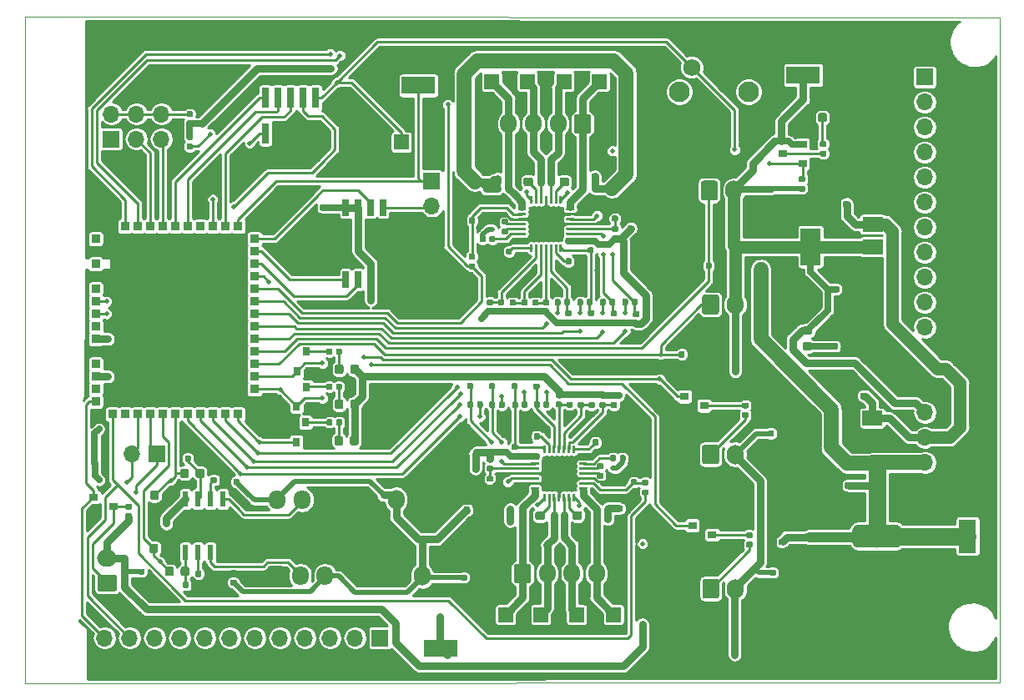
<source format=gbr>
G04 #@! TF.GenerationSoftware,KiCad,Pcbnew,(6.0.0-rc1-dev-1030-g80d50d98b)*
G04 #@! TF.CreationDate,2019-03-21T09:46:57-06:00*
G04 #@! TF.ProjectId,airmed_board_w3.0,6169726D65645F626F6172645F77332E,rev?*
G04 #@! TF.SameCoordinates,Original*
G04 #@! TF.FileFunction,Copper,L1,Top*
G04 #@! TF.FilePolarity,Positive*
%FSLAX46Y46*%
G04 Gerber Fmt 4.6, Leading zero omitted, Abs format (unit mm)*
G04 Created by KiCad (PCBNEW (6.0.0-rc1-dev-1030-g80d50d98b)) date Thursday, March 21, 2019 at 09:46:57 AM*
%MOMM*%
%LPD*%
G01*
G04 APERTURE LIST*
G04 #@! TA.AperFunction,NonConductor*
%ADD10C,0.050000*%
G04 #@! TD*
G04 #@! TA.AperFunction,Conductor*
%ADD11C,0.020000*%
G04 #@! TD*
G04 #@! TA.AperFunction,SMDPad,CuDef*
%ADD12C,0.590000*%
G04 #@! TD*
G04 #@! TA.AperFunction,ComponentPad*
%ADD13O,1.700000X1.700000*%
G04 #@! TD*
G04 #@! TA.AperFunction,ComponentPad*
%ADD14R,1.700000X1.700000*%
G04 #@! TD*
G04 #@! TA.AperFunction,SMDPad,CuDef*
%ADD15R,2.000000X1.500000*%
G04 #@! TD*
G04 #@! TA.AperFunction,SMDPad,CuDef*
%ADD16R,2.000000X3.800000*%
G04 #@! TD*
G04 #@! TA.AperFunction,SMDPad,CuDef*
%ADD17R,3.400000X1.800000*%
G04 #@! TD*
G04 #@! TA.AperFunction,SMDPad,CuDef*
%ADD18R,1.500000X1.500000*%
G04 #@! TD*
G04 #@! TA.AperFunction,SMDPad,CuDef*
%ADD19R,0.600000X1.550000*%
G04 #@! TD*
G04 #@! TA.AperFunction,SMDPad,CuDef*
%ADD20C,0.875000*%
G04 #@! TD*
G04 #@! TA.AperFunction,SMDPad,CuDef*
%ADD21C,0.250000*%
G04 #@! TD*
G04 #@! TA.AperFunction,ViaPad*
%ADD22C,0.500000*%
G04 #@! TD*
G04 #@! TA.AperFunction,SMDPad,CuDef*
%ADD23C,3.350000*%
G04 #@! TD*
G04 #@! TA.AperFunction,ComponentPad*
%ADD24C,2.100000*%
G04 #@! TD*
G04 #@! TA.AperFunction,ComponentPad*
%ADD25C,1.750000*%
G04 #@! TD*
G04 #@! TA.AperFunction,SMDPad,CuDef*
%ADD26R,0.900000X0.800000*%
G04 #@! TD*
G04 #@! TA.AperFunction,SMDPad,CuDef*
%ADD27R,0.800000X0.900000*%
G04 #@! TD*
G04 #@! TA.AperFunction,ComponentPad*
%ADD28O,1.700000X1.950000*%
G04 #@! TD*
G04 #@! TA.AperFunction,ComponentPad*
%ADD29C,1.700000*%
G04 #@! TD*
G04 #@! TA.AperFunction,ComponentPad*
%ADD30O,2.000000X1.700000*%
G04 #@! TD*
G04 #@! TA.AperFunction,ComponentPad*
%ADD31O,1.700000X2.000000*%
G04 #@! TD*
G04 #@! TA.AperFunction,SMDPad,CuDef*
%ADD32R,0.750000X2.100000*%
G04 #@! TD*
G04 #@! TA.AperFunction,ComponentPad*
%ADD33C,2.300000*%
G04 #@! TD*
G04 #@! TA.AperFunction,SMDPad,CuDef*
%ADD34R,0.650000X1.700000*%
G04 #@! TD*
G04 #@! TA.AperFunction,SMDPad,CuDef*
%ADD35R,1.800000X3.400000*%
G04 #@! TD*
G04 #@! TA.AperFunction,SMDPad,CuDef*
%ADD36R,2.100000X2.100000*%
G04 #@! TD*
G04 #@! TA.AperFunction,SMDPad,CuDef*
%ADD37R,0.900000X0.900000*%
G04 #@! TD*
G04 #@! TA.AperFunction,ViaPad*
%ADD38C,0.508000*%
G04 #@! TD*
G04 #@! TA.AperFunction,Conductor*
%ADD39C,0.254000*%
G04 #@! TD*
G04 #@! TA.AperFunction,Conductor*
%ADD40C,0.635000*%
G04 #@! TD*
G04 #@! TA.AperFunction,Conductor*
%ADD41C,0.762000*%
G04 #@! TD*
G04 #@! TA.AperFunction,Conductor*
%ADD42C,0.508000*%
G04 #@! TD*
G04 #@! TA.AperFunction,Conductor*
%ADD43C,1.270000*%
G04 #@! TD*
G04 #@! TA.AperFunction,Conductor*
%ADD44C,0.250000*%
G04 #@! TD*
G04 #@! TA.AperFunction,Conductor*
%ADD45C,1.778000*%
G04 #@! TD*
G04 #@! TA.AperFunction,Conductor*
%ADD46C,1.016000*%
G04 #@! TD*
G04 #@! TA.AperFunction,Conductor*
%ADD47C,1.524000*%
G04 #@! TD*
G04 APERTURE END LIST*
D10*
X145542000Y-146344640D02*
X46598840Y-146410680D01*
X145542000Y-78851760D02*
X145542000Y-146344640D01*
X46664880Y-78765400D02*
X145542000Y-78851760D01*
X46598840Y-146410680D02*
X46664880Y-78765400D01*
D11*
G04 #@! TO.N,+3V3*
G04 #@! TO.C,R47*
G36*
X95121998Y-108440430D02*
X95136316Y-108442554D01*
X95150357Y-108446071D01*
X95163986Y-108450948D01*
X95177071Y-108457137D01*
X95189487Y-108464578D01*
X95201113Y-108473201D01*
X95211838Y-108482922D01*
X95221559Y-108493647D01*
X95230182Y-108505273D01*
X95237623Y-108517689D01*
X95243812Y-108530774D01*
X95248689Y-108544403D01*
X95252206Y-108558444D01*
X95254330Y-108572762D01*
X95255040Y-108587220D01*
X95255040Y-108882220D01*
X95254330Y-108896678D01*
X95252206Y-108910996D01*
X95248689Y-108925037D01*
X95243812Y-108938666D01*
X95237623Y-108951751D01*
X95230182Y-108964167D01*
X95221559Y-108975793D01*
X95211838Y-108986518D01*
X95201113Y-108996239D01*
X95189487Y-109004862D01*
X95177071Y-109012303D01*
X95163986Y-109018492D01*
X95150357Y-109023369D01*
X95136316Y-109026886D01*
X95121998Y-109029010D01*
X95107540Y-109029720D01*
X94762540Y-109029720D01*
X94748082Y-109029010D01*
X94733764Y-109026886D01*
X94719723Y-109023369D01*
X94706094Y-109018492D01*
X94693009Y-109012303D01*
X94680593Y-109004862D01*
X94668967Y-108996239D01*
X94658242Y-108986518D01*
X94648521Y-108975793D01*
X94639898Y-108964167D01*
X94632457Y-108951751D01*
X94626268Y-108938666D01*
X94621391Y-108925037D01*
X94617874Y-108910996D01*
X94615750Y-108896678D01*
X94615040Y-108882220D01*
X94615040Y-108587220D01*
X94615750Y-108572762D01*
X94617874Y-108558444D01*
X94621391Y-108544403D01*
X94626268Y-108530774D01*
X94632457Y-108517689D01*
X94639898Y-108505273D01*
X94648521Y-108493647D01*
X94658242Y-108482922D01*
X94668967Y-108473201D01*
X94680593Y-108464578D01*
X94693009Y-108457137D01*
X94706094Y-108450948D01*
X94719723Y-108446071D01*
X94733764Y-108442554D01*
X94748082Y-108440430D01*
X94762540Y-108439720D01*
X95107540Y-108439720D01*
X95121998Y-108440430D01*
X95121998Y-108440430D01*
G37*
D12*
G04 #@! TD*
G04 #@! TO.P,R47,2*
G04 #@! TO.N,+3V3*
X94935040Y-108734720D03*
D11*
G04 #@! TO.N,D2_MS1*
G04 #@! TO.C,R47*
G36*
X95121998Y-107470430D02*
X95136316Y-107472554D01*
X95150357Y-107476071D01*
X95163986Y-107480948D01*
X95177071Y-107487137D01*
X95189487Y-107494578D01*
X95201113Y-107503201D01*
X95211838Y-107512922D01*
X95221559Y-107523647D01*
X95230182Y-107535273D01*
X95237623Y-107547689D01*
X95243812Y-107560774D01*
X95248689Y-107574403D01*
X95252206Y-107588444D01*
X95254330Y-107602762D01*
X95255040Y-107617220D01*
X95255040Y-107912220D01*
X95254330Y-107926678D01*
X95252206Y-107940996D01*
X95248689Y-107955037D01*
X95243812Y-107968666D01*
X95237623Y-107981751D01*
X95230182Y-107994167D01*
X95221559Y-108005793D01*
X95211838Y-108016518D01*
X95201113Y-108026239D01*
X95189487Y-108034862D01*
X95177071Y-108042303D01*
X95163986Y-108048492D01*
X95150357Y-108053369D01*
X95136316Y-108056886D01*
X95121998Y-108059010D01*
X95107540Y-108059720D01*
X94762540Y-108059720D01*
X94748082Y-108059010D01*
X94733764Y-108056886D01*
X94719723Y-108053369D01*
X94706094Y-108048492D01*
X94693009Y-108042303D01*
X94680593Y-108034862D01*
X94668967Y-108026239D01*
X94658242Y-108016518D01*
X94648521Y-108005793D01*
X94639898Y-107994167D01*
X94632457Y-107981751D01*
X94626268Y-107968666D01*
X94621391Y-107955037D01*
X94617874Y-107940996D01*
X94615750Y-107926678D01*
X94615040Y-107912220D01*
X94615040Y-107617220D01*
X94615750Y-107602762D01*
X94617874Y-107588444D01*
X94621391Y-107574403D01*
X94626268Y-107560774D01*
X94632457Y-107547689D01*
X94639898Y-107535273D01*
X94648521Y-107523647D01*
X94658242Y-107512922D01*
X94668967Y-107503201D01*
X94680593Y-107494578D01*
X94693009Y-107487137D01*
X94706094Y-107480948D01*
X94719723Y-107476071D01*
X94733764Y-107472554D01*
X94748082Y-107470430D01*
X94762540Y-107469720D01*
X95107540Y-107469720D01*
X95121998Y-107470430D01*
X95121998Y-107470430D01*
G37*
D12*
G04 #@! TD*
G04 #@! TO.P,R47,1*
G04 #@! TO.N,D2_MS1*
X94935040Y-107764720D03*
D13*
G04 #@! TO.P,J5,4*
G04 #@! TO.N,+12V*
X137932160Y-124018040D03*
G04 #@! TO.P,J5,3*
G04 #@! TO.N,+5V*
X137932160Y-121478040D03*
G04 #@! TO.P,J5,2*
G04 #@! TO.N,+3V3*
X137932160Y-118938040D03*
D14*
G04 #@! TO.P,J5,1*
G04 #@! TO.N,GND*
X137932160Y-116398040D03*
G04 #@! TD*
D15*
G04 #@! TO.P,U7,1*
G04 #@! TO.N,+12V*
X132588400Y-124118400D03*
G04 #@! TO.P,U7,3*
G04 #@! TO.N,+5V*
X132588400Y-119518400D03*
G04 #@! TO.P,U7,2*
G04 #@! TO.N,GND*
X132588400Y-121818400D03*
D16*
X126288400Y-121818400D03*
G04 #@! TD*
D17*
G04 #@! TO.P,TP10,1*
G04 #@! TO.N,+5V*
X88808560Y-142895320D03*
G04 #@! TD*
D11*
G04 #@! TO.N,GND*
G04 #@! TO.C,C33*
G36*
X130862878Y-116957590D02*
X130877196Y-116959714D01*
X130891237Y-116963231D01*
X130904866Y-116968108D01*
X130917951Y-116974297D01*
X130930367Y-116981738D01*
X130941993Y-116990361D01*
X130952718Y-117000082D01*
X130962439Y-117010807D01*
X130971062Y-117022433D01*
X130978503Y-117034849D01*
X130984692Y-117047934D01*
X130989569Y-117061563D01*
X130993086Y-117075604D01*
X130995210Y-117089922D01*
X130995920Y-117104380D01*
X130995920Y-117449380D01*
X130995210Y-117463838D01*
X130993086Y-117478156D01*
X130989569Y-117492197D01*
X130984692Y-117505826D01*
X130978503Y-117518911D01*
X130971062Y-117531327D01*
X130962439Y-117542953D01*
X130952718Y-117553678D01*
X130941993Y-117563399D01*
X130930367Y-117572022D01*
X130917951Y-117579463D01*
X130904866Y-117585652D01*
X130891237Y-117590529D01*
X130877196Y-117594046D01*
X130862878Y-117596170D01*
X130848420Y-117596880D01*
X130553420Y-117596880D01*
X130538962Y-117596170D01*
X130524644Y-117594046D01*
X130510603Y-117590529D01*
X130496974Y-117585652D01*
X130483889Y-117579463D01*
X130471473Y-117572022D01*
X130459847Y-117563399D01*
X130449122Y-117553678D01*
X130439401Y-117542953D01*
X130430778Y-117531327D01*
X130423337Y-117518911D01*
X130417148Y-117505826D01*
X130412271Y-117492197D01*
X130408754Y-117478156D01*
X130406630Y-117463838D01*
X130405920Y-117449380D01*
X130405920Y-117104380D01*
X130406630Y-117089922D01*
X130408754Y-117075604D01*
X130412271Y-117061563D01*
X130417148Y-117047934D01*
X130423337Y-117034849D01*
X130430778Y-117022433D01*
X130439401Y-117010807D01*
X130449122Y-117000082D01*
X130459847Y-116990361D01*
X130471473Y-116981738D01*
X130483889Y-116974297D01*
X130496974Y-116968108D01*
X130510603Y-116963231D01*
X130524644Y-116959714D01*
X130538962Y-116957590D01*
X130553420Y-116956880D01*
X130848420Y-116956880D01*
X130862878Y-116957590D01*
X130862878Y-116957590D01*
G37*
D12*
G04 #@! TD*
G04 #@! TO.P,C33,2*
G04 #@! TO.N,GND*
X130700920Y-117276880D03*
D11*
G04 #@! TO.N,+5V*
G04 #@! TO.C,C33*
G36*
X131832878Y-116957590D02*
X131847196Y-116959714D01*
X131861237Y-116963231D01*
X131874866Y-116968108D01*
X131887951Y-116974297D01*
X131900367Y-116981738D01*
X131911993Y-116990361D01*
X131922718Y-117000082D01*
X131932439Y-117010807D01*
X131941062Y-117022433D01*
X131948503Y-117034849D01*
X131954692Y-117047934D01*
X131959569Y-117061563D01*
X131963086Y-117075604D01*
X131965210Y-117089922D01*
X131965920Y-117104380D01*
X131965920Y-117449380D01*
X131965210Y-117463838D01*
X131963086Y-117478156D01*
X131959569Y-117492197D01*
X131954692Y-117505826D01*
X131948503Y-117518911D01*
X131941062Y-117531327D01*
X131932439Y-117542953D01*
X131922718Y-117553678D01*
X131911993Y-117563399D01*
X131900367Y-117572022D01*
X131887951Y-117579463D01*
X131874866Y-117585652D01*
X131861237Y-117590529D01*
X131847196Y-117594046D01*
X131832878Y-117596170D01*
X131818420Y-117596880D01*
X131523420Y-117596880D01*
X131508962Y-117596170D01*
X131494644Y-117594046D01*
X131480603Y-117590529D01*
X131466974Y-117585652D01*
X131453889Y-117579463D01*
X131441473Y-117572022D01*
X131429847Y-117563399D01*
X131419122Y-117553678D01*
X131409401Y-117542953D01*
X131400778Y-117531327D01*
X131393337Y-117518911D01*
X131387148Y-117505826D01*
X131382271Y-117492197D01*
X131378754Y-117478156D01*
X131376630Y-117463838D01*
X131375920Y-117449380D01*
X131375920Y-117104380D01*
X131376630Y-117089922D01*
X131378754Y-117075604D01*
X131382271Y-117061563D01*
X131387148Y-117047934D01*
X131393337Y-117034849D01*
X131400778Y-117022433D01*
X131409401Y-117010807D01*
X131419122Y-117000082D01*
X131429847Y-116990361D01*
X131441473Y-116981738D01*
X131453889Y-116974297D01*
X131466974Y-116968108D01*
X131480603Y-116963231D01*
X131494644Y-116959714D01*
X131508962Y-116957590D01*
X131523420Y-116956880D01*
X131818420Y-116956880D01*
X131832878Y-116957590D01*
X131832878Y-116957590D01*
G37*
D12*
G04 #@! TD*
G04 #@! TO.P,C33,1*
G04 #@! TO.N,+5V*
X131670920Y-117276880D03*
D11*
G04 #@! TO.N,GND*
G04 #@! TO.C,C32*
G36*
X129303318Y-126050790D02*
X129317636Y-126052914D01*
X129331677Y-126056431D01*
X129345306Y-126061308D01*
X129358391Y-126067497D01*
X129370807Y-126074938D01*
X129382433Y-126083561D01*
X129393158Y-126093282D01*
X129402879Y-126104007D01*
X129411502Y-126115633D01*
X129418943Y-126128049D01*
X129425132Y-126141134D01*
X129430009Y-126154763D01*
X129433526Y-126168804D01*
X129435650Y-126183122D01*
X129436360Y-126197580D01*
X129436360Y-126542580D01*
X129435650Y-126557038D01*
X129433526Y-126571356D01*
X129430009Y-126585397D01*
X129425132Y-126599026D01*
X129418943Y-126612111D01*
X129411502Y-126624527D01*
X129402879Y-126636153D01*
X129393158Y-126646878D01*
X129382433Y-126656599D01*
X129370807Y-126665222D01*
X129358391Y-126672663D01*
X129345306Y-126678852D01*
X129331677Y-126683729D01*
X129317636Y-126687246D01*
X129303318Y-126689370D01*
X129288860Y-126690080D01*
X128993860Y-126690080D01*
X128979402Y-126689370D01*
X128965084Y-126687246D01*
X128951043Y-126683729D01*
X128937414Y-126678852D01*
X128924329Y-126672663D01*
X128911913Y-126665222D01*
X128900287Y-126656599D01*
X128889562Y-126646878D01*
X128879841Y-126636153D01*
X128871218Y-126624527D01*
X128863777Y-126612111D01*
X128857588Y-126599026D01*
X128852711Y-126585397D01*
X128849194Y-126571356D01*
X128847070Y-126557038D01*
X128846360Y-126542580D01*
X128846360Y-126197580D01*
X128847070Y-126183122D01*
X128849194Y-126168804D01*
X128852711Y-126154763D01*
X128857588Y-126141134D01*
X128863777Y-126128049D01*
X128871218Y-126115633D01*
X128879841Y-126104007D01*
X128889562Y-126093282D01*
X128900287Y-126083561D01*
X128911913Y-126074938D01*
X128924329Y-126067497D01*
X128937414Y-126061308D01*
X128951043Y-126056431D01*
X128965084Y-126052914D01*
X128979402Y-126050790D01*
X128993860Y-126050080D01*
X129288860Y-126050080D01*
X129303318Y-126050790D01*
X129303318Y-126050790D01*
G37*
D12*
G04 #@! TD*
G04 #@! TO.P,C32,2*
G04 #@! TO.N,GND*
X129141360Y-126370080D03*
D11*
G04 #@! TO.N,+12V*
G04 #@! TO.C,C32*
G36*
X130273318Y-126050790D02*
X130287636Y-126052914D01*
X130301677Y-126056431D01*
X130315306Y-126061308D01*
X130328391Y-126067497D01*
X130340807Y-126074938D01*
X130352433Y-126083561D01*
X130363158Y-126093282D01*
X130372879Y-126104007D01*
X130381502Y-126115633D01*
X130388943Y-126128049D01*
X130395132Y-126141134D01*
X130400009Y-126154763D01*
X130403526Y-126168804D01*
X130405650Y-126183122D01*
X130406360Y-126197580D01*
X130406360Y-126542580D01*
X130405650Y-126557038D01*
X130403526Y-126571356D01*
X130400009Y-126585397D01*
X130395132Y-126599026D01*
X130388943Y-126612111D01*
X130381502Y-126624527D01*
X130372879Y-126636153D01*
X130363158Y-126646878D01*
X130352433Y-126656599D01*
X130340807Y-126665222D01*
X130328391Y-126672663D01*
X130315306Y-126678852D01*
X130301677Y-126683729D01*
X130287636Y-126687246D01*
X130273318Y-126689370D01*
X130258860Y-126690080D01*
X129963860Y-126690080D01*
X129949402Y-126689370D01*
X129935084Y-126687246D01*
X129921043Y-126683729D01*
X129907414Y-126678852D01*
X129894329Y-126672663D01*
X129881913Y-126665222D01*
X129870287Y-126656599D01*
X129859562Y-126646878D01*
X129849841Y-126636153D01*
X129841218Y-126624527D01*
X129833777Y-126612111D01*
X129827588Y-126599026D01*
X129822711Y-126585397D01*
X129819194Y-126571356D01*
X129817070Y-126557038D01*
X129816360Y-126542580D01*
X129816360Y-126197580D01*
X129817070Y-126183122D01*
X129819194Y-126168804D01*
X129822711Y-126154763D01*
X129827588Y-126141134D01*
X129833777Y-126128049D01*
X129841218Y-126115633D01*
X129849841Y-126104007D01*
X129859562Y-126093282D01*
X129870287Y-126083561D01*
X129881913Y-126074938D01*
X129894329Y-126067497D01*
X129907414Y-126061308D01*
X129921043Y-126056431D01*
X129935084Y-126052914D01*
X129949402Y-126050790D01*
X129963860Y-126050080D01*
X130258860Y-126050080D01*
X130273318Y-126050790D01*
X130273318Y-126050790D01*
G37*
D12*
G04 #@! TD*
G04 #@! TO.P,C32,1*
G04 #@! TO.N,+12V*
X130111360Y-126370080D03*
D18*
G04 #@! TO.P,~RESET,1*
G04 #@! TO.N,nRESET*
X84805520Y-91521280D03*
G04 #@! TD*
D11*
G04 #@! TO.N,GND*
G04 #@! TO.C,C31*
G36*
X67974478Y-134943070D02*
X67988796Y-134945194D01*
X68002837Y-134948711D01*
X68016466Y-134953588D01*
X68029551Y-134959777D01*
X68041967Y-134967218D01*
X68053593Y-134975841D01*
X68064318Y-134985562D01*
X68074039Y-134996287D01*
X68082662Y-135007913D01*
X68090103Y-135020329D01*
X68096292Y-135033414D01*
X68101169Y-135047043D01*
X68104686Y-135061084D01*
X68106810Y-135075402D01*
X68107520Y-135089860D01*
X68107520Y-135384860D01*
X68106810Y-135399318D01*
X68104686Y-135413636D01*
X68101169Y-135427677D01*
X68096292Y-135441306D01*
X68090103Y-135454391D01*
X68082662Y-135466807D01*
X68074039Y-135478433D01*
X68064318Y-135489158D01*
X68053593Y-135498879D01*
X68041967Y-135507502D01*
X68029551Y-135514943D01*
X68016466Y-135521132D01*
X68002837Y-135526009D01*
X67988796Y-135529526D01*
X67974478Y-135531650D01*
X67960020Y-135532360D01*
X67615020Y-135532360D01*
X67600562Y-135531650D01*
X67586244Y-135529526D01*
X67572203Y-135526009D01*
X67558574Y-135521132D01*
X67545489Y-135514943D01*
X67533073Y-135507502D01*
X67521447Y-135498879D01*
X67510722Y-135489158D01*
X67501001Y-135478433D01*
X67492378Y-135466807D01*
X67484937Y-135454391D01*
X67478748Y-135441306D01*
X67473871Y-135427677D01*
X67470354Y-135413636D01*
X67468230Y-135399318D01*
X67467520Y-135384860D01*
X67467520Y-135089860D01*
X67468230Y-135075402D01*
X67470354Y-135061084D01*
X67473871Y-135047043D01*
X67478748Y-135033414D01*
X67484937Y-135020329D01*
X67492378Y-135007913D01*
X67501001Y-134996287D01*
X67510722Y-134985562D01*
X67521447Y-134975841D01*
X67533073Y-134967218D01*
X67545489Y-134959777D01*
X67558574Y-134953588D01*
X67572203Y-134948711D01*
X67586244Y-134945194D01*
X67600562Y-134943070D01*
X67615020Y-134942360D01*
X67960020Y-134942360D01*
X67974478Y-134943070D01*
X67974478Y-134943070D01*
G37*
D12*
G04 #@! TD*
G04 #@! TO.P,C31,2*
G04 #@! TO.N,GND*
X67787520Y-135237360D03*
D11*
G04 #@! TO.N,+5V*
G04 #@! TO.C,C31*
G36*
X67974478Y-135913070D02*
X67988796Y-135915194D01*
X68002837Y-135918711D01*
X68016466Y-135923588D01*
X68029551Y-135929777D01*
X68041967Y-135937218D01*
X68053593Y-135945841D01*
X68064318Y-135955562D01*
X68074039Y-135966287D01*
X68082662Y-135977913D01*
X68090103Y-135990329D01*
X68096292Y-136003414D01*
X68101169Y-136017043D01*
X68104686Y-136031084D01*
X68106810Y-136045402D01*
X68107520Y-136059860D01*
X68107520Y-136354860D01*
X68106810Y-136369318D01*
X68104686Y-136383636D01*
X68101169Y-136397677D01*
X68096292Y-136411306D01*
X68090103Y-136424391D01*
X68082662Y-136436807D01*
X68074039Y-136448433D01*
X68064318Y-136459158D01*
X68053593Y-136468879D01*
X68041967Y-136477502D01*
X68029551Y-136484943D01*
X68016466Y-136491132D01*
X68002837Y-136496009D01*
X67988796Y-136499526D01*
X67974478Y-136501650D01*
X67960020Y-136502360D01*
X67615020Y-136502360D01*
X67600562Y-136501650D01*
X67586244Y-136499526D01*
X67572203Y-136496009D01*
X67558574Y-136491132D01*
X67545489Y-136484943D01*
X67533073Y-136477502D01*
X67521447Y-136468879D01*
X67510722Y-136459158D01*
X67501001Y-136448433D01*
X67492378Y-136436807D01*
X67484937Y-136424391D01*
X67478748Y-136411306D01*
X67473871Y-136397677D01*
X67470354Y-136383636D01*
X67468230Y-136369318D01*
X67467520Y-136354860D01*
X67467520Y-136059860D01*
X67468230Y-136045402D01*
X67470354Y-136031084D01*
X67473871Y-136017043D01*
X67478748Y-136003414D01*
X67484937Y-135990329D01*
X67492378Y-135977913D01*
X67501001Y-135966287D01*
X67510722Y-135955562D01*
X67521447Y-135945841D01*
X67533073Y-135937218D01*
X67545489Y-135929777D01*
X67558574Y-135923588D01*
X67572203Y-135918711D01*
X67586244Y-135915194D01*
X67600562Y-135913070D01*
X67615020Y-135912360D01*
X67960020Y-135912360D01*
X67974478Y-135913070D01*
X67974478Y-135913070D01*
G37*
D12*
G04 #@! TD*
G04 #@! TO.P,C31,1*
G04 #@! TO.N,+5V*
X67787520Y-136207360D03*
D11*
G04 #@! TO.N,GND*
G04 #@! TO.C,C30*
G36*
X91632038Y-127536430D02*
X91646356Y-127538554D01*
X91660397Y-127542071D01*
X91674026Y-127546948D01*
X91687111Y-127553137D01*
X91699527Y-127560578D01*
X91711153Y-127569201D01*
X91721878Y-127578922D01*
X91731599Y-127589647D01*
X91740222Y-127601273D01*
X91747663Y-127613689D01*
X91753852Y-127626774D01*
X91758729Y-127640403D01*
X91762246Y-127654444D01*
X91764370Y-127668762D01*
X91765080Y-127683220D01*
X91765080Y-127978220D01*
X91764370Y-127992678D01*
X91762246Y-128006996D01*
X91758729Y-128021037D01*
X91753852Y-128034666D01*
X91747663Y-128047751D01*
X91740222Y-128060167D01*
X91731599Y-128071793D01*
X91721878Y-128082518D01*
X91711153Y-128092239D01*
X91699527Y-128100862D01*
X91687111Y-128108303D01*
X91674026Y-128114492D01*
X91660397Y-128119369D01*
X91646356Y-128122886D01*
X91632038Y-128125010D01*
X91617580Y-128125720D01*
X91272580Y-128125720D01*
X91258122Y-128125010D01*
X91243804Y-128122886D01*
X91229763Y-128119369D01*
X91216134Y-128114492D01*
X91203049Y-128108303D01*
X91190633Y-128100862D01*
X91179007Y-128092239D01*
X91168282Y-128082518D01*
X91158561Y-128071793D01*
X91149938Y-128060167D01*
X91142497Y-128047751D01*
X91136308Y-128034666D01*
X91131431Y-128021037D01*
X91127914Y-128006996D01*
X91125790Y-127992678D01*
X91125080Y-127978220D01*
X91125080Y-127683220D01*
X91125790Y-127668762D01*
X91127914Y-127654444D01*
X91131431Y-127640403D01*
X91136308Y-127626774D01*
X91142497Y-127613689D01*
X91149938Y-127601273D01*
X91158561Y-127589647D01*
X91168282Y-127578922D01*
X91179007Y-127569201D01*
X91190633Y-127560578D01*
X91203049Y-127553137D01*
X91216134Y-127546948D01*
X91229763Y-127542071D01*
X91243804Y-127538554D01*
X91258122Y-127536430D01*
X91272580Y-127535720D01*
X91617580Y-127535720D01*
X91632038Y-127536430D01*
X91632038Y-127536430D01*
G37*
D12*
G04 #@! TD*
G04 #@! TO.P,C30,2*
G04 #@! TO.N,GND*
X91445080Y-127830720D03*
D11*
G04 #@! TO.N,+5V*
G04 #@! TO.C,C30*
G36*
X91632038Y-128506430D02*
X91646356Y-128508554D01*
X91660397Y-128512071D01*
X91674026Y-128516948D01*
X91687111Y-128523137D01*
X91699527Y-128530578D01*
X91711153Y-128539201D01*
X91721878Y-128548922D01*
X91731599Y-128559647D01*
X91740222Y-128571273D01*
X91747663Y-128583689D01*
X91753852Y-128596774D01*
X91758729Y-128610403D01*
X91762246Y-128624444D01*
X91764370Y-128638762D01*
X91765080Y-128653220D01*
X91765080Y-128948220D01*
X91764370Y-128962678D01*
X91762246Y-128976996D01*
X91758729Y-128991037D01*
X91753852Y-129004666D01*
X91747663Y-129017751D01*
X91740222Y-129030167D01*
X91731599Y-129041793D01*
X91721878Y-129052518D01*
X91711153Y-129062239D01*
X91699527Y-129070862D01*
X91687111Y-129078303D01*
X91674026Y-129084492D01*
X91660397Y-129089369D01*
X91646356Y-129092886D01*
X91632038Y-129095010D01*
X91617580Y-129095720D01*
X91272580Y-129095720D01*
X91258122Y-129095010D01*
X91243804Y-129092886D01*
X91229763Y-129089369D01*
X91216134Y-129084492D01*
X91203049Y-129078303D01*
X91190633Y-129070862D01*
X91179007Y-129062239D01*
X91168282Y-129052518D01*
X91158561Y-129041793D01*
X91149938Y-129030167D01*
X91142497Y-129017751D01*
X91136308Y-129004666D01*
X91131431Y-128991037D01*
X91127914Y-128976996D01*
X91125790Y-128962678D01*
X91125080Y-128948220D01*
X91125080Y-128653220D01*
X91125790Y-128638762D01*
X91127914Y-128624444D01*
X91131431Y-128610403D01*
X91136308Y-128596774D01*
X91142497Y-128583689D01*
X91149938Y-128571273D01*
X91158561Y-128559647D01*
X91168282Y-128548922D01*
X91179007Y-128539201D01*
X91190633Y-128530578D01*
X91203049Y-128523137D01*
X91216134Y-128516948D01*
X91229763Y-128512071D01*
X91243804Y-128508554D01*
X91258122Y-128506430D01*
X91272580Y-128505720D01*
X91617580Y-128505720D01*
X91632038Y-128506430D01*
X91632038Y-128506430D01*
G37*
D12*
G04 #@! TD*
G04 #@! TO.P,C30,1*
G04 #@! TO.N,+5V*
X91445080Y-128800720D03*
D11*
G04 #@! TO.N,GND*
G04 #@! TO.C,C29*
G36*
X67276518Y-125685030D02*
X67290836Y-125687154D01*
X67304877Y-125690671D01*
X67318506Y-125695548D01*
X67331591Y-125701737D01*
X67344007Y-125709178D01*
X67355633Y-125717801D01*
X67366358Y-125727522D01*
X67376079Y-125738247D01*
X67384702Y-125749873D01*
X67392143Y-125762289D01*
X67398332Y-125775374D01*
X67403209Y-125789003D01*
X67406726Y-125803044D01*
X67408850Y-125817362D01*
X67409560Y-125831820D01*
X67409560Y-126176820D01*
X67408850Y-126191278D01*
X67406726Y-126205596D01*
X67403209Y-126219637D01*
X67398332Y-126233266D01*
X67392143Y-126246351D01*
X67384702Y-126258767D01*
X67376079Y-126270393D01*
X67366358Y-126281118D01*
X67355633Y-126290839D01*
X67344007Y-126299462D01*
X67331591Y-126306903D01*
X67318506Y-126313092D01*
X67304877Y-126317969D01*
X67290836Y-126321486D01*
X67276518Y-126323610D01*
X67262060Y-126324320D01*
X66967060Y-126324320D01*
X66952602Y-126323610D01*
X66938284Y-126321486D01*
X66924243Y-126317969D01*
X66910614Y-126313092D01*
X66897529Y-126306903D01*
X66885113Y-126299462D01*
X66873487Y-126290839D01*
X66862762Y-126281118D01*
X66853041Y-126270393D01*
X66844418Y-126258767D01*
X66836977Y-126246351D01*
X66830788Y-126233266D01*
X66825911Y-126219637D01*
X66822394Y-126205596D01*
X66820270Y-126191278D01*
X66819560Y-126176820D01*
X66819560Y-125831820D01*
X66820270Y-125817362D01*
X66822394Y-125803044D01*
X66825911Y-125789003D01*
X66830788Y-125775374D01*
X66836977Y-125762289D01*
X66844418Y-125749873D01*
X66853041Y-125738247D01*
X66862762Y-125727522D01*
X66873487Y-125717801D01*
X66885113Y-125709178D01*
X66897529Y-125701737D01*
X66910614Y-125695548D01*
X66924243Y-125690671D01*
X66938284Y-125687154D01*
X66952602Y-125685030D01*
X66967060Y-125684320D01*
X67262060Y-125684320D01*
X67276518Y-125685030D01*
X67276518Y-125685030D01*
G37*
D12*
G04 #@! TD*
G04 #@! TO.P,C29,2*
G04 #@! TO.N,GND*
X67114560Y-126004320D03*
D11*
G04 #@! TO.N,+5V*
G04 #@! TO.C,C29*
G36*
X68246518Y-125685030D02*
X68260836Y-125687154D01*
X68274877Y-125690671D01*
X68288506Y-125695548D01*
X68301591Y-125701737D01*
X68314007Y-125709178D01*
X68325633Y-125717801D01*
X68336358Y-125727522D01*
X68346079Y-125738247D01*
X68354702Y-125749873D01*
X68362143Y-125762289D01*
X68368332Y-125775374D01*
X68373209Y-125789003D01*
X68376726Y-125803044D01*
X68378850Y-125817362D01*
X68379560Y-125831820D01*
X68379560Y-126176820D01*
X68378850Y-126191278D01*
X68376726Y-126205596D01*
X68373209Y-126219637D01*
X68368332Y-126233266D01*
X68362143Y-126246351D01*
X68354702Y-126258767D01*
X68346079Y-126270393D01*
X68336358Y-126281118D01*
X68325633Y-126290839D01*
X68314007Y-126299462D01*
X68301591Y-126306903D01*
X68288506Y-126313092D01*
X68274877Y-126317969D01*
X68260836Y-126321486D01*
X68246518Y-126323610D01*
X68232060Y-126324320D01*
X67937060Y-126324320D01*
X67922602Y-126323610D01*
X67908284Y-126321486D01*
X67894243Y-126317969D01*
X67880614Y-126313092D01*
X67867529Y-126306903D01*
X67855113Y-126299462D01*
X67843487Y-126290839D01*
X67832762Y-126281118D01*
X67823041Y-126270393D01*
X67814418Y-126258767D01*
X67806977Y-126246351D01*
X67800788Y-126233266D01*
X67795911Y-126219637D01*
X67792394Y-126205596D01*
X67790270Y-126191278D01*
X67789560Y-126176820D01*
X67789560Y-125831820D01*
X67790270Y-125817362D01*
X67792394Y-125803044D01*
X67795911Y-125789003D01*
X67800788Y-125775374D01*
X67806977Y-125762289D01*
X67814418Y-125749873D01*
X67823041Y-125738247D01*
X67832762Y-125727522D01*
X67843487Y-125717801D01*
X67855113Y-125709178D01*
X67867529Y-125701737D01*
X67880614Y-125695548D01*
X67894243Y-125690671D01*
X67908284Y-125687154D01*
X67922602Y-125685030D01*
X67937060Y-125684320D01*
X68232060Y-125684320D01*
X68246518Y-125685030D01*
X68246518Y-125685030D01*
G37*
D12*
G04 #@! TD*
G04 #@! TO.P,C29,1*
G04 #@! TO.N,+5V*
X68084560Y-126004320D03*
D11*
G04 #@! TO.N,GND*
G04 #@! TO.C,C28*
G36*
X91357718Y-136370270D02*
X91372036Y-136372394D01*
X91386077Y-136375911D01*
X91399706Y-136380788D01*
X91412791Y-136386977D01*
X91425207Y-136394418D01*
X91436833Y-136403041D01*
X91447558Y-136412762D01*
X91457279Y-136423487D01*
X91465902Y-136435113D01*
X91473343Y-136447529D01*
X91479532Y-136460614D01*
X91484409Y-136474243D01*
X91487926Y-136488284D01*
X91490050Y-136502602D01*
X91490760Y-136517060D01*
X91490760Y-136812060D01*
X91490050Y-136826518D01*
X91487926Y-136840836D01*
X91484409Y-136854877D01*
X91479532Y-136868506D01*
X91473343Y-136881591D01*
X91465902Y-136894007D01*
X91457279Y-136905633D01*
X91447558Y-136916358D01*
X91436833Y-136926079D01*
X91425207Y-136934702D01*
X91412791Y-136942143D01*
X91399706Y-136948332D01*
X91386077Y-136953209D01*
X91372036Y-136956726D01*
X91357718Y-136958850D01*
X91343260Y-136959560D01*
X90998260Y-136959560D01*
X90983802Y-136958850D01*
X90969484Y-136956726D01*
X90955443Y-136953209D01*
X90941814Y-136948332D01*
X90928729Y-136942143D01*
X90916313Y-136934702D01*
X90904687Y-136926079D01*
X90893962Y-136916358D01*
X90884241Y-136905633D01*
X90875618Y-136894007D01*
X90868177Y-136881591D01*
X90861988Y-136868506D01*
X90857111Y-136854877D01*
X90853594Y-136840836D01*
X90851470Y-136826518D01*
X90850760Y-136812060D01*
X90850760Y-136517060D01*
X90851470Y-136502602D01*
X90853594Y-136488284D01*
X90857111Y-136474243D01*
X90861988Y-136460614D01*
X90868177Y-136447529D01*
X90875618Y-136435113D01*
X90884241Y-136423487D01*
X90893962Y-136412762D01*
X90904687Y-136403041D01*
X90916313Y-136394418D01*
X90928729Y-136386977D01*
X90941814Y-136380788D01*
X90955443Y-136375911D01*
X90969484Y-136372394D01*
X90983802Y-136370270D01*
X90998260Y-136369560D01*
X91343260Y-136369560D01*
X91357718Y-136370270D01*
X91357718Y-136370270D01*
G37*
D12*
G04 #@! TD*
G04 #@! TO.P,C28,2*
G04 #@! TO.N,GND*
X91170760Y-136664560D03*
D11*
G04 #@! TO.N,+5V*
G04 #@! TO.C,C28*
G36*
X91357718Y-135400270D02*
X91372036Y-135402394D01*
X91386077Y-135405911D01*
X91399706Y-135410788D01*
X91412791Y-135416977D01*
X91425207Y-135424418D01*
X91436833Y-135433041D01*
X91447558Y-135442762D01*
X91457279Y-135453487D01*
X91465902Y-135465113D01*
X91473343Y-135477529D01*
X91479532Y-135490614D01*
X91484409Y-135504243D01*
X91487926Y-135518284D01*
X91490050Y-135532602D01*
X91490760Y-135547060D01*
X91490760Y-135842060D01*
X91490050Y-135856518D01*
X91487926Y-135870836D01*
X91484409Y-135884877D01*
X91479532Y-135898506D01*
X91473343Y-135911591D01*
X91465902Y-135924007D01*
X91457279Y-135935633D01*
X91447558Y-135946358D01*
X91436833Y-135956079D01*
X91425207Y-135964702D01*
X91412791Y-135972143D01*
X91399706Y-135978332D01*
X91386077Y-135983209D01*
X91372036Y-135986726D01*
X91357718Y-135988850D01*
X91343260Y-135989560D01*
X90998260Y-135989560D01*
X90983802Y-135988850D01*
X90969484Y-135986726D01*
X90955443Y-135983209D01*
X90941814Y-135978332D01*
X90928729Y-135972143D01*
X90916313Y-135964702D01*
X90904687Y-135956079D01*
X90893962Y-135946358D01*
X90884241Y-135935633D01*
X90875618Y-135924007D01*
X90868177Y-135911591D01*
X90861988Y-135898506D01*
X90857111Y-135884877D01*
X90853594Y-135870836D01*
X90851470Y-135856518D01*
X90850760Y-135842060D01*
X90850760Y-135547060D01*
X90851470Y-135532602D01*
X90853594Y-135518284D01*
X90857111Y-135504243D01*
X90861988Y-135490614D01*
X90868177Y-135477529D01*
X90875618Y-135465113D01*
X90884241Y-135453487D01*
X90893962Y-135442762D01*
X90904687Y-135433041D01*
X90916313Y-135424418D01*
X90928729Y-135416977D01*
X90941814Y-135410788D01*
X90955443Y-135405911D01*
X90969484Y-135402394D01*
X90983802Y-135400270D01*
X90998260Y-135399560D01*
X91343260Y-135399560D01*
X91357718Y-135400270D01*
X91357718Y-135400270D01*
G37*
D12*
G04 #@! TD*
G04 #@! TO.P,C28,1*
G04 #@! TO.N,+5V*
X91170760Y-135694560D03*
D11*
G04 #@! TO.N,GND*
G04 #@! TO.C,C27*
G36*
X58612038Y-135770830D02*
X58626356Y-135772954D01*
X58640397Y-135776471D01*
X58654026Y-135781348D01*
X58667111Y-135787537D01*
X58679527Y-135794978D01*
X58691153Y-135803601D01*
X58701878Y-135813322D01*
X58711599Y-135824047D01*
X58720222Y-135835673D01*
X58727663Y-135848089D01*
X58733852Y-135861174D01*
X58738729Y-135874803D01*
X58742246Y-135888844D01*
X58744370Y-135903162D01*
X58745080Y-135917620D01*
X58745080Y-136212620D01*
X58744370Y-136227078D01*
X58742246Y-136241396D01*
X58738729Y-136255437D01*
X58733852Y-136269066D01*
X58727663Y-136282151D01*
X58720222Y-136294567D01*
X58711599Y-136306193D01*
X58701878Y-136316918D01*
X58691153Y-136326639D01*
X58679527Y-136335262D01*
X58667111Y-136342703D01*
X58654026Y-136348892D01*
X58640397Y-136353769D01*
X58626356Y-136357286D01*
X58612038Y-136359410D01*
X58597580Y-136360120D01*
X58252580Y-136360120D01*
X58238122Y-136359410D01*
X58223804Y-136357286D01*
X58209763Y-136353769D01*
X58196134Y-136348892D01*
X58183049Y-136342703D01*
X58170633Y-136335262D01*
X58159007Y-136326639D01*
X58148282Y-136316918D01*
X58138561Y-136306193D01*
X58129938Y-136294567D01*
X58122497Y-136282151D01*
X58116308Y-136269066D01*
X58111431Y-136255437D01*
X58107914Y-136241396D01*
X58105790Y-136227078D01*
X58105080Y-136212620D01*
X58105080Y-135917620D01*
X58105790Y-135903162D01*
X58107914Y-135888844D01*
X58111431Y-135874803D01*
X58116308Y-135861174D01*
X58122497Y-135848089D01*
X58129938Y-135835673D01*
X58138561Y-135824047D01*
X58148282Y-135813322D01*
X58159007Y-135803601D01*
X58170633Y-135794978D01*
X58183049Y-135787537D01*
X58196134Y-135781348D01*
X58209763Y-135776471D01*
X58223804Y-135772954D01*
X58238122Y-135770830D01*
X58252580Y-135770120D01*
X58597580Y-135770120D01*
X58612038Y-135770830D01*
X58612038Y-135770830D01*
G37*
D12*
G04 #@! TD*
G04 #@! TO.P,C27,2*
G04 #@! TO.N,GND*
X58425080Y-136065120D03*
D11*
G04 #@! TO.N,+12V*
G04 #@! TO.C,C27*
G36*
X58612038Y-134800830D02*
X58626356Y-134802954D01*
X58640397Y-134806471D01*
X58654026Y-134811348D01*
X58667111Y-134817537D01*
X58679527Y-134824978D01*
X58691153Y-134833601D01*
X58701878Y-134843322D01*
X58711599Y-134854047D01*
X58720222Y-134865673D01*
X58727663Y-134878089D01*
X58733852Y-134891174D01*
X58738729Y-134904803D01*
X58742246Y-134918844D01*
X58744370Y-134933162D01*
X58745080Y-134947620D01*
X58745080Y-135242620D01*
X58744370Y-135257078D01*
X58742246Y-135271396D01*
X58738729Y-135285437D01*
X58733852Y-135299066D01*
X58727663Y-135312151D01*
X58720222Y-135324567D01*
X58711599Y-135336193D01*
X58701878Y-135346918D01*
X58691153Y-135356639D01*
X58679527Y-135365262D01*
X58667111Y-135372703D01*
X58654026Y-135378892D01*
X58640397Y-135383769D01*
X58626356Y-135387286D01*
X58612038Y-135389410D01*
X58597580Y-135390120D01*
X58252580Y-135390120D01*
X58238122Y-135389410D01*
X58223804Y-135387286D01*
X58209763Y-135383769D01*
X58196134Y-135378892D01*
X58183049Y-135372703D01*
X58170633Y-135365262D01*
X58159007Y-135356639D01*
X58148282Y-135346918D01*
X58138561Y-135336193D01*
X58129938Y-135324567D01*
X58122497Y-135312151D01*
X58116308Y-135299066D01*
X58111431Y-135285437D01*
X58107914Y-135271396D01*
X58105790Y-135257078D01*
X58105080Y-135242620D01*
X58105080Y-134947620D01*
X58105790Y-134933162D01*
X58107914Y-134918844D01*
X58111431Y-134904803D01*
X58116308Y-134891174D01*
X58122497Y-134878089D01*
X58129938Y-134865673D01*
X58138561Y-134854047D01*
X58148282Y-134843322D01*
X58159007Y-134833601D01*
X58170633Y-134824978D01*
X58183049Y-134817537D01*
X58196134Y-134811348D01*
X58209763Y-134806471D01*
X58223804Y-134802954D01*
X58238122Y-134800830D01*
X58252580Y-134800120D01*
X58597580Y-134800120D01*
X58612038Y-134800830D01*
X58612038Y-134800830D01*
G37*
D12*
G04 #@! TD*
G04 #@! TO.P,C27,1*
G04 #@! TO.N,+12V*
X58425080Y-135095120D03*
D11*
G04 #@! TO.N,GND*
G04 #@! TO.C,C26*
G36*
X122503198Y-96974870D02*
X122517516Y-96976994D01*
X122531557Y-96980511D01*
X122545186Y-96985388D01*
X122558271Y-96991577D01*
X122570687Y-96999018D01*
X122582313Y-97007641D01*
X122593038Y-97017362D01*
X122602759Y-97028087D01*
X122611382Y-97039713D01*
X122618823Y-97052129D01*
X122625012Y-97065214D01*
X122629889Y-97078843D01*
X122633406Y-97092884D01*
X122635530Y-97107202D01*
X122636240Y-97121660D01*
X122636240Y-97416660D01*
X122635530Y-97431118D01*
X122633406Y-97445436D01*
X122629889Y-97459477D01*
X122625012Y-97473106D01*
X122618823Y-97486191D01*
X122611382Y-97498607D01*
X122602759Y-97510233D01*
X122593038Y-97520958D01*
X122582313Y-97530679D01*
X122570687Y-97539302D01*
X122558271Y-97546743D01*
X122545186Y-97552932D01*
X122531557Y-97557809D01*
X122517516Y-97561326D01*
X122503198Y-97563450D01*
X122488740Y-97564160D01*
X122143740Y-97564160D01*
X122129282Y-97563450D01*
X122114964Y-97561326D01*
X122100923Y-97557809D01*
X122087294Y-97552932D01*
X122074209Y-97546743D01*
X122061793Y-97539302D01*
X122050167Y-97530679D01*
X122039442Y-97520958D01*
X122029721Y-97510233D01*
X122021098Y-97498607D01*
X122013657Y-97486191D01*
X122007468Y-97473106D01*
X122002591Y-97459477D01*
X121999074Y-97445436D01*
X121996950Y-97431118D01*
X121996240Y-97416660D01*
X121996240Y-97121660D01*
X121996950Y-97107202D01*
X121999074Y-97092884D01*
X122002591Y-97078843D01*
X122007468Y-97065214D01*
X122013657Y-97052129D01*
X122021098Y-97039713D01*
X122029721Y-97028087D01*
X122039442Y-97017362D01*
X122050167Y-97007641D01*
X122061793Y-96999018D01*
X122074209Y-96991577D01*
X122087294Y-96985388D01*
X122100923Y-96980511D01*
X122114964Y-96976994D01*
X122129282Y-96974870D01*
X122143740Y-96974160D01*
X122488740Y-96974160D01*
X122503198Y-96974870D01*
X122503198Y-96974870D01*
G37*
D12*
G04 #@! TD*
G04 #@! TO.P,C26,2*
G04 #@! TO.N,GND*
X122316240Y-97269160D03*
D11*
G04 #@! TO.N,+3V3*
G04 #@! TO.C,C26*
G36*
X122503198Y-96004870D02*
X122517516Y-96006994D01*
X122531557Y-96010511D01*
X122545186Y-96015388D01*
X122558271Y-96021577D01*
X122570687Y-96029018D01*
X122582313Y-96037641D01*
X122593038Y-96047362D01*
X122602759Y-96058087D01*
X122611382Y-96069713D01*
X122618823Y-96082129D01*
X122625012Y-96095214D01*
X122629889Y-96108843D01*
X122633406Y-96122884D01*
X122635530Y-96137202D01*
X122636240Y-96151660D01*
X122636240Y-96446660D01*
X122635530Y-96461118D01*
X122633406Y-96475436D01*
X122629889Y-96489477D01*
X122625012Y-96503106D01*
X122618823Y-96516191D01*
X122611382Y-96528607D01*
X122602759Y-96540233D01*
X122593038Y-96550958D01*
X122582313Y-96560679D01*
X122570687Y-96569302D01*
X122558271Y-96576743D01*
X122545186Y-96582932D01*
X122531557Y-96587809D01*
X122517516Y-96591326D01*
X122503198Y-96593450D01*
X122488740Y-96594160D01*
X122143740Y-96594160D01*
X122129282Y-96593450D01*
X122114964Y-96591326D01*
X122100923Y-96587809D01*
X122087294Y-96582932D01*
X122074209Y-96576743D01*
X122061793Y-96569302D01*
X122050167Y-96560679D01*
X122039442Y-96550958D01*
X122029721Y-96540233D01*
X122021098Y-96528607D01*
X122013657Y-96516191D01*
X122007468Y-96503106D01*
X122002591Y-96489477D01*
X121999074Y-96475436D01*
X121996950Y-96461118D01*
X121996240Y-96446660D01*
X121996240Y-96151660D01*
X121996950Y-96137202D01*
X121999074Y-96122884D01*
X122002591Y-96108843D01*
X122007468Y-96095214D01*
X122013657Y-96082129D01*
X122021098Y-96069713D01*
X122029721Y-96058087D01*
X122039442Y-96047362D01*
X122050167Y-96037641D01*
X122061793Y-96029018D01*
X122074209Y-96021577D01*
X122087294Y-96015388D01*
X122100923Y-96010511D01*
X122114964Y-96006994D01*
X122129282Y-96004870D01*
X122143740Y-96004160D01*
X122488740Y-96004160D01*
X122503198Y-96004870D01*
X122503198Y-96004870D01*
G37*
D12*
G04 #@! TD*
G04 #@! TO.P,C26,1*
G04 #@! TO.N,+3V3*
X122316240Y-96299160D03*
D11*
G04 #@! TO.N,GND*
G04 #@! TO.C,C25*
G36*
X117588838Y-103653070D02*
X117603156Y-103655194D01*
X117617197Y-103658711D01*
X117630826Y-103663588D01*
X117643911Y-103669777D01*
X117656327Y-103677218D01*
X117667953Y-103685841D01*
X117678678Y-103695562D01*
X117688399Y-103706287D01*
X117697022Y-103717913D01*
X117704463Y-103730329D01*
X117710652Y-103743414D01*
X117715529Y-103757043D01*
X117719046Y-103771084D01*
X117721170Y-103785402D01*
X117721880Y-103799860D01*
X117721880Y-104144860D01*
X117721170Y-104159318D01*
X117719046Y-104173636D01*
X117715529Y-104187677D01*
X117710652Y-104201306D01*
X117704463Y-104214391D01*
X117697022Y-104226807D01*
X117688399Y-104238433D01*
X117678678Y-104249158D01*
X117667953Y-104258879D01*
X117656327Y-104267502D01*
X117643911Y-104274943D01*
X117630826Y-104281132D01*
X117617197Y-104286009D01*
X117603156Y-104289526D01*
X117588838Y-104291650D01*
X117574380Y-104292360D01*
X117279380Y-104292360D01*
X117264922Y-104291650D01*
X117250604Y-104289526D01*
X117236563Y-104286009D01*
X117222934Y-104281132D01*
X117209849Y-104274943D01*
X117197433Y-104267502D01*
X117185807Y-104258879D01*
X117175082Y-104249158D01*
X117165361Y-104238433D01*
X117156738Y-104226807D01*
X117149297Y-104214391D01*
X117143108Y-104201306D01*
X117138231Y-104187677D01*
X117134714Y-104173636D01*
X117132590Y-104159318D01*
X117131880Y-104144860D01*
X117131880Y-103799860D01*
X117132590Y-103785402D01*
X117134714Y-103771084D01*
X117138231Y-103757043D01*
X117143108Y-103743414D01*
X117149297Y-103730329D01*
X117156738Y-103717913D01*
X117165361Y-103706287D01*
X117175082Y-103695562D01*
X117185807Y-103685841D01*
X117197433Y-103677218D01*
X117209849Y-103669777D01*
X117222934Y-103663588D01*
X117236563Y-103658711D01*
X117250604Y-103655194D01*
X117264922Y-103653070D01*
X117279380Y-103652360D01*
X117574380Y-103652360D01*
X117588838Y-103653070D01*
X117588838Y-103653070D01*
G37*
D12*
G04 #@! TD*
G04 #@! TO.P,C25,2*
G04 #@! TO.N,GND*
X117426880Y-103972360D03*
D11*
G04 #@! TO.N,+3V3*
G04 #@! TO.C,C25*
G36*
X118558838Y-103653070D02*
X118573156Y-103655194D01*
X118587197Y-103658711D01*
X118600826Y-103663588D01*
X118613911Y-103669777D01*
X118626327Y-103677218D01*
X118637953Y-103685841D01*
X118648678Y-103695562D01*
X118658399Y-103706287D01*
X118667022Y-103717913D01*
X118674463Y-103730329D01*
X118680652Y-103743414D01*
X118685529Y-103757043D01*
X118689046Y-103771084D01*
X118691170Y-103785402D01*
X118691880Y-103799860D01*
X118691880Y-104144860D01*
X118691170Y-104159318D01*
X118689046Y-104173636D01*
X118685529Y-104187677D01*
X118680652Y-104201306D01*
X118674463Y-104214391D01*
X118667022Y-104226807D01*
X118658399Y-104238433D01*
X118648678Y-104249158D01*
X118637953Y-104258879D01*
X118626327Y-104267502D01*
X118613911Y-104274943D01*
X118600826Y-104281132D01*
X118587197Y-104286009D01*
X118573156Y-104289526D01*
X118558838Y-104291650D01*
X118544380Y-104292360D01*
X118249380Y-104292360D01*
X118234922Y-104291650D01*
X118220604Y-104289526D01*
X118206563Y-104286009D01*
X118192934Y-104281132D01*
X118179849Y-104274943D01*
X118167433Y-104267502D01*
X118155807Y-104258879D01*
X118145082Y-104249158D01*
X118135361Y-104238433D01*
X118126738Y-104226807D01*
X118119297Y-104214391D01*
X118113108Y-104201306D01*
X118108231Y-104187677D01*
X118104714Y-104173636D01*
X118102590Y-104159318D01*
X118101880Y-104144860D01*
X118101880Y-103799860D01*
X118102590Y-103785402D01*
X118104714Y-103771084D01*
X118108231Y-103757043D01*
X118113108Y-103743414D01*
X118119297Y-103730329D01*
X118126738Y-103717913D01*
X118135361Y-103706287D01*
X118145082Y-103695562D01*
X118155807Y-103685841D01*
X118167433Y-103677218D01*
X118179849Y-103669777D01*
X118192934Y-103663588D01*
X118206563Y-103658711D01*
X118220604Y-103655194D01*
X118234922Y-103653070D01*
X118249380Y-103652360D01*
X118544380Y-103652360D01*
X118558838Y-103653070D01*
X118558838Y-103653070D01*
G37*
D12*
G04 #@! TD*
G04 #@! TO.P,C25,1*
G04 #@! TO.N,+3V3*
X118396880Y-103972360D03*
D11*
G04 #@! TO.N,GND*
G04 #@! TO.C,C24*
G36*
X122487958Y-121755110D02*
X122502276Y-121757234D01*
X122516317Y-121760751D01*
X122529946Y-121765628D01*
X122543031Y-121771817D01*
X122555447Y-121779258D01*
X122567073Y-121787881D01*
X122577798Y-121797602D01*
X122587519Y-121808327D01*
X122596142Y-121819953D01*
X122603583Y-121832369D01*
X122609772Y-121845454D01*
X122614649Y-121859083D01*
X122618166Y-121873124D01*
X122620290Y-121887442D01*
X122621000Y-121901900D01*
X122621000Y-122196900D01*
X122620290Y-122211358D01*
X122618166Y-122225676D01*
X122614649Y-122239717D01*
X122609772Y-122253346D01*
X122603583Y-122266431D01*
X122596142Y-122278847D01*
X122587519Y-122290473D01*
X122577798Y-122301198D01*
X122567073Y-122310919D01*
X122555447Y-122319542D01*
X122543031Y-122326983D01*
X122529946Y-122333172D01*
X122516317Y-122338049D01*
X122502276Y-122341566D01*
X122487958Y-122343690D01*
X122473500Y-122344400D01*
X122128500Y-122344400D01*
X122114042Y-122343690D01*
X122099724Y-122341566D01*
X122085683Y-122338049D01*
X122072054Y-122333172D01*
X122058969Y-122326983D01*
X122046553Y-122319542D01*
X122034927Y-122310919D01*
X122024202Y-122301198D01*
X122014481Y-122290473D01*
X122005858Y-122278847D01*
X121998417Y-122266431D01*
X121992228Y-122253346D01*
X121987351Y-122239717D01*
X121983834Y-122225676D01*
X121981710Y-122211358D01*
X121981000Y-122196900D01*
X121981000Y-121901900D01*
X121981710Y-121887442D01*
X121983834Y-121873124D01*
X121987351Y-121859083D01*
X121992228Y-121845454D01*
X121998417Y-121832369D01*
X122005858Y-121819953D01*
X122014481Y-121808327D01*
X122024202Y-121797602D01*
X122034927Y-121787881D01*
X122046553Y-121779258D01*
X122058969Y-121771817D01*
X122072054Y-121765628D01*
X122085683Y-121760751D01*
X122099724Y-121757234D01*
X122114042Y-121755110D01*
X122128500Y-121754400D01*
X122473500Y-121754400D01*
X122487958Y-121755110D01*
X122487958Y-121755110D01*
G37*
D12*
G04 #@! TD*
G04 #@! TO.P,C24,2*
G04 #@! TO.N,GND*
X122301000Y-122049400D03*
D11*
G04 #@! TO.N,+5V*
G04 #@! TO.C,C24*
G36*
X122487958Y-120785110D02*
X122502276Y-120787234D01*
X122516317Y-120790751D01*
X122529946Y-120795628D01*
X122543031Y-120801817D01*
X122555447Y-120809258D01*
X122567073Y-120817881D01*
X122577798Y-120827602D01*
X122587519Y-120838327D01*
X122596142Y-120849953D01*
X122603583Y-120862369D01*
X122609772Y-120875454D01*
X122614649Y-120889083D01*
X122618166Y-120903124D01*
X122620290Y-120917442D01*
X122621000Y-120931900D01*
X122621000Y-121226900D01*
X122620290Y-121241358D01*
X122618166Y-121255676D01*
X122614649Y-121269717D01*
X122609772Y-121283346D01*
X122603583Y-121296431D01*
X122596142Y-121308847D01*
X122587519Y-121320473D01*
X122577798Y-121331198D01*
X122567073Y-121340919D01*
X122555447Y-121349542D01*
X122543031Y-121356983D01*
X122529946Y-121363172D01*
X122516317Y-121368049D01*
X122502276Y-121371566D01*
X122487958Y-121373690D01*
X122473500Y-121374400D01*
X122128500Y-121374400D01*
X122114042Y-121373690D01*
X122099724Y-121371566D01*
X122085683Y-121368049D01*
X122072054Y-121363172D01*
X122058969Y-121356983D01*
X122046553Y-121349542D01*
X122034927Y-121340919D01*
X122024202Y-121331198D01*
X122014481Y-121320473D01*
X122005858Y-121308847D01*
X121998417Y-121296431D01*
X121992228Y-121283346D01*
X121987351Y-121269717D01*
X121983834Y-121255676D01*
X121981710Y-121241358D01*
X121981000Y-121226900D01*
X121981000Y-120931900D01*
X121981710Y-120917442D01*
X121983834Y-120903124D01*
X121987351Y-120889083D01*
X121992228Y-120875454D01*
X121998417Y-120862369D01*
X122005858Y-120849953D01*
X122014481Y-120838327D01*
X122024202Y-120827602D01*
X122034927Y-120817881D01*
X122046553Y-120809258D01*
X122058969Y-120801817D01*
X122072054Y-120795628D01*
X122085683Y-120790751D01*
X122099724Y-120787234D01*
X122114042Y-120785110D01*
X122128500Y-120784400D01*
X122473500Y-120784400D01*
X122487958Y-120785110D01*
X122487958Y-120785110D01*
G37*
D12*
G04 #@! TD*
G04 #@! TO.P,C24,1*
G04 #@! TO.N,+5V*
X122301000Y-121079400D03*
D11*
G04 #@! TO.N,GND*
G04 #@! TO.C,C23*
G36*
X122680998Y-135882590D02*
X122695316Y-135884714D01*
X122709357Y-135888231D01*
X122722986Y-135893108D01*
X122736071Y-135899297D01*
X122748487Y-135906738D01*
X122760113Y-135915361D01*
X122770838Y-135925082D01*
X122780559Y-135935807D01*
X122789182Y-135947433D01*
X122796623Y-135959849D01*
X122802812Y-135972934D01*
X122807689Y-135986563D01*
X122811206Y-136000604D01*
X122813330Y-136014922D01*
X122814040Y-136029380D01*
X122814040Y-136324380D01*
X122813330Y-136338838D01*
X122811206Y-136353156D01*
X122807689Y-136367197D01*
X122802812Y-136380826D01*
X122796623Y-136393911D01*
X122789182Y-136406327D01*
X122780559Y-136417953D01*
X122770838Y-136428678D01*
X122760113Y-136438399D01*
X122748487Y-136447022D01*
X122736071Y-136454463D01*
X122722986Y-136460652D01*
X122709357Y-136465529D01*
X122695316Y-136469046D01*
X122680998Y-136471170D01*
X122666540Y-136471880D01*
X122321540Y-136471880D01*
X122307082Y-136471170D01*
X122292764Y-136469046D01*
X122278723Y-136465529D01*
X122265094Y-136460652D01*
X122252009Y-136454463D01*
X122239593Y-136447022D01*
X122227967Y-136438399D01*
X122217242Y-136428678D01*
X122207521Y-136417953D01*
X122198898Y-136406327D01*
X122191457Y-136393911D01*
X122185268Y-136380826D01*
X122180391Y-136367197D01*
X122176874Y-136353156D01*
X122174750Y-136338838D01*
X122174040Y-136324380D01*
X122174040Y-136029380D01*
X122174750Y-136014922D01*
X122176874Y-136000604D01*
X122180391Y-135986563D01*
X122185268Y-135972934D01*
X122191457Y-135959849D01*
X122198898Y-135947433D01*
X122207521Y-135935807D01*
X122217242Y-135925082D01*
X122227967Y-135915361D01*
X122239593Y-135906738D01*
X122252009Y-135899297D01*
X122265094Y-135893108D01*
X122278723Y-135888231D01*
X122292764Y-135884714D01*
X122307082Y-135882590D01*
X122321540Y-135881880D01*
X122666540Y-135881880D01*
X122680998Y-135882590D01*
X122680998Y-135882590D01*
G37*
D12*
G04 #@! TD*
G04 #@! TO.P,C23,2*
G04 #@! TO.N,GND*
X122494040Y-136176880D03*
D11*
G04 #@! TO.N,+5V*
G04 #@! TO.C,C23*
G36*
X122680998Y-134912590D02*
X122695316Y-134914714D01*
X122709357Y-134918231D01*
X122722986Y-134923108D01*
X122736071Y-134929297D01*
X122748487Y-134936738D01*
X122760113Y-134945361D01*
X122770838Y-134955082D01*
X122780559Y-134965807D01*
X122789182Y-134977433D01*
X122796623Y-134989849D01*
X122802812Y-135002934D01*
X122807689Y-135016563D01*
X122811206Y-135030604D01*
X122813330Y-135044922D01*
X122814040Y-135059380D01*
X122814040Y-135354380D01*
X122813330Y-135368838D01*
X122811206Y-135383156D01*
X122807689Y-135397197D01*
X122802812Y-135410826D01*
X122796623Y-135423911D01*
X122789182Y-135436327D01*
X122780559Y-135447953D01*
X122770838Y-135458678D01*
X122760113Y-135468399D01*
X122748487Y-135477022D01*
X122736071Y-135484463D01*
X122722986Y-135490652D01*
X122709357Y-135495529D01*
X122695316Y-135499046D01*
X122680998Y-135501170D01*
X122666540Y-135501880D01*
X122321540Y-135501880D01*
X122307082Y-135501170D01*
X122292764Y-135499046D01*
X122278723Y-135495529D01*
X122265094Y-135490652D01*
X122252009Y-135484463D01*
X122239593Y-135477022D01*
X122227967Y-135468399D01*
X122217242Y-135458678D01*
X122207521Y-135447953D01*
X122198898Y-135436327D01*
X122191457Y-135423911D01*
X122185268Y-135410826D01*
X122180391Y-135397197D01*
X122176874Y-135383156D01*
X122174750Y-135368838D01*
X122174040Y-135354380D01*
X122174040Y-135059380D01*
X122174750Y-135044922D01*
X122176874Y-135030604D01*
X122180391Y-135016563D01*
X122185268Y-135002934D01*
X122191457Y-134989849D01*
X122198898Y-134977433D01*
X122207521Y-134965807D01*
X122217242Y-134955082D01*
X122227967Y-134945361D01*
X122239593Y-134936738D01*
X122252009Y-134929297D01*
X122265094Y-134923108D01*
X122278723Y-134918231D01*
X122292764Y-134914714D01*
X122307082Y-134912590D01*
X122321540Y-134911880D01*
X122666540Y-134911880D01*
X122680998Y-134912590D01*
X122680998Y-134912590D01*
G37*
D12*
G04 #@! TD*
G04 #@! TO.P,C23,1*
G04 #@! TO.N,+5V*
X122494040Y-135206880D03*
D13*
G04 #@! TO.P,J1,2*
G04 #@! TO.N,GPIO1*
X57467500Y-123126500D03*
D14*
G04 #@! TO.P,J1,1*
G04 #@! TO.N,GPIO2*
X60007500Y-123126500D03*
G04 #@! TD*
D11*
G04 #@! TO.N,GND*
G04 #@! TO.C,C7*
G36*
X60154358Y-129893810D02*
X60168676Y-129895934D01*
X60182717Y-129899451D01*
X60196346Y-129904328D01*
X60209431Y-129910517D01*
X60221847Y-129917958D01*
X60233473Y-129926581D01*
X60244198Y-129936302D01*
X60253919Y-129947027D01*
X60262542Y-129958653D01*
X60269983Y-129971069D01*
X60276172Y-129984154D01*
X60281049Y-129997783D01*
X60284566Y-130011824D01*
X60286690Y-130026142D01*
X60287400Y-130040600D01*
X60287400Y-130385600D01*
X60286690Y-130400058D01*
X60284566Y-130414376D01*
X60281049Y-130428417D01*
X60276172Y-130442046D01*
X60269983Y-130455131D01*
X60262542Y-130467547D01*
X60253919Y-130479173D01*
X60244198Y-130489898D01*
X60233473Y-130499619D01*
X60221847Y-130508242D01*
X60209431Y-130515683D01*
X60196346Y-130521872D01*
X60182717Y-130526749D01*
X60168676Y-130530266D01*
X60154358Y-130532390D01*
X60139900Y-130533100D01*
X59844900Y-130533100D01*
X59830442Y-130532390D01*
X59816124Y-130530266D01*
X59802083Y-130526749D01*
X59788454Y-130521872D01*
X59775369Y-130515683D01*
X59762953Y-130508242D01*
X59751327Y-130499619D01*
X59740602Y-130489898D01*
X59730881Y-130479173D01*
X59722258Y-130467547D01*
X59714817Y-130455131D01*
X59708628Y-130442046D01*
X59703751Y-130428417D01*
X59700234Y-130414376D01*
X59698110Y-130400058D01*
X59697400Y-130385600D01*
X59697400Y-130040600D01*
X59698110Y-130026142D01*
X59700234Y-130011824D01*
X59703751Y-129997783D01*
X59708628Y-129984154D01*
X59714817Y-129971069D01*
X59722258Y-129958653D01*
X59730881Y-129947027D01*
X59740602Y-129936302D01*
X59751327Y-129926581D01*
X59762953Y-129917958D01*
X59775369Y-129910517D01*
X59788454Y-129904328D01*
X59802083Y-129899451D01*
X59816124Y-129895934D01*
X59830442Y-129893810D01*
X59844900Y-129893100D01*
X60139900Y-129893100D01*
X60154358Y-129893810D01*
X60154358Y-129893810D01*
G37*
D12*
G04 #@! TD*
G04 #@! TO.P,C7,2*
G04 #@! TO.N,GND*
X59992400Y-130213100D03*
D11*
G04 #@! TO.N,+3V3*
G04 #@! TO.C,C7*
G36*
X61124358Y-129893810D02*
X61138676Y-129895934D01*
X61152717Y-129899451D01*
X61166346Y-129904328D01*
X61179431Y-129910517D01*
X61191847Y-129917958D01*
X61203473Y-129926581D01*
X61214198Y-129936302D01*
X61223919Y-129947027D01*
X61232542Y-129958653D01*
X61239983Y-129971069D01*
X61246172Y-129984154D01*
X61251049Y-129997783D01*
X61254566Y-130011824D01*
X61256690Y-130026142D01*
X61257400Y-130040600D01*
X61257400Y-130385600D01*
X61256690Y-130400058D01*
X61254566Y-130414376D01*
X61251049Y-130428417D01*
X61246172Y-130442046D01*
X61239983Y-130455131D01*
X61232542Y-130467547D01*
X61223919Y-130479173D01*
X61214198Y-130489898D01*
X61203473Y-130499619D01*
X61191847Y-130508242D01*
X61179431Y-130515683D01*
X61166346Y-130521872D01*
X61152717Y-130526749D01*
X61138676Y-130530266D01*
X61124358Y-130532390D01*
X61109900Y-130533100D01*
X60814900Y-130533100D01*
X60800442Y-130532390D01*
X60786124Y-130530266D01*
X60772083Y-130526749D01*
X60758454Y-130521872D01*
X60745369Y-130515683D01*
X60732953Y-130508242D01*
X60721327Y-130499619D01*
X60710602Y-130489898D01*
X60700881Y-130479173D01*
X60692258Y-130467547D01*
X60684817Y-130455131D01*
X60678628Y-130442046D01*
X60673751Y-130428417D01*
X60670234Y-130414376D01*
X60668110Y-130400058D01*
X60667400Y-130385600D01*
X60667400Y-130040600D01*
X60668110Y-130026142D01*
X60670234Y-130011824D01*
X60673751Y-129997783D01*
X60678628Y-129984154D01*
X60684817Y-129971069D01*
X60692258Y-129958653D01*
X60700881Y-129947027D01*
X60710602Y-129936302D01*
X60721327Y-129926581D01*
X60732953Y-129917958D01*
X60745369Y-129910517D01*
X60758454Y-129904328D01*
X60772083Y-129899451D01*
X60786124Y-129895934D01*
X60800442Y-129893810D01*
X60814900Y-129893100D01*
X61109900Y-129893100D01*
X61124358Y-129893810D01*
X61124358Y-129893810D01*
G37*
D12*
G04 #@! TD*
G04 #@! TO.P,C7,1*
G04 #@! TO.N,+3V3*
X60962400Y-130213100D03*
D19*
G04 #@! TO.P,U2,8*
G04 #@! TO.N,+3V3*
X62915800Y-127741700D03*
G04 #@! TO.P,U2,7*
G04 #@! TO.N,Net-(R15-Pad2)*
X64185800Y-127741700D03*
G04 #@! TO.P,U2,6*
G04 #@! TO.N,Net-(R13-Pad1)*
X65455800Y-127741700D03*
G04 #@! TO.P,U2,5*
G04 #@! TO.N,Net-(J14-Pad2)*
X66725800Y-127741700D03*
G04 #@! TO.P,U2,4*
G04 #@! TO.N,GND*
X66725800Y-133141700D03*
G04 #@! TO.P,U2,3*
G04 #@! TO.N,Net-(J16-Pad2)*
X65455800Y-133141700D03*
G04 #@! TO.P,U2,2*
G04 #@! TO.N,Net-(R14-Pad1)*
X64185800Y-133141700D03*
G04 #@! TO.P,U2,1*
G04 #@! TO.N,Net-(R16-Pad2)*
X62915800Y-133141700D03*
G04 #@! TD*
D11*
G04 #@! TO.N,GND*
G04 #@! TO.C,R13*
G36*
X65960258Y-124544310D02*
X65974576Y-124546434D01*
X65988617Y-124549951D01*
X66002246Y-124554828D01*
X66015331Y-124561017D01*
X66027747Y-124568458D01*
X66039373Y-124577081D01*
X66050098Y-124586802D01*
X66059819Y-124597527D01*
X66068442Y-124609153D01*
X66075883Y-124621569D01*
X66082072Y-124634654D01*
X66086949Y-124648283D01*
X66090466Y-124662324D01*
X66092590Y-124676642D01*
X66093300Y-124691100D01*
X66093300Y-124986100D01*
X66092590Y-125000558D01*
X66090466Y-125014876D01*
X66086949Y-125028917D01*
X66082072Y-125042546D01*
X66075883Y-125055631D01*
X66068442Y-125068047D01*
X66059819Y-125079673D01*
X66050098Y-125090398D01*
X66039373Y-125100119D01*
X66027747Y-125108742D01*
X66015331Y-125116183D01*
X66002246Y-125122372D01*
X65988617Y-125127249D01*
X65974576Y-125130766D01*
X65960258Y-125132890D01*
X65945800Y-125133600D01*
X65600800Y-125133600D01*
X65586342Y-125132890D01*
X65572024Y-125130766D01*
X65557983Y-125127249D01*
X65544354Y-125122372D01*
X65531269Y-125116183D01*
X65518853Y-125108742D01*
X65507227Y-125100119D01*
X65496502Y-125090398D01*
X65486781Y-125079673D01*
X65478158Y-125068047D01*
X65470717Y-125055631D01*
X65464528Y-125042546D01*
X65459651Y-125028917D01*
X65456134Y-125014876D01*
X65454010Y-125000558D01*
X65453300Y-124986100D01*
X65453300Y-124691100D01*
X65454010Y-124676642D01*
X65456134Y-124662324D01*
X65459651Y-124648283D01*
X65464528Y-124634654D01*
X65470717Y-124621569D01*
X65478158Y-124609153D01*
X65486781Y-124597527D01*
X65496502Y-124586802D01*
X65507227Y-124577081D01*
X65518853Y-124568458D01*
X65531269Y-124561017D01*
X65544354Y-124554828D01*
X65557983Y-124549951D01*
X65572024Y-124546434D01*
X65586342Y-124544310D01*
X65600800Y-124543600D01*
X65945800Y-124543600D01*
X65960258Y-124544310D01*
X65960258Y-124544310D01*
G37*
D12*
G04 #@! TD*
G04 #@! TO.P,R13,2*
G04 #@! TO.N,GND*
X65773300Y-124838600D03*
D11*
G04 #@! TO.N,Net-(R13-Pad1)*
G04 #@! TO.C,R13*
G36*
X65960258Y-125514310D02*
X65974576Y-125516434D01*
X65988617Y-125519951D01*
X66002246Y-125524828D01*
X66015331Y-125531017D01*
X66027747Y-125538458D01*
X66039373Y-125547081D01*
X66050098Y-125556802D01*
X66059819Y-125567527D01*
X66068442Y-125579153D01*
X66075883Y-125591569D01*
X66082072Y-125604654D01*
X66086949Y-125618283D01*
X66090466Y-125632324D01*
X66092590Y-125646642D01*
X66093300Y-125661100D01*
X66093300Y-125956100D01*
X66092590Y-125970558D01*
X66090466Y-125984876D01*
X66086949Y-125998917D01*
X66082072Y-126012546D01*
X66075883Y-126025631D01*
X66068442Y-126038047D01*
X66059819Y-126049673D01*
X66050098Y-126060398D01*
X66039373Y-126070119D01*
X66027747Y-126078742D01*
X66015331Y-126086183D01*
X66002246Y-126092372D01*
X65988617Y-126097249D01*
X65974576Y-126100766D01*
X65960258Y-126102890D01*
X65945800Y-126103600D01*
X65600800Y-126103600D01*
X65586342Y-126102890D01*
X65572024Y-126100766D01*
X65557983Y-126097249D01*
X65544354Y-126092372D01*
X65531269Y-126086183D01*
X65518853Y-126078742D01*
X65507227Y-126070119D01*
X65496502Y-126060398D01*
X65486781Y-126049673D01*
X65478158Y-126038047D01*
X65470717Y-126025631D01*
X65464528Y-126012546D01*
X65459651Y-125998917D01*
X65456134Y-125984876D01*
X65454010Y-125970558D01*
X65453300Y-125956100D01*
X65453300Y-125661100D01*
X65454010Y-125646642D01*
X65456134Y-125632324D01*
X65459651Y-125618283D01*
X65464528Y-125604654D01*
X65470717Y-125591569D01*
X65478158Y-125579153D01*
X65486781Y-125567527D01*
X65496502Y-125556802D01*
X65507227Y-125547081D01*
X65518853Y-125538458D01*
X65531269Y-125531017D01*
X65544354Y-125524828D01*
X65557983Y-125519951D01*
X65572024Y-125516434D01*
X65586342Y-125514310D01*
X65600800Y-125513600D01*
X65945800Y-125513600D01*
X65960258Y-125514310D01*
X65960258Y-125514310D01*
G37*
D12*
G04 #@! TD*
G04 #@! TO.P,R13,1*
G04 #@! TO.N,Net-(R13-Pad1)*
X65773300Y-125808600D03*
D11*
G04 #@! TO.N,GND*
G04 #@! TO.C,R14*
G36*
X65366158Y-135011910D02*
X65380476Y-135014034D01*
X65394517Y-135017551D01*
X65408146Y-135022428D01*
X65421231Y-135028617D01*
X65433647Y-135036058D01*
X65445273Y-135044681D01*
X65455998Y-135054402D01*
X65465719Y-135065127D01*
X65474342Y-135076753D01*
X65481783Y-135089169D01*
X65487972Y-135102254D01*
X65492849Y-135115883D01*
X65496366Y-135129924D01*
X65498490Y-135144242D01*
X65499200Y-135158700D01*
X65499200Y-135503700D01*
X65498490Y-135518158D01*
X65496366Y-135532476D01*
X65492849Y-135546517D01*
X65487972Y-135560146D01*
X65481783Y-135573231D01*
X65474342Y-135585647D01*
X65465719Y-135597273D01*
X65455998Y-135607998D01*
X65445273Y-135617719D01*
X65433647Y-135626342D01*
X65421231Y-135633783D01*
X65408146Y-135639972D01*
X65394517Y-135644849D01*
X65380476Y-135648366D01*
X65366158Y-135650490D01*
X65351700Y-135651200D01*
X65056700Y-135651200D01*
X65042242Y-135650490D01*
X65027924Y-135648366D01*
X65013883Y-135644849D01*
X65000254Y-135639972D01*
X64987169Y-135633783D01*
X64974753Y-135626342D01*
X64963127Y-135617719D01*
X64952402Y-135607998D01*
X64942681Y-135597273D01*
X64934058Y-135585647D01*
X64926617Y-135573231D01*
X64920428Y-135560146D01*
X64915551Y-135546517D01*
X64912034Y-135532476D01*
X64909910Y-135518158D01*
X64909200Y-135503700D01*
X64909200Y-135158700D01*
X64909910Y-135144242D01*
X64912034Y-135129924D01*
X64915551Y-135115883D01*
X64920428Y-135102254D01*
X64926617Y-135089169D01*
X64934058Y-135076753D01*
X64942681Y-135065127D01*
X64952402Y-135054402D01*
X64963127Y-135044681D01*
X64974753Y-135036058D01*
X64987169Y-135028617D01*
X65000254Y-135022428D01*
X65013883Y-135017551D01*
X65027924Y-135014034D01*
X65042242Y-135011910D01*
X65056700Y-135011200D01*
X65351700Y-135011200D01*
X65366158Y-135011910D01*
X65366158Y-135011910D01*
G37*
D12*
G04 #@! TD*
G04 #@! TO.P,R14,2*
G04 #@! TO.N,GND*
X65204200Y-135331200D03*
D11*
G04 #@! TO.N,Net-(R14-Pad1)*
G04 #@! TO.C,R14*
G36*
X64396158Y-135011910D02*
X64410476Y-135014034D01*
X64424517Y-135017551D01*
X64438146Y-135022428D01*
X64451231Y-135028617D01*
X64463647Y-135036058D01*
X64475273Y-135044681D01*
X64485998Y-135054402D01*
X64495719Y-135065127D01*
X64504342Y-135076753D01*
X64511783Y-135089169D01*
X64517972Y-135102254D01*
X64522849Y-135115883D01*
X64526366Y-135129924D01*
X64528490Y-135144242D01*
X64529200Y-135158700D01*
X64529200Y-135503700D01*
X64528490Y-135518158D01*
X64526366Y-135532476D01*
X64522849Y-135546517D01*
X64517972Y-135560146D01*
X64511783Y-135573231D01*
X64504342Y-135585647D01*
X64495719Y-135597273D01*
X64485998Y-135607998D01*
X64475273Y-135617719D01*
X64463647Y-135626342D01*
X64451231Y-135633783D01*
X64438146Y-135639972D01*
X64424517Y-135644849D01*
X64410476Y-135648366D01*
X64396158Y-135650490D01*
X64381700Y-135651200D01*
X64086700Y-135651200D01*
X64072242Y-135650490D01*
X64057924Y-135648366D01*
X64043883Y-135644849D01*
X64030254Y-135639972D01*
X64017169Y-135633783D01*
X64004753Y-135626342D01*
X63993127Y-135617719D01*
X63982402Y-135607998D01*
X63972681Y-135597273D01*
X63964058Y-135585647D01*
X63956617Y-135573231D01*
X63950428Y-135560146D01*
X63945551Y-135546517D01*
X63942034Y-135532476D01*
X63939910Y-135518158D01*
X63939200Y-135503700D01*
X63939200Y-135158700D01*
X63939910Y-135144242D01*
X63942034Y-135129924D01*
X63945551Y-135115883D01*
X63950428Y-135102254D01*
X63956617Y-135089169D01*
X63964058Y-135076753D01*
X63972681Y-135065127D01*
X63982402Y-135054402D01*
X63993127Y-135044681D01*
X64004753Y-135036058D01*
X64017169Y-135028617D01*
X64030254Y-135022428D01*
X64043883Y-135017551D01*
X64057924Y-135014034D01*
X64072242Y-135011910D01*
X64086700Y-135011200D01*
X64381700Y-135011200D01*
X64396158Y-135011910D01*
X64396158Y-135011910D01*
G37*
D12*
G04 #@! TD*
G04 #@! TO.P,R14,1*
G04 #@! TO.N,Net-(R14-Pad1)*
X64234200Y-135331200D03*
D11*
G04 #@! TO.N,Net-(R15-Pad2)*
G04 #@! TO.C,R15*
G36*
X63316658Y-123327910D02*
X63330976Y-123330034D01*
X63345017Y-123333551D01*
X63358646Y-123338428D01*
X63371731Y-123344617D01*
X63384147Y-123352058D01*
X63395773Y-123360681D01*
X63406498Y-123370402D01*
X63416219Y-123381127D01*
X63424842Y-123392753D01*
X63432283Y-123405169D01*
X63438472Y-123418254D01*
X63443349Y-123431883D01*
X63446866Y-123445924D01*
X63448990Y-123460242D01*
X63449700Y-123474700D01*
X63449700Y-123819700D01*
X63448990Y-123834158D01*
X63446866Y-123848476D01*
X63443349Y-123862517D01*
X63438472Y-123876146D01*
X63432283Y-123889231D01*
X63424842Y-123901647D01*
X63416219Y-123913273D01*
X63406498Y-123923998D01*
X63395773Y-123933719D01*
X63384147Y-123942342D01*
X63371731Y-123949783D01*
X63358646Y-123955972D01*
X63345017Y-123960849D01*
X63330976Y-123964366D01*
X63316658Y-123966490D01*
X63302200Y-123967200D01*
X63007200Y-123967200D01*
X62992742Y-123966490D01*
X62978424Y-123964366D01*
X62964383Y-123960849D01*
X62950754Y-123955972D01*
X62937669Y-123949783D01*
X62925253Y-123942342D01*
X62913627Y-123933719D01*
X62902902Y-123923998D01*
X62893181Y-123913273D01*
X62884558Y-123901647D01*
X62877117Y-123889231D01*
X62870928Y-123876146D01*
X62866051Y-123862517D01*
X62862534Y-123848476D01*
X62860410Y-123834158D01*
X62859700Y-123819700D01*
X62859700Y-123474700D01*
X62860410Y-123460242D01*
X62862534Y-123445924D01*
X62866051Y-123431883D01*
X62870928Y-123418254D01*
X62877117Y-123405169D01*
X62884558Y-123392753D01*
X62893181Y-123381127D01*
X62902902Y-123370402D01*
X62913627Y-123360681D01*
X62925253Y-123352058D01*
X62937669Y-123344617D01*
X62950754Y-123338428D01*
X62964383Y-123333551D01*
X62978424Y-123330034D01*
X62992742Y-123327910D01*
X63007200Y-123327200D01*
X63302200Y-123327200D01*
X63316658Y-123327910D01*
X63316658Y-123327910D01*
G37*
D12*
G04 #@! TD*
G04 #@! TO.P,R15,2*
G04 #@! TO.N,Net-(R15-Pad2)*
X63154700Y-123647200D03*
D11*
G04 #@! TO.N,GND*
G04 #@! TO.C,R15*
G36*
X64286658Y-123327910D02*
X64300976Y-123330034D01*
X64315017Y-123333551D01*
X64328646Y-123338428D01*
X64341731Y-123344617D01*
X64354147Y-123352058D01*
X64365773Y-123360681D01*
X64376498Y-123370402D01*
X64386219Y-123381127D01*
X64394842Y-123392753D01*
X64402283Y-123405169D01*
X64408472Y-123418254D01*
X64413349Y-123431883D01*
X64416866Y-123445924D01*
X64418990Y-123460242D01*
X64419700Y-123474700D01*
X64419700Y-123819700D01*
X64418990Y-123834158D01*
X64416866Y-123848476D01*
X64413349Y-123862517D01*
X64408472Y-123876146D01*
X64402283Y-123889231D01*
X64394842Y-123901647D01*
X64386219Y-123913273D01*
X64376498Y-123923998D01*
X64365773Y-123933719D01*
X64354147Y-123942342D01*
X64341731Y-123949783D01*
X64328646Y-123955972D01*
X64315017Y-123960849D01*
X64300976Y-123964366D01*
X64286658Y-123966490D01*
X64272200Y-123967200D01*
X63977200Y-123967200D01*
X63962742Y-123966490D01*
X63948424Y-123964366D01*
X63934383Y-123960849D01*
X63920754Y-123955972D01*
X63907669Y-123949783D01*
X63895253Y-123942342D01*
X63883627Y-123933719D01*
X63872902Y-123923998D01*
X63863181Y-123913273D01*
X63854558Y-123901647D01*
X63847117Y-123889231D01*
X63840928Y-123876146D01*
X63836051Y-123862517D01*
X63832534Y-123848476D01*
X63830410Y-123834158D01*
X63829700Y-123819700D01*
X63829700Y-123474700D01*
X63830410Y-123460242D01*
X63832534Y-123445924D01*
X63836051Y-123431883D01*
X63840928Y-123418254D01*
X63847117Y-123405169D01*
X63854558Y-123392753D01*
X63863181Y-123381127D01*
X63872902Y-123370402D01*
X63883627Y-123360681D01*
X63895253Y-123352058D01*
X63907669Y-123344617D01*
X63920754Y-123338428D01*
X63934383Y-123333551D01*
X63948424Y-123330034D01*
X63962742Y-123327910D01*
X63977200Y-123327200D01*
X64272200Y-123327200D01*
X64286658Y-123327910D01*
X64286658Y-123327910D01*
G37*
D12*
G04 #@! TD*
G04 #@! TO.P,R15,1*
G04 #@! TO.N,GND*
X64124700Y-123647200D03*
D11*
G04 #@! TO.N,Net-(R16-Pad2)*
G04 #@! TO.C,R16*
G36*
X63088058Y-136129510D02*
X63102376Y-136131634D01*
X63116417Y-136135151D01*
X63130046Y-136140028D01*
X63143131Y-136146217D01*
X63155547Y-136153658D01*
X63167173Y-136162281D01*
X63177898Y-136172002D01*
X63187619Y-136182727D01*
X63196242Y-136194353D01*
X63203683Y-136206769D01*
X63209872Y-136219854D01*
X63214749Y-136233483D01*
X63218266Y-136247524D01*
X63220390Y-136261842D01*
X63221100Y-136276300D01*
X63221100Y-136621300D01*
X63220390Y-136635758D01*
X63218266Y-136650076D01*
X63214749Y-136664117D01*
X63209872Y-136677746D01*
X63203683Y-136690831D01*
X63196242Y-136703247D01*
X63187619Y-136714873D01*
X63177898Y-136725598D01*
X63167173Y-136735319D01*
X63155547Y-136743942D01*
X63143131Y-136751383D01*
X63130046Y-136757572D01*
X63116417Y-136762449D01*
X63102376Y-136765966D01*
X63088058Y-136768090D01*
X63073600Y-136768800D01*
X62778600Y-136768800D01*
X62764142Y-136768090D01*
X62749824Y-136765966D01*
X62735783Y-136762449D01*
X62722154Y-136757572D01*
X62709069Y-136751383D01*
X62696653Y-136743942D01*
X62685027Y-136735319D01*
X62674302Y-136725598D01*
X62664581Y-136714873D01*
X62655958Y-136703247D01*
X62648517Y-136690831D01*
X62642328Y-136677746D01*
X62637451Y-136664117D01*
X62633934Y-136650076D01*
X62631810Y-136635758D01*
X62631100Y-136621300D01*
X62631100Y-136276300D01*
X62631810Y-136261842D01*
X62633934Y-136247524D01*
X62637451Y-136233483D01*
X62642328Y-136219854D01*
X62648517Y-136206769D01*
X62655958Y-136194353D01*
X62664581Y-136182727D01*
X62674302Y-136172002D01*
X62685027Y-136162281D01*
X62696653Y-136153658D01*
X62709069Y-136146217D01*
X62722154Y-136140028D01*
X62735783Y-136135151D01*
X62749824Y-136131634D01*
X62764142Y-136129510D01*
X62778600Y-136128800D01*
X63073600Y-136128800D01*
X63088058Y-136129510D01*
X63088058Y-136129510D01*
G37*
D12*
G04 #@! TD*
G04 #@! TO.P,R16,2*
G04 #@! TO.N,Net-(R16-Pad2)*
X62926100Y-136448800D03*
D11*
G04 #@! TO.N,GND*
G04 #@! TO.C,R16*
G36*
X64058058Y-136129510D02*
X64072376Y-136131634D01*
X64086417Y-136135151D01*
X64100046Y-136140028D01*
X64113131Y-136146217D01*
X64125547Y-136153658D01*
X64137173Y-136162281D01*
X64147898Y-136172002D01*
X64157619Y-136182727D01*
X64166242Y-136194353D01*
X64173683Y-136206769D01*
X64179872Y-136219854D01*
X64184749Y-136233483D01*
X64188266Y-136247524D01*
X64190390Y-136261842D01*
X64191100Y-136276300D01*
X64191100Y-136621300D01*
X64190390Y-136635758D01*
X64188266Y-136650076D01*
X64184749Y-136664117D01*
X64179872Y-136677746D01*
X64173683Y-136690831D01*
X64166242Y-136703247D01*
X64157619Y-136714873D01*
X64147898Y-136725598D01*
X64137173Y-136735319D01*
X64125547Y-136743942D01*
X64113131Y-136751383D01*
X64100046Y-136757572D01*
X64086417Y-136762449D01*
X64072376Y-136765966D01*
X64058058Y-136768090D01*
X64043600Y-136768800D01*
X63748600Y-136768800D01*
X63734142Y-136768090D01*
X63719824Y-136765966D01*
X63705783Y-136762449D01*
X63692154Y-136757572D01*
X63679069Y-136751383D01*
X63666653Y-136743942D01*
X63655027Y-136735319D01*
X63644302Y-136725598D01*
X63634581Y-136714873D01*
X63625958Y-136703247D01*
X63618517Y-136690831D01*
X63612328Y-136677746D01*
X63607451Y-136664117D01*
X63603934Y-136650076D01*
X63601810Y-136635758D01*
X63601100Y-136621300D01*
X63601100Y-136276300D01*
X63601810Y-136261842D01*
X63603934Y-136247524D01*
X63607451Y-136233483D01*
X63612328Y-136219854D01*
X63618517Y-136206769D01*
X63625958Y-136194353D01*
X63634581Y-136182727D01*
X63644302Y-136172002D01*
X63655027Y-136162281D01*
X63666653Y-136153658D01*
X63679069Y-136146217D01*
X63692154Y-136140028D01*
X63705783Y-136135151D01*
X63719824Y-136131634D01*
X63734142Y-136129510D01*
X63748600Y-136128800D01*
X64043600Y-136128800D01*
X64058058Y-136129510D01*
X64058058Y-136129510D01*
G37*
D12*
G04 #@! TD*
G04 #@! TO.P,R16,1*
G04 #@! TO.N,GND*
X63896100Y-136448800D03*
D11*
G04 #@! TO.N,Net-(R15-Pad2)*
G04 #@! TO.C,R17*
G36*
X64629291Y-124646453D02*
X64650526Y-124649603D01*
X64671350Y-124654819D01*
X64691562Y-124662051D01*
X64710968Y-124671230D01*
X64729381Y-124682266D01*
X64746624Y-124695054D01*
X64762530Y-124709470D01*
X64776946Y-124725376D01*
X64789734Y-124742619D01*
X64800770Y-124761032D01*
X64809949Y-124780438D01*
X64817181Y-124800650D01*
X64822397Y-124821474D01*
X64825547Y-124842709D01*
X64826600Y-124864150D01*
X64826600Y-125376650D01*
X64825547Y-125398091D01*
X64822397Y-125419326D01*
X64817181Y-125440150D01*
X64809949Y-125460362D01*
X64800770Y-125479768D01*
X64789734Y-125498181D01*
X64776946Y-125515424D01*
X64762530Y-125531330D01*
X64746624Y-125545746D01*
X64729381Y-125558534D01*
X64710968Y-125569570D01*
X64691562Y-125578749D01*
X64671350Y-125585981D01*
X64650526Y-125591197D01*
X64629291Y-125594347D01*
X64607850Y-125595400D01*
X64170350Y-125595400D01*
X64148909Y-125594347D01*
X64127674Y-125591197D01*
X64106850Y-125585981D01*
X64086638Y-125578749D01*
X64067232Y-125569570D01*
X64048819Y-125558534D01*
X64031576Y-125545746D01*
X64015670Y-125531330D01*
X64001254Y-125515424D01*
X63988466Y-125498181D01*
X63977430Y-125479768D01*
X63968251Y-125460362D01*
X63961019Y-125440150D01*
X63955803Y-125419326D01*
X63952653Y-125398091D01*
X63951600Y-125376650D01*
X63951600Y-124864150D01*
X63952653Y-124842709D01*
X63955803Y-124821474D01*
X63961019Y-124800650D01*
X63968251Y-124780438D01*
X63977430Y-124761032D01*
X63988466Y-124742619D01*
X64001254Y-124725376D01*
X64015670Y-124709470D01*
X64031576Y-124695054D01*
X64048819Y-124682266D01*
X64067232Y-124671230D01*
X64086638Y-124662051D01*
X64106850Y-124654819D01*
X64127674Y-124649603D01*
X64148909Y-124646453D01*
X64170350Y-124645400D01*
X64607850Y-124645400D01*
X64629291Y-124646453D01*
X64629291Y-124646453D01*
G37*
D20*
G04 #@! TD*
G04 #@! TO.P,R17,2*
G04 #@! TO.N,Net-(R15-Pad2)*
X64389100Y-125120400D03*
D11*
G04 #@! TO.N,BBSense1*
G04 #@! TO.C,R17*
G36*
X63054291Y-124646453D02*
X63075526Y-124649603D01*
X63096350Y-124654819D01*
X63116562Y-124662051D01*
X63135968Y-124671230D01*
X63154381Y-124682266D01*
X63171624Y-124695054D01*
X63187530Y-124709470D01*
X63201946Y-124725376D01*
X63214734Y-124742619D01*
X63225770Y-124761032D01*
X63234949Y-124780438D01*
X63242181Y-124800650D01*
X63247397Y-124821474D01*
X63250547Y-124842709D01*
X63251600Y-124864150D01*
X63251600Y-125376650D01*
X63250547Y-125398091D01*
X63247397Y-125419326D01*
X63242181Y-125440150D01*
X63234949Y-125460362D01*
X63225770Y-125479768D01*
X63214734Y-125498181D01*
X63201946Y-125515424D01*
X63187530Y-125531330D01*
X63171624Y-125545746D01*
X63154381Y-125558534D01*
X63135968Y-125569570D01*
X63116562Y-125578749D01*
X63096350Y-125585981D01*
X63075526Y-125591197D01*
X63054291Y-125594347D01*
X63032850Y-125595400D01*
X62595350Y-125595400D01*
X62573909Y-125594347D01*
X62552674Y-125591197D01*
X62531850Y-125585981D01*
X62511638Y-125578749D01*
X62492232Y-125569570D01*
X62473819Y-125558534D01*
X62456576Y-125545746D01*
X62440670Y-125531330D01*
X62426254Y-125515424D01*
X62413466Y-125498181D01*
X62402430Y-125479768D01*
X62393251Y-125460362D01*
X62386019Y-125440150D01*
X62380803Y-125419326D01*
X62377653Y-125398091D01*
X62376600Y-125376650D01*
X62376600Y-124864150D01*
X62377653Y-124842709D01*
X62380803Y-124821474D01*
X62386019Y-124800650D01*
X62393251Y-124780438D01*
X62402430Y-124761032D01*
X62413466Y-124742619D01*
X62426254Y-124725376D01*
X62440670Y-124709470D01*
X62456576Y-124695054D01*
X62473819Y-124682266D01*
X62492232Y-124671230D01*
X62511638Y-124662051D01*
X62531850Y-124654819D01*
X62552674Y-124649603D01*
X62573909Y-124646453D01*
X62595350Y-124645400D01*
X63032850Y-124645400D01*
X63054291Y-124646453D01*
X63054291Y-124646453D01*
G37*
D20*
G04 #@! TD*
G04 #@! TO.P,R17,1*
G04 #@! TO.N,BBSense1*
X62814100Y-125120400D03*
D11*
G04 #@! TO.N,Net-(R16-Pad2)*
G04 #@! TO.C,R18*
G36*
X63105291Y-134603253D02*
X63126526Y-134606403D01*
X63147350Y-134611619D01*
X63167562Y-134618851D01*
X63186968Y-134628030D01*
X63205381Y-134639066D01*
X63222624Y-134651854D01*
X63238530Y-134666270D01*
X63252946Y-134682176D01*
X63265734Y-134699419D01*
X63276770Y-134717832D01*
X63285949Y-134737238D01*
X63293181Y-134757450D01*
X63298397Y-134778274D01*
X63301547Y-134799509D01*
X63302600Y-134820950D01*
X63302600Y-135333450D01*
X63301547Y-135354891D01*
X63298397Y-135376126D01*
X63293181Y-135396950D01*
X63285949Y-135417162D01*
X63276770Y-135436568D01*
X63265734Y-135454981D01*
X63252946Y-135472224D01*
X63238530Y-135488130D01*
X63222624Y-135502546D01*
X63205381Y-135515334D01*
X63186968Y-135526370D01*
X63167562Y-135535549D01*
X63147350Y-135542781D01*
X63126526Y-135547997D01*
X63105291Y-135551147D01*
X63083850Y-135552200D01*
X62646350Y-135552200D01*
X62624909Y-135551147D01*
X62603674Y-135547997D01*
X62582850Y-135542781D01*
X62562638Y-135535549D01*
X62543232Y-135526370D01*
X62524819Y-135515334D01*
X62507576Y-135502546D01*
X62491670Y-135488130D01*
X62477254Y-135472224D01*
X62464466Y-135454981D01*
X62453430Y-135436568D01*
X62444251Y-135417162D01*
X62437019Y-135396950D01*
X62431803Y-135376126D01*
X62428653Y-135354891D01*
X62427600Y-135333450D01*
X62427600Y-134820950D01*
X62428653Y-134799509D01*
X62431803Y-134778274D01*
X62437019Y-134757450D01*
X62444251Y-134737238D01*
X62453430Y-134717832D01*
X62464466Y-134699419D01*
X62477254Y-134682176D01*
X62491670Y-134666270D01*
X62507576Y-134651854D01*
X62524819Y-134639066D01*
X62543232Y-134628030D01*
X62562638Y-134618851D01*
X62582850Y-134611619D01*
X62603674Y-134606403D01*
X62624909Y-134603253D01*
X62646350Y-134602200D01*
X63083850Y-134602200D01*
X63105291Y-134603253D01*
X63105291Y-134603253D01*
G37*
D20*
G04 #@! TD*
G04 #@! TO.P,R18,2*
G04 #@! TO.N,Net-(R16-Pad2)*
X62865100Y-135077200D03*
D11*
G04 #@! TO.N,BBSense2*
G04 #@! TO.C,R18*
G36*
X61530291Y-134603253D02*
X61551526Y-134606403D01*
X61572350Y-134611619D01*
X61592562Y-134618851D01*
X61611968Y-134628030D01*
X61630381Y-134639066D01*
X61647624Y-134651854D01*
X61663530Y-134666270D01*
X61677946Y-134682176D01*
X61690734Y-134699419D01*
X61701770Y-134717832D01*
X61710949Y-134737238D01*
X61718181Y-134757450D01*
X61723397Y-134778274D01*
X61726547Y-134799509D01*
X61727600Y-134820950D01*
X61727600Y-135333450D01*
X61726547Y-135354891D01*
X61723397Y-135376126D01*
X61718181Y-135396950D01*
X61710949Y-135417162D01*
X61701770Y-135436568D01*
X61690734Y-135454981D01*
X61677946Y-135472224D01*
X61663530Y-135488130D01*
X61647624Y-135502546D01*
X61630381Y-135515334D01*
X61611968Y-135526370D01*
X61592562Y-135535549D01*
X61572350Y-135542781D01*
X61551526Y-135547997D01*
X61530291Y-135551147D01*
X61508850Y-135552200D01*
X61071350Y-135552200D01*
X61049909Y-135551147D01*
X61028674Y-135547997D01*
X61007850Y-135542781D01*
X60987638Y-135535549D01*
X60968232Y-135526370D01*
X60949819Y-135515334D01*
X60932576Y-135502546D01*
X60916670Y-135488130D01*
X60902254Y-135472224D01*
X60889466Y-135454981D01*
X60878430Y-135436568D01*
X60869251Y-135417162D01*
X60862019Y-135396950D01*
X60856803Y-135376126D01*
X60853653Y-135354891D01*
X60852600Y-135333450D01*
X60852600Y-134820950D01*
X60853653Y-134799509D01*
X60856803Y-134778274D01*
X60862019Y-134757450D01*
X60869251Y-134737238D01*
X60878430Y-134717832D01*
X60889466Y-134699419D01*
X60902254Y-134682176D01*
X60916670Y-134666270D01*
X60932576Y-134651854D01*
X60949819Y-134639066D01*
X60968232Y-134628030D01*
X60987638Y-134618851D01*
X61007850Y-134611619D01*
X61028674Y-134606403D01*
X61049909Y-134603253D01*
X61071350Y-134602200D01*
X61508850Y-134602200D01*
X61530291Y-134603253D01*
X61530291Y-134603253D01*
G37*
D20*
G04 #@! TD*
G04 #@! TO.P,R18,1*
G04 #@! TO.N,BBSense2*
X61290100Y-135077200D03*
D11*
G04 #@! TO.N,GND*
G04 #@! TO.C,R19*
G36*
X61601611Y-126856253D02*
X61622846Y-126859403D01*
X61643670Y-126864619D01*
X61663882Y-126871851D01*
X61683288Y-126881030D01*
X61701701Y-126892066D01*
X61718944Y-126904854D01*
X61734850Y-126919270D01*
X61749266Y-126935176D01*
X61762054Y-126952419D01*
X61773090Y-126970832D01*
X61782269Y-126990238D01*
X61789501Y-127010450D01*
X61794717Y-127031274D01*
X61797867Y-127052509D01*
X61798920Y-127073950D01*
X61798920Y-127586450D01*
X61797867Y-127607891D01*
X61794717Y-127629126D01*
X61789501Y-127649950D01*
X61782269Y-127670162D01*
X61773090Y-127689568D01*
X61762054Y-127707981D01*
X61749266Y-127725224D01*
X61734850Y-127741130D01*
X61718944Y-127755546D01*
X61701701Y-127768334D01*
X61683288Y-127779370D01*
X61663882Y-127788549D01*
X61643670Y-127795781D01*
X61622846Y-127800997D01*
X61601611Y-127804147D01*
X61580170Y-127805200D01*
X61142670Y-127805200D01*
X61121229Y-127804147D01*
X61099994Y-127800997D01*
X61079170Y-127795781D01*
X61058958Y-127788549D01*
X61039552Y-127779370D01*
X61021139Y-127768334D01*
X61003896Y-127755546D01*
X60987990Y-127741130D01*
X60973574Y-127725224D01*
X60960786Y-127707981D01*
X60949750Y-127689568D01*
X60940571Y-127670162D01*
X60933339Y-127649950D01*
X60928123Y-127629126D01*
X60924973Y-127607891D01*
X60923920Y-127586450D01*
X60923920Y-127073950D01*
X60924973Y-127052509D01*
X60928123Y-127031274D01*
X60933339Y-127010450D01*
X60940571Y-126990238D01*
X60949750Y-126970832D01*
X60960786Y-126952419D01*
X60973574Y-126935176D01*
X60987990Y-126919270D01*
X61003896Y-126904854D01*
X61021139Y-126892066D01*
X61039552Y-126881030D01*
X61058958Y-126871851D01*
X61079170Y-126864619D01*
X61099994Y-126859403D01*
X61121229Y-126856253D01*
X61142670Y-126855200D01*
X61580170Y-126855200D01*
X61601611Y-126856253D01*
X61601611Y-126856253D01*
G37*
D20*
G04 #@! TD*
G04 #@! TO.P,R19,2*
G04 #@! TO.N,GND*
X61361420Y-127330200D03*
D11*
G04 #@! TO.N,BBSense1*
G04 #@! TO.C,R19*
G36*
X60026611Y-126856253D02*
X60047846Y-126859403D01*
X60068670Y-126864619D01*
X60088882Y-126871851D01*
X60108288Y-126881030D01*
X60126701Y-126892066D01*
X60143944Y-126904854D01*
X60159850Y-126919270D01*
X60174266Y-126935176D01*
X60187054Y-126952419D01*
X60198090Y-126970832D01*
X60207269Y-126990238D01*
X60214501Y-127010450D01*
X60219717Y-127031274D01*
X60222867Y-127052509D01*
X60223920Y-127073950D01*
X60223920Y-127586450D01*
X60222867Y-127607891D01*
X60219717Y-127629126D01*
X60214501Y-127649950D01*
X60207269Y-127670162D01*
X60198090Y-127689568D01*
X60187054Y-127707981D01*
X60174266Y-127725224D01*
X60159850Y-127741130D01*
X60143944Y-127755546D01*
X60126701Y-127768334D01*
X60108288Y-127779370D01*
X60088882Y-127788549D01*
X60068670Y-127795781D01*
X60047846Y-127800997D01*
X60026611Y-127804147D01*
X60005170Y-127805200D01*
X59567670Y-127805200D01*
X59546229Y-127804147D01*
X59524994Y-127800997D01*
X59504170Y-127795781D01*
X59483958Y-127788549D01*
X59464552Y-127779370D01*
X59446139Y-127768334D01*
X59428896Y-127755546D01*
X59412990Y-127741130D01*
X59398574Y-127725224D01*
X59385786Y-127707981D01*
X59374750Y-127689568D01*
X59365571Y-127670162D01*
X59358339Y-127649950D01*
X59353123Y-127629126D01*
X59349973Y-127607891D01*
X59348920Y-127586450D01*
X59348920Y-127073950D01*
X59349973Y-127052509D01*
X59353123Y-127031274D01*
X59358339Y-127010450D01*
X59365571Y-126990238D01*
X59374750Y-126970832D01*
X59385786Y-126952419D01*
X59398574Y-126935176D01*
X59412990Y-126919270D01*
X59428896Y-126904854D01*
X59446139Y-126892066D01*
X59464552Y-126881030D01*
X59483958Y-126871851D01*
X59504170Y-126864619D01*
X59524994Y-126859403D01*
X59546229Y-126856253D01*
X59567670Y-126855200D01*
X60005170Y-126855200D01*
X60026611Y-126856253D01*
X60026611Y-126856253D01*
G37*
D20*
G04 #@! TD*
G04 #@! TO.P,R19,1*
G04 #@! TO.N,BBSense1*
X59786420Y-127330200D03*
D11*
G04 #@! TO.N,GND*
G04 #@! TO.C,R20*
G36*
X61517791Y-132266453D02*
X61539026Y-132269603D01*
X61559850Y-132274819D01*
X61580062Y-132282051D01*
X61599468Y-132291230D01*
X61617881Y-132302266D01*
X61635124Y-132315054D01*
X61651030Y-132329470D01*
X61665446Y-132345376D01*
X61678234Y-132362619D01*
X61689270Y-132381032D01*
X61698449Y-132400438D01*
X61705681Y-132420650D01*
X61710897Y-132441474D01*
X61714047Y-132462709D01*
X61715100Y-132484150D01*
X61715100Y-132996650D01*
X61714047Y-133018091D01*
X61710897Y-133039326D01*
X61705681Y-133060150D01*
X61698449Y-133080362D01*
X61689270Y-133099768D01*
X61678234Y-133118181D01*
X61665446Y-133135424D01*
X61651030Y-133151330D01*
X61635124Y-133165746D01*
X61617881Y-133178534D01*
X61599468Y-133189570D01*
X61580062Y-133198749D01*
X61559850Y-133205981D01*
X61539026Y-133211197D01*
X61517791Y-133214347D01*
X61496350Y-133215400D01*
X61058850Y-133215400D01*
X61037409Y-133214347D01*
X61016174Y-133211197D01*
X60995350Y-133205981D01*
X60975138Y-133198749D01*
X60955732Y-133189570D01*
X60937319Y-133178534D01*
X60920076Y-133165746D01*
X60904170Y-133151330D01*
X60889754Y-133135424D01*
X60876966Y-133118181D01*
X60865930Y-133099768D01*
X60856751Y-133080362D01*
X60849519Y-133060150D01*
X60844303Y-133039326D01*
X60841153Y-133018091D01*
X60840100Y-132996650D01*
X60840100Y-132484150D01*
X60841153Y-132462709D01*
X60844303Y-132441474D01*
X60849519Y-132420650D01*
X60856751Y-132400438D01*
X60865930Y-132381032D01*
X60876966Y-132362619D01*
X60889754Y-132345376D01*
X60904170Y-132329470D01*
X60920076Y-132315054D01*
X60937319Y-132302266D01*
X60955732Y-132291230D01*
X60975138Y-132282051D01*
X60995350Y-132274819D01*
X61016174Y-132269603D01*
X61037409Y-132266453D01*
X61058850Y-132265400D01*
X61496350Y-132265400D01*
X61517791Y-132266453D01*
X61517791Y-132266453D01*
G37*
D20*
G04 #@! TD*
G04 #@! TO.P,R20,2*
G04 #@! TO.N,GND*
X61277600Y-132740400D03*
D11*
G04 #@! TO.N,BBSense2*
G04 #@! TO.C,R20*
G36*
X59942791Y-132266453D02*
X59964026Y-132269603D01*
X59984850Y-132274819D01*
X60005062Y-132282051D01*
X60024468Y-132291230D01*
X60042881Y-132302266D01*
X60060124Y-132315054D01*
X60076030Y-132329470D01*
X60090446Y-132345376D01*
X60103234Y-132362619D01*
X60114270Y-132381032D01*
X60123449Y-132400438D01*
X60130681Y-132420650D01*
X60135897Y-132441474D01*
X60139047Y-132462709D01*
X60140100Y-132484150D01*
X60140100Y-132996650D01*
X60139047Y-133018091D01*
X60135897Y-133039326D01*
X60130681Y-133060150D01*
X60123449Y-133080362D01*
X60114270Y-133099768D01*
X60103234Y-133118181D01*
X60090446Y-133135424D01*
X60076030Y-133151330D01*
X60060124Y-133165746D01*
X60042881Y-133178534D01*
X60024468Y-133189570D01*
X60005062Y-133198749D01*
X59984850Y-133205981D01*
X59964026Y-133211197D01*
X59942791Y-133214347D01*
X59921350Y-133215400D01*
X59483850Y-133215400D01*
X59462409Y-133214347D01*
X59441174Y-133211197D01*
X59420350Y-133205981D01*
X59400138Y-133198749D01*
X59380732Y-133189570D01*
X59362319Y-133178534D01*
X59345076Y-133165746D01*
X59329170Y-133151330D01*
X59314754Y-133135424D01*
X59301966Y-133118181D01*
X59290930Y-133099768D01*
X59281751Y-133080362D01*
X59274519Y-133060150D01*
X59269303Y-133039326D01*
X59266153Y-133018091D01*
X59265100Y-132996650D01*
X59265100Y-132484150D01*
X59266153Y-132462709D01*
X59269303Y-132441474D01*
X59274519Y-132420650D01*
X59281751Y-132400438D01*
X59290930Y-132381032D01*
X59301966Y-132362619D01*
X59314754Y-132345376D01*
X59329170Y-132329470D01*
X59345076Y-132315054D01*
X59362319Y-132302266D01*
X59380732Y-132291230D01*
X59400138Y-132282051D01*
X59420350Y-132274819D01*
X59441174Y-132269603D01*
X59462409Y-132266453D01*
X59483850Y-132265400D01*
X59921350Y-132265400D01*
X59942791Y-132266453D01*
X59942791Y-132266453D01*
G37*
D20*
G04 #@! TD*
G04 #@! TO.P,R20,1*
G04 #@! TO.N,BBSense2*
X59702600Y-132740400D03*
D11*
G04 #@! TO.N,GND*
G04 #@! TO.C,C4*
G36*
X54875958Y-123835910D02*
X54890276Y-123838034D01*
X54904317Y-123841551D01*
X54917946Y-123846428D01*
X54931031Y-123852617D01*
X54943447Y-123860058D01*
X54955073Y-123868681D01*
X54965798Y-123878402D01*
X54975519Y-123889127D01*
X54984142Y-123900753D01*
X54991583Y-123913169D01*
X54997772Y-123926254D01*
X55002649Y-123939883D01*
X55006166Y-123953924D01*
X55008290Y-123968242D01*
X55009000Y-123982700D01*
X55009000Y-124327700D01*
X55008290Y-124342158D01*
X55006166Y-124356476D01*
X55002649Y-124370517D01*
X54997772Y-124384146D01*
X54991583Y-124397231D01*
X54984142Y-124409647D01*
X54975519Y-124421273D01*
X54965798Y-124431998D01*
X54955073Y-124441719D01*
X54943447Y-124450342D01*
X54931031Y-124457783D01*
X54917946Y-124463972D01*
X54904317Y-124468849D01*
X54890276Y-124472366D01*
X54875958Y-124474490D01*
X54861500Y-124475200D01*
X54566500Y-124475200D01*
X54552042Y-124474490D01*
X54537724Y-124472366D01*
X54523683Y-124468849D01*
X54510054Y-124463972D01*
X54496969Y-124457783D01*
X54484553Y-124450342D01*
X54472927Y-124441719D01*
X54462202Y-124431998D01*
X54452481Y-124421273D01*
X54443858Y-124409647D01*
X54436417Y-124397231D01*
X54430228Y-124384146D01*
X54425351Y-124370517D01*
X54421834Y-124356476D01*
X54419710Y-124342158D01*
X54419000Y-124327700D01*
X54419000Y-123982700D01*
X54419710Y-123968242D01*
X54421834Y-123953924D01*
X54425351Y-123939883D01*
X54430228Y-123926254D01*
X54436417Y-123913169D01*
X54443858Y-123900753D01*
X54452481Y-123889127D01*
X54462202Y-123878402D01*
X54472927Y-123868681D01*
X54484553Y-123860058D01*
X54496969Y-123852617D01*
X54510054Y-123846428D01*
X54523683Y-123841551D01*
X54537724Y-123838034D01*
X54552042Y-123835910D01*
X54566500Y-123835200D01*
X54861500Y-123835200D01*
X54875958Y-123835910D01*
X54875958Y-123835910D01*
G37*
D12*
G04 #@! TD*
G04 #@! TO.P,C4,2*
G04 #@! TO.N,GND*
X54714000Y-124155200D03*
D11*
G04 #@! TO.N,+3V3*
G04 #@! TO.C,C4*
G36*
X53905958Y-123835910D02*
X53920276Y-123838034D01*
X53934317Y-123841551D01*
X53947946Y-123846428D01*
X53961031Y-123852617D01*
X53973447Y-123860058D01*
X53985073Y-123868681D01*
X53995798Y-123878402D01*
X54005519Y-123889127D01*
X54014142Y-123900753D01*
X54021583Y-123913169D01*
X54027772Y-123926254D01*
X54032649Y-123939883D01*
X54036166Y-123953924D01*
X54038290Y-123968242D01*
X54039000Y-123982700D01*
X54039000Y-124327700D01*
X54038290Y-124342158D01*
X54036166Y-124356476D01*
X54032649Y-124370517D01*
X54027772Y-124384146D01*
X54021583Y-124397231D01*
X54014142Y-124409647D01*
X54005519Y-124421273D01*
X53995798Y-124431998D01*
X53985073Y-124441719D01*
X53973447Y-124450342D01*
X53961031Y-124457783D01*
X53947946Y-124463972D01*
X53934317Y-124468849D01*
X53920276Y-124472366D01*
X53905958Y-124474490D01*
X53891500Y-124475200D01*
X53596500Y-124475200D01*
X53582042Y-124474490D01*
X53567724Y-124472366D01*
X53553683Y-124468849D01*
X53540054Y-124463972D01*
X53526969Y-124457783D01*
X53514553Y-124450342D01*
X53502927Y-124441719D01*
X53492202Y-124431998D01*
X53482481Y-124421273D01*
X53473858Y-124409647D01*
X53466417Y-124397231D01*
X53460228Y-124384146D01*
X53455351Y-124370517D01*
X53451834Y-124356476D01*
X53449710Y-124342158D01*
X53449000Y-124327700D01*
X53449000Y-123982700D01*
X53449710Y-123968242D01*
X53451834Y-123953924D01*
X53455351Y-123939883D01*
X53460228Y-123926254D01*
X53466417Y-123913169D01*
X53473858Y-123900753D01*
X53482481Y-123889127D01*
X53492202Y-123878402D01*
X53502927Y-123868681D01*
X53514553Y-123860058D01*
X53526969Y-123852617D01*
X53540054Y-123846428D01*
X53553683Y-123841551D01*
X53567724Y-123838034D01*
X53582042Y-123835910D01*
X53596500Y-123835200D01*
X53891500Y-123835200D01*
X53905958Y-123835910D01*
X53905958Y-123835910D01*
G37*
D12*
G04 #@! TD*
G04 #@! TO.P,C4,1*
G04 #@! TO.N,+3V3*
X53744000Y-124155200D03*
D11*
G04 #@! TO.N,GND*
G04 #@! TO.C,C22*
G36*
X126485211Y-132746013D02*
X126506446Y-132749163D01*
X126527270Y-132754379D01*
X126547482Y-132761611D01*
X126566888Y-132770790D01*
X126585301Y-132781826D01*
X126602544Y-132794614D01*
X126618450Y-132809030D01*
X126632866Y-132824936D01*
X126645654Y-132842179D01*
X126656690Y-132860592D01*
X126665869Y-132879998D01*
X126673101Y-132900210D01*
X126678317Y-132921034D01*
X126681467Y-132942269D01*
X126682520Y-132963710D01*
X126682520Y-133401210D01*
X126681467Y-133422651D01*
X126678317Y-133443886D01*
X126673101Y-133464710D01*
X126665869Y-133484922D01*
X126656690Y-133504328D01*
X126645654Y-133522741D01*
X126632866Y-133539984D01*
X126618450Y-133555890D01*
X126602544Y-133570306D01*
X126585301Y-133583094D01*
X126566888Y-133594130D01*
X126547482Y-133603309D01*
X126527270Y-133610541D01*
X126506446Y-133615757D01*
X126485211Y-133618907D01*
X126463770Y-133619960D01*
X125951270Y-133619960D01*
X125929829Y-133618907D01*
X125908594Y-133615757D01*
X125887770Y-133610541D01*
X125867558Y-133603309D01*
X125848152Y-133594130D01*
X125829739Y-133583094D01*
X125812496Y-133570306D01*
X125796590Y-133555890D01*
X125782174Y-133539984D01*
X125769386Y-133522741D01*
X125758350Y-133504328D01*
X125749171Y-133484922D01*
X125741939Y-133464710D01*
X125736723Y-133443886D01*
X125733573Y-133422651D01*
X125732520Y-133401210D01*
X125732520Y-132963710D01*
X125733573Y-132942269D01*
X125736723Y-132921034D01*
X125741939Y-132900210D01*
X125749171Y-132879998D01*
X125758350Y-132860592D01*
X125769386Y-132842179D01*
X125782174Y-132824936D01*
X125796590Y-132809030D01*
X125812496Y-132794614D01*
X125829739Y-132781826D01*
X125848152Y-132770790D01*
X125867558Y-132761611D01*
X125887770Y-132754379D01*
X125908594Y-132749163D01*
X125929829Y-132746013D01*
X125951270Y-132744960D01*
X126463770Y-132744960D01*
X126485211Y-132746013D01*
X126485211Y-132746013D01*
G37*
D20*
G04 #@! TD*
G04 #@! TO.P,C22,2*
G04 #@! TO.N,GND*
X126207520Y-133182460D03*
D11*
G04 #@! TO.N,+12V*
G04 #@! TO.C,C22*
G36*
X126485211Y-131171013D02*
X126506446Y-131174163D01*
X126527270Y-131179379D01*
X126547482Y-131186611D01*
X126566888Y-131195790D01*
X126585301Y-131206826D01*
X126602544Y-131219614D01*
X126618450Y-131234030D01*
X126632866Y-131249936D01*
X126645654Y-131267179D01*
X126656690Y-131285592D01*
X126665869Y-131304998D01*
X126673101Y-131325210D01*
X126678317Y-131346034D01*
X126681467Y-131367269D01*
X126682520Y-131388710D01*
X126682520Y-131826210D01*
X126681467Y-131847651D01*
X126678317Y-131868886D01*
X126673101Y-131889710D01*
X126665869Y-131909922D01*
X126656690Y-131929328D01*
X126645654Y-131947741D01*
X126632866Y-131964984D01*
X126618450Y-131980890D01*
X126602544Y-131995306D01*
X126585301Y-132008094D01*
X126566888Y-132019130D01*
X126547482Y-132028309D01*
X126527270Y-132035541D01*
X126506446Y-132040757D01*
X126485211Y-132043907D01*
X126463770Y-132044960D01*
X125951270Y-132044960D01*
X125929829Y-132043907D01*
X125908594Y-132040757D01*
X125887770Y-132035541D01*
X125867558Y-132028309D01*
X125848152Y-132019130D01*
X125829739Y-132008094D01*
X125812496Y-131995306D01*
X125796590Y-131980890D01*
X125782174Y-131964984D01*
X125769386Y-131947741D01*
X125758350Y-131929328D01*
X125749171Y-131909922D01*
X125741939Y-131889710D01*
X125736723Y-131868886D01*
X125733573Y-131847651D01*
X125732520Y-131826210D01*
X125732520Y-131388710D01*
X125733573Y-131367269D01*
X125736723Y-131346034D01*
X125741939Y-131325210D01*
X125749171Y-131304998D01*
X125758350Y-131285592D01*
X125769386Y-131267179D01*
X125782174Y-131249936D01*
X125796590Y-131234030D01*
X125812496Y-131219614D01*
X125829739Y-131206826D01*
X125848152Y-131195790D01*
X125867558Y-131186611D01*
X125887770Y-131179379D01*
X125908594Y-131174163D01*
X125929829Y-131171013D01*
X125951270Y-131169960D01*
X126463770Y-131169960D01*
X126485211Y-131171013D01*
X126485211Y-131171013D01*
G37*
D20*
G04 #@! TD*
G04 #@! TO.P,C22,1*
G04 #@! TO.N,+12V*
X126207520Y-131607460D03*
D11*
G04 #@! TO.N,+12V*
G04 #@! TO.C,U4*
G36*
X98060426Y-96972301D02*
X98066493Y-96973201D01*
X98072443Y-96974691D01*
X98078218Y-96976758D01*
X98083762Y-96979380D01*
X98089023Y-96982533D01*
X98093950Y-96986187D01*
X98098494Y-96990306D01*
X98102613Y-96994850D01*
X98106267Y-96999777D01*
X98109420Y-97005038D01*
X98112042Y-97010582D01*
X98114109Y-97016357D01*
X98115599Y-97022307D01*
X98116499Y-97028374D01*
X98116800Y-97034500D01*
X98116800Y-97709500D01*
X98116499Y-97715626D01*
X98115599Y-97721693D01*
X98114109Y-97727643D01*
X98112042Y-97733418D01*
X98109420Y-97738962D01*
X98106267Y-97744223D01*
X98102613Y-97749150D01*
X98098494Y-97753694D01*
X98093950Y-97757813D01*
X98089023Y-97761467D01*
X98083762Y-97764620D01*
X98078218Y-97767242D01*
X98072443Y-97769309D01*
X98066493Y-97770799D01*
X98060426Y-97771699D01*
X98054300Y-97772000D01*
X97929300Y-97772000D01*
X97923174Y-97771699D01*
X97917107Y-97770799D01*
X97911157Y-97769309D01*
X97905382Y-97767242D01*
X97899838Y-97764620D01*
X97894577Y-97761467D01*
X97889650Y-97757813D01*
X97885106Y-97753694D01*
X97880987Y-97749150D01*
X97877333Y-97744223D01*
X97874180Y-97738962D01*
X97871558Y-97733418D01*
X97869491Y-97727643D01*
X97868001Y-97721693D01*
X97867101Y-97715626D01*
X97866800Y-97709500D01*
X97866800Y-97034500D01*
X97867101Y-97028374D01*
X97868001Y-97022307D01*
X97869491Y-97016357D01*
X97871558Y-97010582D01*
X97874180Y-97005038D01*
X97877333Y-96999777D01*
X97880987Y-96994850D01*
X97885106Y-96990306D01*
X97889650Y-96986187D01*
X97894577Y-96982533D01*
X97899838Y-96979380D01*
X97905382Y-96976758D01*
X97911157Y-96974691D01*
X97917107Y-96973201D01*
X97923174Y-96972301D01*
X97929300Y-96972000D01*
X98054300Y-96972000D01*
X98060426Y-96972301D01*
X98060426Y-96972301D01*
G37*
D21*
G04 #@! TD*
G04 #@! TO.P,U4,28*
G04 #@! TO.N,+12V*
X97991800Y-97372000D03*
D11*
G04 #@! TO.N,Net-(R61-Pad1)*
G04 #@! TO.C,U4*
G36*
X98560426Y-96972301D02*
X98566493Y-96973201D01*
X98572443Y-96974691D01*
X98578218Y-96976758D01*
X98583762Y-96979380D01*
X98589023Y-96982533D01*
X98593950Y-96986187D01*
X98598494Y-96990306D01*
X98602613Y-96994850D01*
X98606267Y-96999777D01*
X98609420Y-97005038D01*
X98612042Y-97010582D01*
X98614109Y-97016357D01*
X98615599Y-97022307D01*
X98616499Y-97028374D01*
X98616800Y-97034500D01*
X98616800Y-97709500D01*
X98616499Y-97715626D01*
X98615599Y-97721693D01*
X98614109Y-97727643D01*
X98612042Y-97733418D01*
X98609420Y-97738962D01*
X98606267Y-97744223D01*
X98602613Y-97749150D01*
X98598494Y-97753694D01*
X98593950Y-97757813D01*
X98589023Y-97761467D01*
X98583762Y-97764620D01*
X98578218Y-97767242D01*
X98572443Y-97769309D01*
X98566493Y-97770799D01*
X98560426Y-97771699D01*
X98554300Y-97772000D01*
X98429300Y-97772000D01*
X98423174Y-97771699D01*
X98417107Y-97770799D01*
X98411157Y-97769309D01*
X98405382Y-97767242D01*
X98399838Y-97764620D01*
X98394577Y-97761467D01*
X98389650Y-97757813D01*
X98385106Y-97753694D01*
X98380987Y-97749150D01*
X98377333Y-97744223D01*
X98374180Y-97738962D01*
X98371558Y-97733418D01*
X98369491Y-97727643D01*
X98368001Y-97721693D01*
X98367101Y-97715626D01*
X98366800Y-97709500D01*
X98366800Y-97034500D01*
X98367101Y-97028374D01*
X98368001Y-97022307D01*
X98369491Y-97016357D01*
X98371558Y-97010582D01*
X98374180Y-97005038D01*
X98377333Y-96999777D01*
X98380987Y-96994850D01*
X98385106Y-96990306D01*
X98389650Y-96986187D01*
X98394577Y-96982533D01*
X98399838Y-96979380D01*
X98405382Y-96976758D01*
X98411157Y-96974691D01*
X98417107Y-96973201D01*
X98423174Y-96972301D01*
X98429300Y-96972000D01*
X98554300Y-96972000D01*
X98560426Y-96972301D01*
X98560426Y-96972301D01*
G37*
D21*
G04 #@! TD*
G04 #@! TO.P,U4,27*
G04 #@! TO.N,Net-(R61-Pad1)*
X98491800Y-97372000D03*
D11*
G04 #@! TO.N,D2_OUT2A*
G04 #@! TO.C,U4*
G36*
X99060426Y-96972301D02*
X99066493Y-96973201D01*
X99072443Y-96974691D01*
X99078218Y-96976758D01*
X99083762Y-96979380D01*
X99089023Y-96982533D01*
X99093950Y-96986187D01*
X99098494Y-96990306D01*
X99102613Y-96994850D01*
X99106267Y-96999777D01*
X99109420Y-97005038D01*
X99112042Y-97010582D01*
X99114109Y-97016357D01*
X99115599Y-97022307D01*
X99116499Y-97028374D01*
X99116800Y-97034500D01*
X99116800Y-97709500D01*
X99116499Y-97715626D01*
X99115599Y-97721693D01*
X99114109Y-97727643D01*
X99112042Y-97733418D01*
X99109420Y-97738962D01*
X99106267Y-97744223D01*
X99102613Y-97749150D01*
X99098494Y-97753694D01*
X99093950Y-97757813D01*
X99089023Y-97761467D01*
X99083762Y-97764620D01*
X99078218Y-97767242D01*
X99072443Y-97769309D01*
X99066493Y-97770799D01*
X99060426Y-97771699D01*
X99054300Y-97772000D01*
X98929300Y-97772000D01*
X98923174Y-97771699D01*
X98917107Y-97770799D01*
X98911157Y-97769309D01*
X98905382Y-97767242D01*
X98899838Y-97764620D01*
X98894577Y-97761467D01*
X98889650Y-97757813D01*
X98885106Y-97753694D01*
X98880987Y-97749150D01*
X98877333Y-97744223D01*
X98874180Y-97738962D01*
X98871558Y-97733418D01*
X98869491Y-97727643D01*
X98868001Y-97721693D01*
X98867101Y-97715626D01*
X98866800Y-97709500D01*
X98866800Y-97034500D01*
X98867101Y-97028374D01*
X98868001Y-97022307D01*
X98869491Y-97016357D01*
X98871558Y-97010582D01*
X98874180Y-97005038D01*
X98877333Y-96999777D01*
X98880987Y-96994850D01*
X98885106Y-96990306D01*
X98889650Y-96986187D01*
X98894577Y-96982533D01*
X98899838Y-96979380D01*
X98905382Y-96976758D01*
X98911157Y-96974691D01*
X98917107Y-96973201D01*
X98923174Y-96972301D01*
X98929300Y-96972000D01*
X99054300Y-96972000D01*
X99060426Y-96972301D01*
X99060426Y-96972301D01*
G37*
D21*
G04 #@! TD*
G04 #@! TO.P,U4,26*
G04 #@! TO.N,D2_OUT2A*
X98991800Y-97372000D03*
D11*
G04 #@! TO.N,GND*
G04 #@! TO.C,U4*
G36*
X99560426Y-96972301D02*
X99566493Y-96973201D01*
X99572443Y-96974691D01*
X99578218Y-96976758D01*
X99583762Y-96979380D01*
X99589023Y-96982533D01*
X99593950Y-96986187D01*
X99598494Y-96990306D01*
X99602613Y-96994850D01*
X99606267Y-96999777D01*
X99609420Y-97005038D01*
X99612042Y-97010582D01*
X99614109Y-97016357D01*
X99615599Y-97022307D01*
X99616499Y-97028374D01*
X99616800Y-97034500D01*
X99616800Y-97709500D01*
X99616499Y-97715626D01*
X99615599Y-97721693D01*
X99614109Y-97727643D01*
X99612042Y-97733418D01*
X99609420Y-97738962D01*
X99606267Y-97744223D01*
X99602613Y-97749150D01*
X99598494Y-97753694D01*
X99593950Y-97757813D01*
X99589023Y-97761467D01*
X99583762Y-97764620D01*
X99578218Y-97767242D01*
X99572443Y-97769309D01*
X99566493Y-97770799D01*
X99560426Y-97771699D01*
X99554300Y-97772000D01*
X99429300Y-97772000D01*
X99423174Y-97771699D01*
X99417107Y-97770799D01*
X99411157Y-97769309D01*
X99405382Y-97767242D01*
X99399838Y-97764620D01*
X99394577Y-97761467D01*
X99389650Y-97757813D01*
X99385106Y-97753694D01*
X99380987Y-97749150D01*
X99377333Y-97744223D01*
X99374180Y-97738962D01*
X99371558Y-97733418D01*
X99369491Y-97727643D01*
X99368001Y-97721693D01*
X99367101Y-97715626D01*
X99366800Y-97709500D01*
X99366800Y-97034500D01*
X99367101Y-97028374D01*
X99368001Y-97022307D01*
X99369491Y-97016357D01*
X99371558Y-97010582D01*
X99374180Y-97005038D01*
X99377333Y-96999777D01*
X99380987Y-96994850D01*
X99385106Y-96990306D01*
X99389650Y-96986187D01*
X99394577Y-96982533D01*
X99399838Y-96979380D01*
X99405382Y-96976758D01*
X99411157Y-96974691D01*
X99417107Y-96973201D01*
X99423174Y-96972301D01*
X99429300Y-96972000D01*
X99554300Y-96972000D01*
X99560426Y-96972301D01*
X99560426Y-96972301D01*
G37*
D21*
G04 #@! TD*
G04 #@! TO.P,U4,25*
G04 #@! TO.N,GND*
X99491800Y-97372000D03*
D11*
G04 #@! TO.N,D2_OUT1A*
G04 #@! TO.C,U4*
G36*
X100060426Y-96972301D02*
X100066493Y-96973201D01*
X100072443Y-96974691D01*
X100078218Y-96976758D01*
X100083762Y-96979380D01*
X100089023Y-96982533D01*
X100093950Y-96986187D01*
X100098494Y-96990306D01*
X100102613Y-96994850D01*
X100106267Y-96999777D01*
X100109420Y-97005038D01*
X100112042Y-97010582D01*
X100114109Y-97016357D01*
X100115599Y-97022307D01*
X100116499Y-97028374D01*
X100116800Y-97034500D01*
X100116800Y-97709500D01*
X100116499Y-97715626D01*
X100115599Y-97721693D01*
X100114109Y-97727643D01*
X100112042Y-97733418D01*
X100109420Y-97738962D01*
X100106267Y-97744223D01*
X100102613Y-97749150D01*
X100098494Y-97753694D01*
X100093950Y-97757813D01*
X100089023Y-97761467D01*
X100083762Y-97764620D01*
X100078218Y-97767242D01*
X100072443Y-97769309D01*
X100066493Y-97770799D01*
X100060426Y-97771699D01*
X100054300Y-97772000D01*
X99929300Y-97772000D01*
X99923174Y-97771699D01*
X99917107Y-97770799D01*
X99911157Y-97769309D01*
X99905382Y-97767242D01*
X99899838Y-97764620D01*
X99894577Y-97761467D01*
X99889650Y-97757813D01*
X99885106Y-97753694D01*
X99880987Y-97749150D01*
X99877333Y-97744223D01*
X99874180Y-97738962D01*
X99871558Y-97733418D01*
X99869491Y-97727643D01*
X99868001Y-97721693D01*
X99867101Y-97715626D01*
X99866800Y-97709500D01*
X99866800Y-97034500D01*
X99867101Y-97028374D01*
X99868001Y-97022307D01*
X99869491Y-97016357D01*
X99871558Y-97010582D01*
X99874180Y-97005038D01*
X99877333Y-96999777D01*
X99880987Y-96994850D01*
X99885106Y-96990306D01*
X99889650Y-96986187D01*
X99894577Y-96982533D01*
X99899838Y-96979380D01*
X99905382Y-96976758D01*
X99911157Y-96974691D01*
X99917107Y-96973201D01*
X99923174Y-96972301D01*
X99929300Y-96972000D01*
X100054300Y-96972000D01*
X100060426Y-96972301D01*
X100060426Y-96972301D01*
G37*
D21*
G04 #@! TD*
G04 #@! TO.P,U4,24*
G04 #@! TO.N,D2_OUT1A*
X99991800Y-97372000D03*
D11*
G04 #@! TO.N,Net-(R63-Pad2)*
G04 #@! TO.C,U4*
G36*
X100560426Y-96972301D02*
X100566493Y-96973201D01*
X100572443Y-96974691D01*
X100578218Y-96976758D01*
X100583762Y-96979380D01*
X100589023Y-96982533D01*
X100593950Y-96986187D01*
X100598494Y-96990306D01*
X100602613Y-96994850D01*
X100606267Y-96999777D01*
X100609420Y-97005038D01*
X100612042Y-97010582D01*
X100614109Y-97016357D01*
X100615599Y-97022307D01*
X100616499Y-97028374D01*
X100616800Y-97034500D01*
X100616800Y-97709500D01*
X100616499Y-97715626D01*
X100615599Y-97721693D01*
X100614109Y-97727643D01*
X100612042Y-97733418D01*
X100609420Y-97738962D01*
X100606267Y-97744223D01*
X100602613Y-97749150D01*
X100598494Y-97753694D01*
X100593950Y-97757813D01*
X100589023Y-97761467D01*
X100583762Y-97764620D01*
X100578218Y-97767242D01*
X100572443Y-97769309D01*
X100566493Y-97770799D01*
X100560426Y-97771699D01*
X100554300Y-97772000D01*
X100429300Y-97772000D01*
X100423174Y-97771699D01*
X100417107Y-97770799D01*
X100411157Y-97769309D01*
X100405382Y-97767242D01*
X100399838Y-97764620D01*
X100394577Y-97761467D01*
X100389650Y-97757813D01*
X100385106Y-97753694D01*
X100380987Y-97749150D01*
X100377333Y-97744223D01*
X100374180Y-97738962D01*
X100371558Y-97733418D01*
X100369491Y-97727643D01*
X100368001Y-97721693D01*
X100367101Y-97715626D01*
X100366800Y-97709500D01*
X100366800Y-97034500D01*
X100367101Y-97028374D01*
X100368001Y-97022307D01*
X100369491Y-97016357D01*
X100371558Y-97010582D01*
X100374180Y-97005038D01*
X100377333Y-96999777D01*
X100380987Y-96994850D01*
X100385106Y-96990306D01*
X100389650Y-96986187D01*
X100394577Y-96982533D01*
X100399838Y-96979380D01*
X100405382Y-96976758D01*
X100411157Y-96974691D01*
X100417107Y-96973201D01*
X100423174Y-96972301D01*
X100429300Y-96972000D01*
X100554300Y-96972000D01*
X100560426Y-96972301D01*
X100560426Y-96972301D01*
G37*
D21*
G04 #@! TD*
G04 #@! TO.P,U4,23*
G04 #@! TO.N,Net-(R63-Pad2)*
X100491800Y-97372000D03*
D11*
G04 #@! TO.N,+12V*
G04 #@! TO.C,U4*
G36*
X101060426Y-96972301D02*
X101066493Y-96973201D01*
X101072443Y-96974691D01*
X101078218Y-96976758D01*
X101083762Y-96979380D01*
X101089023Y-96982533D01*
X101093950Y-96986187D01*
X101098494Y-96990306D01*
X101102613Y-96994850D01*
X101106267Y-96999777D01*
X101109420Y-97005038D01*
X101112042Y-97010582D01*
X101114109Y-97016357D01*
X101115599Y-97022307D01*
X101116499Y-97028374D01*
X101116800Y-97034500D01*
X101116800Y-97709500D01*
X101116499Y-97715626D01*
X101115599Y-97721693D01*
X101114109Y-97727643D01*
X101112042Y-97733418D01*
X101109420Y-97738962D01*
X101106267Y-97744223D01*
X101102613Y-97749150D01*
X101098494Y-97753694D01*
X101093950Y-97757813D01*
X101089023Y-97761467D01*
X101083762Y-97764620D01*
X101078218Y-97767242D01*
X101072443Y-97769309D01*
X101066493Y-97770799D01*
X101060426Y-97771699D01*
X101054300Y-97772000D01*
X100929300Y-97772000D01*
X100923174Y-97771699D01*
X100917107Y-97770799D01*
X100911157Y-97769309D01*
X100905382Y-97767242D01*
X100899838Y-97764620D01*
X100894577Y-97761467D01*
X100889650Y-97757813D01*
X100885106Y-97753694D01*
X100880987Y-97749150D01*
X100877333Y-97744223D01*
X100874180Y-97738962D01*
X100871558Y-97733418D01*
X100869491Y-97727643D01*
X100868001Y-97721693D01*
X100867101Y-97715626D01*
X100866800Y-97709500D01*
X100866800Y-97034500D01*
X100867101Y-97028374D01*
X100868001Y-97022307D01*
X100869491Y-97016357D01*
X100871558Y-97010582D01*
X100874180Y-97005038D01*
X100877333Y-96999777D01*
X100880987Y-96994850D01*
X100885106Y-96990306D01*
X100889650Y-96986187D01*
X100894577Y-96982533D01*
X100899838Y-96979380D01*
X100905382Y-96976758D01*
X100911157Y-96974691D01*
X100917107Y-96973201D01*
X100923174Y-96972301D01*
X100929300Y-96972000D01*
X101054300Y-96972000D01*
X101060426Y-96972301D01*
X101060426Y-96972301D01*
G37*
D21*
G04 #@! TD*
G04 #@! TO.P,U4,22*
G04 #@! TO.N,+12V*
X100991800Y-97372000D03*
D11*
G04 #@! TO.N,D2_OUT1B*
G04 #@! TO.C,U4*
G36*
X102285426Y-98197301D02*
X102291493Y-98198201D01*
X102297443Y-98199691D01*
X102303218Y-98201758D01*
X102308762Y-98204380D01*
X102314023Y-98207533D01*
X102318950Y-98211187D01*
X102323494Y-98215306D01*
X102327613Y-98219850D01*
X102331267Y-98224777D01*
X102334420Y-98230038D01*
X102337042Y-98235582D01*
X102339109Y-98241357D01*
X102340599Y-98247307D01*
X102341499Y-98253374D01*
X102341800Y-98259500D01*
X102341800Y-98384500D01*
X102341499Y-98390626D01*
X102340599Y-98396693D01*
X102339109Y-98402643D01*
X102337042Y-98408418D01*
X102334420Y-98413962D01*
X102331267Y-98419223D01*
X102327613Y-98424150D01*
X102323494Y-98428694D01*
X102318950Y-98432813D01*
X102314023Y-98436467D01*
X102308762Y-98439620D01*
X102303218Y-98442242D01*
X102297443Y-98444309D01*
X102291493Y-98445799D01*
X102285426Y-98446699D01*
X102279300Y-98447000D01*
X101604300Y-98447000D01*
X101598174Y-98446699D01*
X101592107Y-98445799D01*
X101586157Y-98444309D01*
X101580382Y-98442242D01*
X101574838Y-98439620D01*
X101569577Y-98436467D01*
X101564650Y-98432813D01*
X101560106Y-98428694D01*
X101555987Y-98424150D01*
X101552333Y-98419223D01*
X101549180Y-98413962D01*
X101546558Y-98408418D01*
X101544491Y-98402643D01*
X101543001Y-98396693D01*
X101542101Y-98390626D01*
X101541800Y-98384500D01*
X101541800Y-98259500D01*
X101542101Y-98253374D01*
X101543001Y-98247307D01*
X101544491Y-98241357D01*
X101546558Y-98235582D01*
X101549180Y-98230038D01*
X101552333Y-98224777D01*
X101555987Y-98219850D01*
X101560106Y-98215306D01*
X101564650Y-98211187D01*
X101569577Y-98207533D01*
X101574838Y-98204380D01*
X101580382Y-98201758D01*
X101586157Y-98199691D01*
X101592107Y-98198201D01*
X101598174Y-98197301D01*
X101604300Y-98197000D01*
X102279300Y-98197000D01*
X102285426Y-98197301D01*
X102285426Y-98197301D01*
G37*
D21*
G04 #@! TD*
G04 #@! TO.P,U4,21*
G04 #@! TO.N,D2_OUT1B*
X101941800Y-98322000D03*
D11*
G04 #@! TO.N,GND*
G04 #@! TO.C,U4*
G36*
X102285426Y-98697301D02*
X102291493Y-98698201D01*
X102297443Y-98699691D01*
X102303218Y-98701758D01*
X102308762Y-98704380D01*
X102314023Y-98707533D01*
X102318950Y-98711187D01*
X102323494Y-98715306D01*
X102327613Y-98719850D01*
X102331267Y-98724777D01*
X102334420Y-98730038D01*
X102337042Y-98735582D01*
X102339109Y-98741357D01*
X102340599Y-98747307D01*
X102341499Y-98753374D01*
X102341800Y-98759500D01*
X102341800Y-98884500D01*
X102341499Y-98890626D01*
X102340599Y-98896693D01*
X102339109Y-98902643D01*
X102337042Y-98908418D01*
X102334420Y-98913962D01*
X102331267Y-98919223D01*
X102327613Y-98924150D01*
X102323494Y-98928694D01*
X102318950Y-98932813D01*
X102314023Y-98936467D01*
X102308762Y-98939620D01*
X102303218Y-98942242D01*
X102297443Y-98944309D01*
X102291493Y-98945799D01*
X102285426Y-98946699D01*
X102279300Y-98947000D01*
X101604300Y-98947000D01*
X101598174Y-98946699D01*
X101592107Y-98945799D01*
X101586157Y-98944309D01*
X101580382Y-98942242D01*
X101574838Y-98939620D01*
X101569577Y-98936467D01*
X101564650Y-98932813D01*
X101560106Y-98928694D01*
X101555987Y-98924150D01*
X101552333Y-98919223D01*
X101549180Y-98913962D01*
X101546558Y-98908418D01*
X101544491Y-98902643D01*
X101543001Y-98896693D01*
X101542101Y-98890626D01*
X101541800Y-98884500D01*
X101541800Y-98759500D01*
X101542101Y-98753374D01*
X101543001Y-98747307D01*
X101544491Y-98741357D01*
X101546558Y-98735582D01*
X101549180Y-98730038D01*
X101552333Y-98724777D01*
X101555987Y-98719850D01*
X101560106Y-98715306D01*
X101564650Y-98711187D01*
X101569577Y-98707533D01*
X101574838Y-98704380D01*
X101580382Y-98701758D01*
X101586157Y-98699691D01*
X101592107Y-98698201D01*
X101598174Y-98697301D01*
X101604300Y-98697000D01*
X102279300Y-98697000D01*
X102285426Y-98697301D01*
X102285426Y-98697301D01*
G37*
D21*
G04 #@! TD*
G04 #@! TO.P,U4,20*
G04 #@! TO.N,GND*
X101941800Y-98822000D03*
D11*
G04 #@! TO.N,D2_DIR*
G04 #@! TO.C,U4*
G36*
X102285426Y-99197301D02*
X102291493Y-99198201D01*
X102297443Y-99199691D01*
X102303218Y-99201758D01*
X102308762Y-99204380D01*
X102314023Y-99207533D01*
X102318950Y-99211187D01*
X102323494Y-99215306D01*
X102327613Y-99219850D01*
X102331267Y-99224777D01*
X102334420Y-99230038D01*
X102337042Y-99235582D01*
X102339109Y-99241357D01*
X102340599Y-99247307D01*
X102341499Y-99253374D01*
X102341800Y-99259500D01*
X102341800Y-99384500D01*
X102341499Y-99390626D01*
X102340599Y-99396693D01*
X102339109Y-99402643D01*
X102337042Y-99408418D01*
X102334420Y-99413962D01*
X102331267Y-99419223D01*
X102327613Y-99424150D01*
X102323494Y-99428694D01*
X102318950Y-99432813D01*
X102314023Y-99436467D01*
X102308762Y-99439620D01*
X102303218Y-99442242D01*
X102297443Y-99444309D01*
X102291493Y-99445799D01*
X102285426Y-99446699D01*
X102279300Y-99447000D01*
X101604300Y-99447000D01*
X101598174Y-99446699D01*
X101592107Y-99445799D01*
X101586157Y-99444309D01*
X101580382Y-99442242D01*
X101574838Y-99439620D01*
X101569577Y-99436467D01*
X101564650Y-99432813D01*
X101560106Y-99428694D01*
X101555987Y-99424150D01*
X101552333Y-99419223D01*
X101549180Y-99413962D01*
X101546558Y-99408418D01*
X101544491Y-99402643D01*
X101543001Y-99396693D01*
X101542101Y-99390626D01*
X101541800Y-99384500D01*
X101541800Y-99259500D01*
X101542101Y-99253374D01*
X101543001Y-99247307D01*
X101544491Y-99241357D01*
X101546558Y-99235582D01*
X101549180Y-99230038D01*
X101552333Y-99224777D01*
X101555987Y-99219850D01*
X101560106Y-99215306D01*
X101564650Y-99211187D01*
X101569577Y-99207533D01*
X101574838Y-99204380D01*
X101580382Y-99201758D01*
X101586157Y-99199691D01*
X101592107Y-99198201D01*
X101598174Y-99197301D01*
X101604300Y-99197000D01*
X102279300Y-99197000D01*
X102285426Y-99197301D01*
X102285426Y-99197301D01*
G37*
D21*
G04 #@! TD*
G04 #@! TO.P,U4,19*
G04 #@! TO.N,D2_DIR*
X101941800Y-99322000D03*
D11*
G04 #@! TO.N,GND*
G04 #@! TO.C,U4*
G36*
X102285426Y-99697301D02*
X102291493Y-99698201D01*
X102297443Y-99699691D01*
X102303218Y-99701758D01*
X102308762Y-99704380D01*
X102314023Y-99707533D01*
X102318950Y-99711187D01*
X102323494Y-99715306D01*
X102327613Y-99719850D01*
X102331267Y-99724777D01*
X102334420Y-99730038D01*
X102337042Y-99735582D01*
X102339109Y-99741357D01*
X102340599Y-99747307D01*
X102341499Y-99753374D01*
X102341800Y-99759500D01*
X102341800Y-99884500D01*
X102341499Y-99890626D01*
X102340599Y-99896693D01*
X102339109Y-99902643D01*
X102337042Y-99908418D01*
X102334420Y-99913962D01*
X102331267Y-99919223D01*
X102327613Y-99924150D01*
X102323494Y-99928694D01*
X102318950Y-99932813D01*
X102314023Y-99936467D01*
X102308762Y-99939620D01*
X102303218Y-99942242D01*
X102297443Y-99944309D01*
X102291493Y-99945799D01*
X102285426Y-99946699D01*
X102279300Y-99947000D01*
X101604300Y-99947000D01*
X101598174Y-99946699D01*
X101592107Y-99945799D01*
X101586157Y-99944309D01*
X101580382Y-99942242D01*
X101574838Y-99939620D01*
X101569577Y-99936467D01*
X101564650Y-99932813D01*
X101560106Y-99928694D01*
X101555987Y-99924150D01*
X101552333Y-99919223D01*
X101549180Y-99913962D01*
X101546558Y-99908418D01*
X101544491Y-99902643D01*
X101543001Y-99896693D01*
X101542101Y-99890626D01*
X101541800Y-99884500D01*
X101541800Y-99759500D01*
X101542101Y-99753374D01*
X101543001Y-99747307D01*
X101544491Y-99741357D01*
X101546558Y-99735582D01*
X101549180Y-99730038D01*
X101552333Y-99724777D01*
X101555987Y-99719850D01*
X101560106Y-99715306D01*
X101564650Y-99711187D01*
X101569577Y-99707533D01*
X101574838Y-99704380D01*
X101580382Y-99701758D01*
X101586157Y-99699691D01*
X101592107Y-99698201D01*
X101598174Y-99697301D01*
X101604300Y-99697000D01*
X102279300Y-99697000D01*
X102285426Y-99697301D01*
X102285426Y-99697301D01*
G37*
D21*
G04 #@! TD*
G04 #@! TO.P,U4,18*
G04 #@! TO.N,GND*
X101941800Y-99822000D03*
D11*
G04 #@! TO.N,Net-(R65-Pad1)*
G04 #@! TO.C,U4*
G36*
X102285426Y-100197301D02*
X102291493Y-100198201D01*
X102297443Y-100199691D01*
X102303218Y-100201758D01*
X102308762Y-100204380D01*
X102314023Y-100207533D01*
X102318950Y-100211187D01*
X102323494Y-100215306D01*
X102327613Y-100219850D01*
X102331267Y-100224777D01*
X102334420Y-100230038D01*
X102337042Y-100235582D01*
X102339109Y-100241357D01*
X102340599Y-100247307D01*
X102341499Y-100253374D01*
X102341800Y-100259500D01*
X102341800Y-100384500D01*
X102341499Y-100390626D01*
X102340599Y-100396693D01*
X102339109Y-100402643D01*
X102337042Y-100408418D01*
X102334420Y-100413962D01*
X102331267Y-100419223D01*
X102327613Y-100424150D01*
X102323494Y-100428694D01*
X102318950Y-100432813D01*
X102314023Y-100436467D01*
X102308762Y-100439620D01*
X102303218Y-100442242D01*
X102297443Y-100444309D01*
X102291493Y-100445799D01*
X102285426Y-100446699D01*
X102279300Y-100447000D01*
X101604300Y-100447000D01*
X101598174Y-100446699D01*
X101592107Y-100445799D01*
X101586157Y-100444309D01*
X101580382Y-100442242D01*
X101574838Y-100439620D01*
X101569577Y-100436467D01*
X101564650Y-100432813D01*
X101560106Y-100428694D01*
X101555987Y-100424150D01*
X101552333Y-100419223D01*
X101549180Y-100413962D01*
X101546558Y-100408418D01*
X101544491Y-100402643D01*
X101543001Y-100396693D01*
X101542101Y-100390626D01*
X101541800Y-100384500D01*
X101541800Y-100259500D01*
X101542101Y-100253374D01*
X101543001Y-100247307D01*
X101544491Y-100241357D01*
X101546558Y-100235582D01*
X101549180Y-100230038D01*
X101552333Y-100224777D01*
X101555987Y-100219850D01*
X101560106Y-100215306D01*
X101564650Y-100211187D01*
X101569577Y-100207533D01*
X101574838Y-100204380D01*
X101580382Y-100201758D01*
X101586157Y-100199691D01*
X101592107Y-100198201D01*
X101598174Y-100197301D01*
X101604300Y-100197000D01*
X102279300Y-100197000D01*
X102285426Y-100197301D01*
X102285426Y-100197301D01*
G37*
D21*
G04 #@! TD*
G04 #@! TO.P,U4,17*
G04 #@! TO.N,Net-(R65-Pad1)*
X101941800Y-100322000D03*
D11*
G04 #@! TO.N,D2_STEP*
G04 #@! TO.C,U4*
G36*
X102285426Y-100697301D02*
X102291493Y-100698201D01*
X102297443Y-100699691D01*
X102303218Y-100701758D01*
X102308762Y-100704380D01*
X102314023Y-100707533D01*
X102318950Y-100711187D01*
X102323494Y-100715306D01*
X102327613Y-100719850D01*
X102331267Y-100724777D01*
X102334420Y-100730038D01*
X102337042Y-100735582D01*
X102339109Y-100741357D01*
X102340599Y-100747307D01*
X102341499Y-100753374D01*
X102341800Y-100759500D01*
X102341800Y-100884500D01*
X102341499Y-100890626D01*
X102340599Y-100896693D01*
X102339109Y-100902643D01*
X102337042Y-100908418D01*
X102334420Y-100913962D01*
X102331267Y-100919223D01*
X102327613Y-100924150D01*
X102323494Y-100928694D01*
X102318950Y-100932813D01*
X102314023Y-100936467D01*
X102308762Y-100939620D01*
X102303218Y-100942242D01*
X102297443Y-100944309D01*
X102291493Y-100945799D01*
X102285426Y-100946699D01*
X102279300Y-100947000D01*
X101604300Y-100947000D01*
X101598174Y-100946699D01*
X101592107Y-100945799D01*
X101586157Y-100944309D01*
X101580382Y-100942242D01*
X101574838Y-100939620D01*
X101569577Y-100936467D01*
X101564650Y-100932813D01*
X101560106Y-100928694D01*
X101555987Y-100924150D01*
X101552333Y-100919223D01*
X101549180Y-100913962D01*
X101546558Y-100908418D01*
X101544491Y-100902643D01*
X101543001Y-100896693D01*
X101542101Y-100890626D01*
X101541800Y-100884500D01*
X101541800Y-100759500D01*
X101542101Y-100753374D01*
X101543001Y-100747307D01*
X101544491Y-100741357D01*
X101546558Y-100735582D01*
X101549180Y-100730038D01*
X101552333Y-100724777D01*
X101555987Y-100719850D01*
X101560106Y-100715306D01*
X101564650Y-100711187D01*
X101569577Y-100707533D01*
X101574838Y-100704380D01*
X101580382Y-100701758D01*
X101586157Y-100699691D01*
X101592107Y-100698201D01*
X101598174Y-100697301D01*
X101604300Y-100697000D01*
X102279300Y-100697000D01*
X102285426Y-100697301D01*
X102285426Y-100697301D01*
G37*
D21*
G04 #@! TD*
G04 #@! TO.P,U4,16*
G04 #@! TO.N,D2_STEP*
X101941800Y-100822000D03*
D11*
G04 #@! TO.N,+3V3*
G04 #@! TO.C,U4*
G36*
X102285426Y-101197301D02*
X102291493Y-101198201D01*
X102297443Y-101199691D01*
X102303218Y-101201758D01*
X102308762Y-101204380D01*
X102314023Y-101207533D01*
X102318950Y-101211187D01*
X102323494Y-101215306D01*
X102327613Y-101219850D01*
X102331267Y-101224777D01*
X102334420Y-101230038D01*
X102337042Y-101235582D01*
X102339109Y-101241357D01*
X102340599Y-101247307D01*
X102341499Y-101253374D01*
X102341800Y-101259500D01*
X102341800Y-101384500D01*
X102341499Y-101390626D01*
X102340599Y-101396693D01*
X102339109Y-101402643D01*
X102337042Y-101408418D01*
X102334420Y-101413962D01*
X102331267Y-101419223D01*
X102327613Y-101424150D01*
X102323494Y-101428694D01*
X102318950Y-101432813D01*
X102314023Y-101436467D01*
X102308762Y-101439620D01*
X102303218Y-101442242D01*
X102297443Y-101444309D01*
X102291493Y-101445799D01*
X102285426Y-101446699D01*
X102279300Y-101447000D01*
X101604300Y-101447000D01*
X101598174Y-101446699D01*
X101592107Y-101445799D01*
X101586157Y-101444309D01*
X101580382Y-101442242D01*
X101574838Y-101439620D01*
X101569577Y-101436467D01*
X101564650Y-101432813D01*
X101560106Y-101428694D01*
X101555987Y-101424150D01*
X101552333Y-101419223D01*
X101549180Y-101413962D01*
X101546558Y-101408418D01*
X101544491Y-101402643D01*
X101543001Y-101396693D01*
X101542101Y-101390626D01*
X101541800Y-101384500D01*
X101541800Y-101259500D01*
X101542101Y-101253374D01*
X101543001Y-101247307D01*
X101544491Y-101241357D01*
X101546558Y-101235582D01*
X101549180Y-101230038D01*
X101552333Y-101224777D01*
X101555987Y-101219850D01*
X101560106Y-101215306D01*
X101564650Y-101211187D01*
X101569577Y-101207533D01*
X101574838Y-101204380D01*
X101580382Y-101201758D01*
X101586157Y-101199691D01*
X101592107Y-101198201D01*
X101598174Y-101197301D01*
X101604300Y-101197000D01*
X102279300Y-101197000D01*
X102285426Y-101197301D01*
X102285426Y-101197301D01*
G37*
D21*
G04 #@! TD*
G04 #@! TO.P,U4,15*
G04 #@! TO.N,+3V3*
X101941800Y-101322000D03*
D11*
G04 #@! TO.N,~D2_SLEEP*
G04 #@! TO.C,U4*
G36*
X101060426Y-101872301D02*
X101066493Y-101873201D01*
X101072443Y-101874691D01*
X101078218Y-101876758D01*
X101083762Y-101879380D01*
X101089023Y-101882533D01*
X101093950Y-101886187D01*
X101098494Y-101890306D01*
X101102613Y-101894850D01*
X101106267Y-101899777D01*
X101109420Y-101905038D01*
X101112042Y-101910582D01*
X101114109Y-101916357D01*
X101115599Y-101922307D01*
X101116499Y-101928374D01*
X101116800Y-101934500D01*
X101116800Y-102609500D01*
X101116499Y-102615626D01*
X101115599Y-102621693D01*
X101114109Y-102627643D01*
X101112042Y-102633418D01*
X101109420Y-102638962D01*
X101106267Y-102644223D01*
X101102613Y-102649150D01*
X101098494Y-102653694D01*
X101093950Y-102657813D01*
X101089023Y-102661467D01*
X101083762Y-102664620D01*
X101078218Y-102667242D01*
X101072443Y-102669309D01*
X101066493Y-102670799D01*
X101060426Y-102671699D01*
X101054300Y-102672000D01*
X100929300Y-102672000D01*
X100923174Y-102671699D01*
X100917107Y-102670799D01*
X100911157Y-102669309D01*
X100905382Y-102667242D01*
X100899838Y-102664620D01*
X100894577Y-102661467D01*
X100889650Y-102657813D01*
X100885106Y-102653694D01*
X100880987Y-102649150D01*
X100877333Y-102644223D01*
X100874180Y-102638962D01*
X100871558Y-102633418D01*
X100869491Y-102627643D01*
X100868001Y-102621693D01*
X100867101Y-102615626D01*
X100866800Y-102609500D01*
X100866800Y-101934500D01*
X100867101Y-101928374D01*
X100868001Y-101922307D01*
X100869491Y-101916357D01*
X100871558Y-101910582D01*
X100874180Y-101905038D01*
X100877333Y-101899777D01*
X100880987Y-101894850D01*
X100885106Y-101890306D01*
X100889650Y-101886187D01*
X100894577Y-101882533D01*
X100899838Y-101879380D01*
X100905382Y-101876758D01*
X100911157Y-101874691D01*
X100917107Y-101873201D01*
X100923174Y-101872301D01*
X100929300Y-101872000D01*
X101054300Y-101872000D01*
X101060426Y-101872301D01*
X101060426Y-101872301D01*
G37*
D21*
G04 #@! TD*
G04 #@! TO.P,U4,14*
G04 #@! TO.N,~D2_SLEEP*
X100991800Y-102272000D03*
D11*
G04 #@! TO.N,Net-(R62-Pad1)*
G04 #@! TO.C,U4*
G36*
X100560426Y-101872301D02*
X100566493Y-101873201D01*
X100572443Y-101874691D01*
X100578218Y-101876758D01*
X100583762Y-101879380D01*
X100589023Y-101882533D01*
X100593950Y-101886187D01*
X100598494Y-101890306D01*
X100602613Y-101894850D01*
X100606267Y-101899777D01*
X100609420Y-101905038D01*
X100612042Y-101910582D01*
X100614109Y-101916357D01*
X100615599Y-101922307D01*
X100616499Y-101928374D01*
X100616800Y-101934500D01*
X100616800Y-102609500D01*
X100616499Y-102615626D01*
X100615599Y-102621693D01*
X100614109Y-102627643D01*
X100612042Y-102633418D01*
X100609420Y-102638962D01*
X100606267Y-102644223D01*
X100602613Y-102649150D01*
X100598494Y-102653694D01*
X100593950Y-102657813D01*
X100589023Y-102661467D01*
X100583762Y-102664620D01*
X100578218Y-102667242D01*
X100572443Y-102669309D01*
X100566493Y-102670799D01*
X100560426Y-102671699D01*
X100554300Y-102672000D01*
X100429300Y-102672000D01*
X100423174Y-102671699D01*
X100417107Y-102670799D01*
X100411157Y-102669309D01*
X100405382Y-102667242D01*
X100399838Y-102664620D01*
X100394577Y-102661467D01*
X100389650Y-102657813D01*
X100385106Y-102653694D01*
X100380987Y-102649150D01*
X100377333Y-102644223D01*
X100374180Y-102638962D01*
X100371558Y-102633418D01*
X100369491Y-102627643D01*
X100368001Y-102621693D01*
X100367101Y-102615626D01*
X100366800Y-102609500D01*
X100366800Y-101934500D01*
X100367101Y-101928374D01*
X100368001Y-101922307D01*
X100369491Y-101916357D01*
X100371558Y-101910582D01*
X100374180Y-101905038D01*
X100377333Y-101899777D01*
X100380987Y-101894850D01*
X100385106Y-101890306D01*
X100389650Y-101886187D01*
X100394577Y-101882533D01*
X100399838Y-101879380D01*
X100405382Y-101876758D01*
X100411157Y-101874691D01*
X100417107Y-101873201D01*
X100423174Y-101872301D01*
X100429300Y-101872000D01*
X100554300Y-101872000D01*
X100560426Y-101872301D01*
X100560426Y-101872301D01*
G37*
D21*
G04 #@! TD*
G04 #@! TO.P,U4,13*
G04 #@! TO.N,Net-(R62-Pad1)*
X100491800Y-102272000D03*
D11*
G04 #@! TO.N,~D2_RESET*
G04 #@! TO.C,U4*
G36*
X100060426Y-101872301D02*
X100066493Y-101873201D01*
X100072443Y-101874691D01*
X100078218Y-101876758D01*
X100083762Y-101879380D01*
X100089023Y-101882533D01*
X100093950Y-101886187D01*
X100098494Y-101890306D01*
X100102613Y-101894850D01*
X100106267Y-101899777D01*
X100109420Y-101905038D01*
X100112042Y-101910582D01*
X100114109Y-101916357D01*
X100115599Y-101922307D01*
X100116499Y-101928374D01*
X100116800Y-101934500D01*
X100116800Y-102609500D01*
X100116499Y-102615626D01*
X100115599Y-102621693D01*
X100114109Y-102627643D01*
X100112042Y-102633418D01*
X100109420Y-102638962D01*
X100106267Y-102644223D01*
X100102613Y-102649150D01*
X100098494Y-102653694D01*
X100093950Y-102657813D01*
X100089023Y-102661467D01*
X100083762Y-102664620D01*
X100078218Y-102667242D01*
X100072443Y-102669309D01*
X100066493Y-102670799D01*
X100060426Y-102671699D01*
X100054300Y-102672000D01*
X99929300Y-102672000D01*
X99923174Y-102671699D01*
X99917107Y-102670799D01*
X99911157Y-102669309D01*
X99905382Y-102667242D01*
X99899838Y-102664620D01*
X99894577Y-102661467D01*
X99889650Y-102657813D01*
X99885106Y-102653694D01*
X99880987Y-102649150D01*
X99877333Y-102644223D01*
X99874180Y-102638962D01*
X99871558Y-102633418D01*
X99869491Y-102627643D01*
X99868001Y-102621693D01*
X99867101Y-102615626D01*
X99866800Y-102609500D01*
X99866800Y-101934500D01*
X99867101Y-101928374D01*
X99868001Y-101922307D01*
X99869491Y-101916357D01*
X99871558Y-101910582D01*
X99874180Y-101905038D01*
X99877333Y-101899777D01*
X99880987Y-101894850D01*
X99885106Y-101890306D01*
X99889650Y-101886187D01*
X99894577Y-101882533D01*
X99899838Y-101879380D01*
X99905382Y-101876758D01*
X99911157Y-101874691D01*
X99917107Y-101873201D01*
X99923174Y-101872301D01*
X99929300Y-101872000D01*
X100054300Y-101872000D01*
X100060426Y-101872301D01*
X100060426Y-101872301D01*
G37*
D21*
G04 #@! TD*
G04 #@! TO.P,U4,12*
G04 #@! TO.N,~D2_RESET*
X99991800Y-102272000D03*
D11*
G04 #@! TO.N,D2_MS3*
G04 #@! TO.C,U4*
G36*
X99560426Y-101872301D02*
X99566493Y-101873201D01*
X99572443Y-101874691D01*
X99578218Y-101876758D01*
X99583762Y-101879380D01*
X99589023Y-101882533D01*
X99593950Y-101886187D01*
X99598494Y-101890306D01*
X99602613Y-101894850D01*
X99606267Y-101899777D01*
X99609420Y-101905038D01*
X99612042Y-101910582D01*
X99614109Y-101916357D01*
X99615599Y-101922307D01*
X99616499Y-101928374D01*
X99616800Y-101934500D01*
X99616800Y-102609500D01*
X99616499Y-102615626D01*
X99615599Y-102621693D01*
X99614109Y-102627643D01*
X99612042Y-102633418D01*
X99609420Y-102638962D01*
X99606267Y-102644223D01*
X99602613Y-102649150D01*
X99598494Y-102653694D01*
X99593950Y-102657813D01*
X99589023Y-102661467D01*
X99583762Y-102664620D01*
X99578218Y-102667242D01*
X99572443Y-102669309D01*
X99566493Y-102670799D01*
X99560426Y-102671699D01*
X99554300Y-102672000D01*
X99429300Y-102672000D01*
X99423174Y-102671699D01*
X99417107Y-102670799D01*
X99411157Y-102669309D01*
X99405382Y-102667242D01*
X99399838Y-102664620D01*
X99394577Y-102661467D01*
X99389650Y-102657813D01*
X99385106Y-102653694D01*
X99380987Y-102649150D01*
X99377333Y-102644223D01*
X99374180Y-102638962D01*
X99371558Y-102633418D01*
X99369491Y-102627643D01*
X99368001Y-102621693D01*
X99367101Y-102615626D01*
X99366800Y-102609500D01*
X99366800Y-101934500D01*
X99367101Y-101928374D01*
X99368001Y-101922307D01*
X99369491Y-101916357D01*
X99371558Y-101910582D01*
X99374180Y-101905038D01*
X99377333Y-101899777D01*
X99380987Y-101894850D01*
X99385106Y-101890306D01*
X99389650Y-101886187D01*
X99394577Y-101882533D01*
X99399838Y-101879380D01*
X99405382Y-101876758D01*
X99411157Y-101874691D01*
X99417107Y-101873201D01*
X99423174Y-101872301D01*
X99429300Y-101872000D01*
X99554300Y-101872000D01*
X99560426Y-101872301D01*
X99560426Y-101872301D01*
G37*
D21*
G04 #@! TD*
G04 #@! TO.P,U4,11*
G04 #@! TO.N,D2_MS3*
X99491800Y-102272000D03*
D11*
G04 #@! TO.N,D2_MS2*
G04 #@! TO.C,U4*
G36*
X99060426Y-101872301D02*
X99066493Y-101873201D01*
X99072443Y-101874691D01*
X99078218Y-101876758D01*
X99083762Y-101879380D01*
X99089023Y-101882533D01*
X99093950Y-101886187D01*
X99098494Y-101890306D01*
X99102613Y-101894850D01*
X99106267Y-101899777D01*
X99109420Y-101905038D01*
X99112042Y-101910582D01*
X99114109Y-101916357D01*
X99115599Y-101922307D01*
X99116499Y-101928374D01*
X99116800Y-101934500D01*
X99116800Y-102609500D01*
X99116499Y-102615626D01*
X99115599Y-102621693D01*
X99114109Y-102627643D01*
X99112042Y-102633418D01*
X99109420Y-102638962D01*
X99106267Y-102644223D01*
X99102613Y-102649150D01*
X99098494Y-102653694D01*
X99093950Y-102657813D01*
X99089023Y-102661467D01*
X99083762Y-102664620D01*
X99078218Y-102667242D01*
X99072443Y-102669309D01*
X99066493Y-102670799D01*
X99060426Y-102671699D01*
X99054300Y-102672000D01*
X98929300Y-102672000D01*
X98923174Y-102671699D01*
X98917107Y-102670799D01*
X98911157Y-102669309D01*
X98905382Y-102667242D01*
X98899838Y-102664620D01*
X98894577Y-102661467D01*
X98889650Y-102657813D01*
X98885106Y-102653694D01*
X98880987Y-102649150D01*
X98877333Y-102644223D01*
X98874180Y-102638962D01*
X98871558Y-102633418D01*
X98869491Y-102627643D01*
X98868001Y-102621693D01*
X98867101Y-102615626D01*
X98866800Y-102609500D01*
X98866800Y-101934500D01*
X98867101Y-101928374D01*
X98868001Y-101922307D01*
X98869491Y-101916357D01*
X98871558Y-101910582D01*
X98874180Y-101905038D01*
X98877333Y-101899777D01*
X98880987Y-101894850D01*
X98885106Y-101890306D01*
X98889650Y-101886187D01*
X98894577Y-101882533D01*
X98899838Y-101879380D01*
X98905382Y-101876758D01*
X98911157Y-101874691D01*
X98917107Y-101873201D01*
X98923174Y-101872301D01*
X98929300Y-101872000D01*
X99054300Y-101872000D01*
X99060426Y-101872301D01*
X99060426Y-101872301D01*
G37*
D21*
G04 #@! TD*
G04 #@! TO.P,U4,10*
G04 #@! TO.N,D2_MS2*
X98991800Y-102272000D03*
D11*
G04 #@! TO.N,D2_MS1*
G04 #@! TO.C,U4*
G36*
X98560426Y-101872301D02*
X98566493Y-101873201D01*
X98572443Y-101874691D01*
X98578218Y-101876758D01*
X98583762Y-101879380D01*
X98589023Y-101882533D01*
X98593950Y-101886187D01*
X98598494Y-101890306D01*
X98602613Y-101894850D01*
X98606267Y-101899777D01*
X98609420Y-101905038D01*
X98612042Y-101910582D01*
X98614109Y-101916357D01*
X98615599Y-101922307D01*
X98616499Y-101928374D01*
X98616800Y-101934500D01*
X98616800Y-102609500D01*
X98616499Y-102615626D01*
X98615599Y-102621693D01*
X98614109Y-102627643D01*
X98612042Y-102633418D01*
X98609420Y-102638962D01*
X98606267Y-102644223D01*
X98602613Y-102649150D01*
X98598494Y-102653694D01*
X98593950Y-102657813D01*
X98589023Y-102661467D01*
X98583762Y-102664620D01*
X98578218Y-102667242D01*
X98572443Y-102669309D01*
X98566493Y-102670799D01*
X98560426Y-102671699D01*
X98554300Y-102672000D01*
X98429300Y-102672000D01*
X98423174Y-102671699D01*
X98417107Y-102670799D01*
X98411157Y-102669309D01*
X98405382Y-102667242D01*
X98399838Y-102664620D01*
X98394577Y-102661467D01*
X98389650Y-102657813D01*
X98385106Y-102653694D01*
X98380987Y-102649150D01*
X98377333Y-102644223D01*
X98374180Y-102638962D01*
X98371558Y-102633418D01*
X98369491Y-102627643D01*
X98368001Y-102621693D01*
X98367101Y-102615626D01*
X98366800Y-102609500D01*
X98366800Y-101934500D01*
X98367101Y-101928374D01*
X98368001Y-101922307D01*
X98369491Y-101916357D01*
X98371558Y-101910582D01*
X98374180Y-101905038D01*
X98377333Y-101899777D01*
X98380987Y-101894850D01*
X98385106Y-101890306D01*
X98389650Y-101886187D01*
X98394577Y-101882533D01*
X98399838Y-101879380D01*
X98405382Y-101876758D01*
X98411157Y-101874691D01*
X98417107Y-101873201D01*
X98423174Y-101872301D01*
X98429300Y-101872000D01*
X98554300Y-101872000D01*
X98560426Y-101872301D01*
X98560426Y-101872301D01*
G37*
D21*
G04 #@! TD*
G04 #@! TO.P,U4,9*
G04 #@! TO.N,D2_MS1*
X98491800Y-102272000D03*
D11*
G04 #@! TO.N,Net-(C17-Pad1)*
G04 #@! TO.C,U4*
G36*
X98060426Y-101872301D02*
X98066493Y-101873201D01*
X98072443Y-101874691D01*
X98078218Y-101876758D01*
X98083762Y-101879380D01*
X98089023Y-101882533D01*
X98093950Y-101886187D01*
X98098494Y-101890306D01*
X98102613Y-101894850D01*
X98106267Y-101899777D01*
X98109420Y-101905038D01*
X98112042Y-101910582D01*
X98114109Y-101916357D01*
X98115599Y-101922307D01*
X98116499Y-101928374D01*
X98116800Y-101934500D01*
X98116800Y-102609500D01*
X98116499Y-102615626D01*
X98115599Y-102621693D01*
X98114109Y-102627643D01*
X98112042Y-102633418D01*
X98109420Y-102638962D01*
X98106267Y-102644223D01*
X98102613Y-102649150D01*
X98098494Y-102653694D01*
X98093950Y-102657813D01*
X98089023Y-102661467D01*
X98083762Y-102664620D01*
X98078218Y-102667242D01*
X98072443Y-102669309D01*
X98066493Y-102670799D01*
X98060426Y-102671699D01*
X98054300Y-102672000D01*
X97929300Y-102672000D01*
X97923174Y-102671699D01*
X97917107Y-102670799D01*
X97911157Y-102669309D01*
X97905382Y-102667242D01*
X97899838Y-102664620D01*
X97894577Y-102661467D01*
X97889650Y-102657813D01*
X97885106Y-102653694D01*
X97880987Y-102649150D01*
X97877333Y-102644223D01*
X97874180Y-102638962D01*
X97871558Y-102633418D01*
X97869491Y-102627643D01*
X97868001Y-102621693D01*
X97867101Y-102615626D01*
X97866800Y-102609500D01*
X97866800Y-101934500D01*
X97867101Y-101928374D01*
X97868001Y-101922307D01*
X97869491Y-101916357D01*
X97871558Y-101910582D01*
X97874180Y-101905038D01*
X97877333Y-101899777D01*
X97880987Y-101894850D01*
X97885106Y-101890306D01*
X97889650Y-101886187D01*
X97894577Y-101882533D01*
X97899838Y-101879380D01*
X97905382Y-101876758D01*
X97911157Y-101874691D01*
X97917107Y-101873201D01*
X97923174Y-101872301D01*
X97929300Y-101872000D01*
X98054300Y-101872000D01*
X98060426Y-101872301D01*
X98060426Y-101872301D01*
G37*
D21*
G04 #@! TD*
G04 #@! TO.P,U4,8*
G04 #@! TO.N,Net-(C17-Pad1)*
X97991800Y-102272000D03*
D11*
G04 #@! TO.N,GND*
G04 #@! TO.C,U4*
G36*
X97385426Y-101197301D02*
X97391493Y-101198201D01*
X97397443Y-101199691D01*
X97403218Y-101201758D01*
X97408762Y-101204380D01*
X97414023Y-101207533D01*
X97418950Y-101211187D01*
X97423494Y-101215306D01*
X97427613Y-101219850D01*
X97431267Y-101224777D01*
X97434420Y-101230038D01*
X97437042Y-101235582D01*
X97439109Y-101241357D01*
X97440599Y-101247307D01*
X97441499Y-101253374D01*
X97441800Y-101259500D01*
X97441800Y-101384500D01*
X97441499Y-101390626D01*
X97440599Y-101396693D01*
X97439109Y-101402643D01*
X97437042Y-101408418D01*
X97434420Y-101413962D01*
X97431267Y-101419223D01*
X97427613Y-101424150D01*
X97423494Y-101428694D01*
X97418950Y-101432813D01*
X97414023Y-101436467D01*
X97408762Y-101439620D01*
X97403218Y-101442242D01*
X97397443Y-101444309D01*
X97391493Y-101445799D01*
X97385426Y-101446699D01*
X97379300Y-101447000D01*
X96704300Y-101447000D01*
X96698174Y-101446699D01*
X96692107Y-101445799D01*
X96686157Y-101444309D01*
X96680382Y-101442242D01*
X96674838Y-101439620D01*
X96669577Y-101436467D01*
X96664650Y-101432813D01*
X96660106Y-101428694D01*
X96655987Y-101424150D01*
X96652333Y-101419223D01*
X96649180Y-101413962D01*
X96646558Y-101408418D01*
X96644491Y-101402643D01*
X96643001Y-101396693D01*
X96642101Y-101390626D01*
X96641800Y-101384500D01*
X96641800Y-101259500D01*
X96642101Y-101253374D01*
X96643001Y-101247307D01*
X96644491Y-101241357D01*
X96646558Y-101235582D01*
X96649180Y-101230038D01*
X96652333Y-101224777D01*
X96655987Y-101219850D01*
X96660106Y-101215306D01*
X96664650Y-101211187D01*
X96669577Y-101207533D01*
X96674838Y-101204380D01*
X96680382Y-101201758D01*
X96686157Y-101199691D01*
X96692107Y-101198201D01*
X96698174Y-101197301D01*
X96704300Y-101197000D01*
X97379300Y-101197000D01*
X97385426Y-101197301D01*
X97385426Y-101197301D01*
G37*
D21*
G04 #@! TD*
G04 #@! TO.P,U4,7*
G04 #@! TO.N,GND*
X97041800Y-101322000D03*
D11*
G04 #@! TO.N,Net-(C15-Pad2)*
G04 #@! TO.C,U4*
G36*
X97385426Y-100697301D02*
X97391493Y-100698201D01*
X97397443Y-100699691D01*
X97403218Y-100701758D01*
X97408762Y-100704380D01*
X97414023Y-100707533D01*
X97418950Y-100711187D01*
X97423494Y-100715306D01*
X97427613Y-100719850D01*
X97431267Y-100724777D01*
X97434420Y-100730038D01*
X97437042Y-100735582D01*
X97439109Y-100741357D01*
X97440599Y-100747307D01*
X97441499Y-100753374D01*
X97441800Y-100759500D01*
X97441800Y-100884500D01*
X97441499Y-100890626D01*
X97440599Y-100896693D01*
X97439109Y-100902643D01*
X97437042Y-100908418D01*
X97434420Y-100913962D01*
X97431267Y-100919223D01*
X97427613Y-100924150D01*
X97423494Y-100928694D01*
X97418950Y-100932813D01*
X97414023Y-100936467D01*
X97408762Y-100939620D01*
X97403218Y-100942242D01*
X97397443Y-100944309D01*
X97391493Y-100945799D01*
X97385426Y-100946699D01*
X97379300Y-100947000D01*
X96704300Y-100947000D01*
X96698174Y-100946699D01*
X96692107Y-100945799D01*
X96686157Y-100944309D01*
X96680382Y-100942242D01*
X96674838Y-100939620D01*
X96669577Y-100936467D01*
X96664650Y-100932813D01*
X96660106Y-100928694D01*
X96655987Y-100924150D01*
X96652333Y-100919223D01*
X96649180Y-100913962D01*
X96646558Y-100908418D01*
X96644491Y-100902643D01*
X96643001Y-100896693D01*
X96642101Y-100890626D01*
X96641800Y-100884500D01*
X96641800Y-100759500D01*
X96642101Y-100753374D01*
X96643001Y-100747307D01*
X96644491Y-100741357D01*
X96646558Y-100735582D01*
X96649180Y-100730038D01*
X96652333Y-100724777D01*
X96655987Y-100719850D01*
X96660106Y-100715306D01*
X96664650Y-100711187D01*
X96669577Y-100707533D01*
X96674838Y-100704380D01*
X96680382Y-100701758D01*
X96686157Y-100699691D01*
X96692107Y-100698201D01*
X96698174Y-100697301D01*
X96704300Y-100697000D01*
X97379300Y-100697000D01*
X97385426Y-100697301D01*
X97385426Y-100697301D01*
G37*
D21*
G04 #@! TD*
G04 #@! TO.P,U4,6*
G04 #@! TO.N,Net-(C15-Pad2)*
X97041800Y-100822000D03*
D11*
G04 #@! TO.N,Net-(C16-Pad1)*
G04 #@! TO.C,U4*
G36*
X97385426Y-100197301D02*
X97391493Y-100198201D01*
X97397443Y-100199691D01*
X97403218Y-100201758D01*
X97408762Y-100204380D01*
X97414023Y-100207533D01*
X97418950Y-100211187D01*
X97423494Y-100215306D01*
X97427613Y-100219850D01*
X97431267Y-100224777D01*
X97434420Y-100230038D01*
X97437042Y-100235582D01*
X97439109Y-100241357D01*
X97440599Y-100247307D01*
X97441499Y-100253374D01*
X97441800Y-100259500D01*
X97441800Y-100384500D01*
X97441499Y-100390626D01*
X97440599Y-100396693D01*
X97439109Y-100402643D01*
X97437042Y-100408418D01*
X97434420Y-100413962D01*
X97431267Y-100419223D01*
X97427613Y-100424150D01*
X97423494Y-100428694D01*
X97418950Y-100432813D01*
X97414023Y-100436467D01*
X97408762Y-100439620D01*
X97403218Y-100442242D01*
X97397443Y-100444309D01*
X97391493Y-100445799D01*
X97385426Y-100446699D01*
X97379300Y-100447000D01*
X96704300Y-100447000D01*
X96698174Y-100446699D01*
X96692107Y-100445799D01*
X96686157Y-100444309D01*
X96680382Y-100442242D01*
X96674838Y-100439620D01*
X96669577Y-100436467D01*
X96664650Y-100432813D01*
X96660106Y-100428694D01*
X96655987Y-100424150D01*
X96652333Y-100419223D01*
X96649180Y-100413962D01*
X96646558Y-100408418D01*
X96644491Y-100402643D01*
X96643001Y-100396693D01*
X96642101Y-100390626D01*
X96641800Y-100384500D01*
X96641800Y-100259500D01*
X96642101Y-100253374D01*
X96643001Y-100247307D01*
X96644491Y-100241357D01*
X96646558Y-100235582D01*
X96649180Y-100230038D01*
X96652333Y-100224777D01*
X96655987Y-100219850D01*
X96660106Y-100215306D01*
X96664650Y-100211187D01*
X96669577Y-100207533D01*
X96674838Y-100204380D01*
X96680382Y-100201758D01*
X96686157Y-100199691D01*
X96692107Y-100198201D01*
X96698174Y-100197301D01*
X96704300Y-100197000D01*
X97379300Y-100197000D01*
X97385426Y-100197301D01*
X97385426Y-100197301D01*
G37*
D21*
G04 #@! TD*
G04 #@! TO.P,U4,5*
G04 #@! TO.N,Net-(C16-Pad1)*
X97041800Y-100322000D03*
D11*
G04 #@! TO.N,Net-(C16-Pad2)*
G04 #@! TO.C,U4*
G36*
X97385426Y-99697301D02*
X97391493Y-99698201D01*
X97397443Y-99699691D01*
X97403218Y-99701758D01*
X97408762Y-99704380D01*
X97414023Y-99707533D01*
X97418950Y-99711187D01*
X97423494Y-99715306D01*
X97427613Y-99719850D01*
X97431267Y-99724777D01*
X97434420Y-99730038D01*
X97437042Y-99735582D01*
X97439109Y-99741357D01*
X97440599Y-99747307D01*
X97441499Y-99753374D01*
X97441800Y-99759500D01*
X97441800Y-99884500D01*
X97441499Y-99890626D01*
X97440599Y-99896693D01*
X97439109Y-99902643D01*
X97437042Y-99908418D01*
X97434420Y-99913962D01*
X97431267Y-99919223D01*
X97427613Y-99924150D01*
X97423494Y-99928694D01*
X97418950Y-99932813D01*
X97414023Y-99936467D01*
X97408762Y-99939620D01*
X97403218Y-99942242D01*
X97397443Y-99944309D01*
X97391493Y-99945799D01*
X97385426Y-99946699D01*
X97379300Y-99947000D01*
X96704300Y-99947000D01*
X96698174Y-99946699D01*
X96692107Y-99945799D01*
X96686157Y-99944309D01*
X96680382Y-99942242D01*
X96674838Y-99939620D01*
X96669577Y-99936467D01*
X96664650Y-99932813D01*
X96660106Y-99928694D01*
X96655987Y-99924150D01*
X96652333Y-99919223D01*
X96649180Y-99913962D01*
X96646558Y-99908418D01*
X96644491Y-99902643D01*
X96643001Y-99896693D01*
X96642101Y-99890626D01*
X96641800Y-99884500D01*
X96641800Y-99759500D01*
X96642101Y-99753374D01*
X96643001Y-99747307D01*
X96644491Y-99741357D01*
X96646558Y-99735582D01*
X96649180Y-99730038D01*
X96652333Y-99724777D01*
X96655987Y-99719850D01*
X96660106Y-99715306D01*
X96664650Y-99711187D01*
X96669577Y-99707533D01*
X96674838Y-99704380D01*
X96680382Y-99701758D01*
X96686157Y-99699691D01*
X96692107Y-99698201D01*
X96698174Y-99697301D01*
X96704300Y-99697000D01*
X97379300Y-99697000D01*
X97385426Y-99697301D01*
X97385426Y-99697301D01*
G37*
D21*
G04 #@! TD*
G04 #@! TO.P,U4,4*
G04 #@! TO.N,Net-(C16-Pad2)*
X97041800Y-99822000D03*
D11*
G04 #@! TO.N,GND*
G04 #@! TO.C,U4*
G36*
X97385426Y-99197301D02*
X97391493Y-99198201D01*
X97397443Y-99199691D01*
X97403218Y-99201758D01*
X97408762Y-99204380D01*
X97414023Y-99207533D01*
X97418950Y-99211187D01*
X97423494Y-99215306D01*
X97427613Y-99219850D01*
X97431267Y-99224777D01*
X97434420Y-99230038D01*
X97437042Y-99235582D01*
X97439109Y-99241357D01*
X97440599Y-99247307D01*
X97441499Y-99253374D01*
X97441800Y-99259500D01*
X97441800Y-99384500D01*
X97441499Y-99390626D01*
X97440599Y-99396693D01*
X97439109Y-99402643D01*
X97437042Y-99408418D01*
X97434420Y-99413962D01*
X97431267Y-99419223D01*
X97427613Y-99424150D01*
X97423494Y-99428694D01*
X97418950Y-99432813D01*
X97414023Y-99436467D01*
X97408762Y-99439620D01*
X97403218Y-99442242D01*
X97397443Y-99444309D01*
X97391493Y-99445799D01*
X97385426Y-99446699D01*
X97379300Y-99447000D01*
X96704300Y-99447000D01*
X96698174Y-99446699D01*
X96692107Y-99445799D01*
X96686157Y-99444309D01*
X96680382Y-99442242D01*
X96674838Y-99439620D01*
X96669577Y-99436467D01*
X96664650Y-99432813D01*
X96660106Y-99428694D01*
X96655987Y-99424150D01*
X96652333Y-99419223D01*
X96649180Y-99413962D01*
X96646558Y-99408418D01*
X96644491Y-99402643D01*
X96643001Y-99396693D01*
X96642101Y-99390626D01*
X96641800Y-99384500D01*
X96641800Y-99259500D01*
X96642101Y-99253374D01*
X96643001Y-99247307D01*
X96644491Y-99241357D01*
X96646558Y-99235582D01*
X96649180Y-99230038D01*
X96652333Y-99224777D01*
X96655987Y-99219850D01*
X96660106Y-99215306D01*
X96664650Y-99211187D01*
X96669577Y-99207533D01*
X96674838Y-99204380D01*
X96680382Y-99201758D01*
X96686157Y-99199691D01*
X96692107Y-99198201D01*
X96698174Y-99197301D01*
X96704300Y-99197000D01*
X97379300Y-99197000D01*
X97385426Y-99197301D01*
X97385426Y-99197301D01*
G37*
D21*
G04 #@! TD*
G04 #@! TO.P,U4,3*
G04 #@! TO.N,GND*
X97041800Y-99322000D03*
D11*
G04 #@! TO.N,~D2_ENABLE*
G04 #@! TO.C,U4*
G36*
X97385426Y-98697301D02*
X97391493Y-98698201D01*
X97397443Y-98699691D01*
X97403218Y-98701758D01*
X97408762Y-98704380D01*
X97414023Y-98707533D01*
X97418950Y-98711187D01*
X97423494Y-98715306D01*
X97427613Y-98719850D01*
X97431267Y-98724777D01*
X97434420Y-98730038D01*
X97437042Y-98735582D01*
X97439109Y-98741357D01*
X97440599Y-98747307D01*
X97441499Y-98753374D01*
X97441800Y-98759500D01*
X97441800Y-98884500D01*
X97441499Y-98890626D01*
X97440599Y-98896693D01*
X97439109Y-98902643D01*
X97437042Y-98908418D01*
X97434420Y-98913962D01*
X97431267Y-98919223D01*
X97427613Y-98924150D01*
X97423494Y-98928694D01*
X97418950Y-98932813D01*
X97414023Y-98936467D01*
X97408762Y-98939620D01*
X97403218Y-98942242D01*
X97397443Y-98944309D01*
X97391493Y-98945799D01*
X97385426Y-98946699D01*
X97379300Y-98947000D01*
X96704300Y-98947000D01*
X96698174Y-98946699D01*
X96692107Y-98945799D01*
X96686157Y-98944309D01*
X96680382Y-98942242D01*
X96674838Y-98939620D01*
X96669577Y-98936467D01*
X96664650Y-98932813D01*
X96660106Y-98928694D01*
X96655987Y-98924150D01*
X96652333Y-98919223D01*
X96649180Y-98913962D01*
X96646558Y-98908418D01*
X96644491Y-98902643D01*
X96643001Y-98896693D01*
X96642101Y-98890626D01*
X96641800Y-98884500D01*
X96641800Y-98759500D01*
X96642101Y-98753374D01*
X96643001Y-98747307D01*
X96644491Y-98741357D01*
X96646558Y-98735582D01*
X96649180Y-98730038D01*
X96652333Y-98724777D01*
X96655987Y-98719850D01*
X96660106Y-98715306D01*
X96664650Y-98711187D01*
X96669577Y-98707533D01*
X96674838Y-98704380D01*
X96680382Y-98701758D01*
X96686157Y-98699691D01*
X96692107Y-98698201D01*
X96698174Y-98697301D01*
X96704300Y-98697000D01*
X97379300Y-98697000D01*
X97385426Y-98697301D01*
X97385426Y-98697301D01*
G37*
D21*
G04 #@! TD*
G04 #@! TO.P,U4,2*
G04 #@! TO.N,~D2_ENABLE*
X97041800Y-98822000D03*
D11*
G04 #@! TO.N,D2_OUT2B*
G04 #@! TO.C,U4*
G36*
X97385426Y-98197301D02*
X97391493Y-98198201D01*
X97397443Y-98199691D01*
X97403218Y-98201758D01*
X97408762Y-98204380D01*
X97414023Y-98207533D01*
X97418950Y-98211187D01*
X97423494Y-98215306D01*
X97427613Y-98219850D01*
X97431267Y-98224777D01*
X97434420Y-98230038D01*
X97437042Y-98235582D01*
X97439109Y-98241357D01*
X97440599Y-98247307D01*
X97441499Y-98253374D01*
X97441800Y-98259500D01*
X97441800Y-98384500D01*
X97441499Y-98390626D01*
X97440599Y-98396693D01*
X97439109Y-98402643D01*
X97437042Y-98408418D01*
X97434420Y-98413962D01*
X97431267Y-98419223D01*
X97427613Y-98424150D01*
X97423494Y-98428694D01*
X97418950Y-98432813D01*
X97414023Y-98436467D01*
X97408762Y-98439620D01*
X97403218Y-98442242D01*
X97397443Y-98444309D01*
X97391493Y-98445799D01*
X97385426Y-98446699D01*
X97379300Y-98447000D01*
X96704300Y-98447000D01*
X96698174Y-98446699D01*
X96692107Y-98445799D01*
X96686157Y-98444309D01*
X96680382Y-98442242D01*
X96674838Y-98439620D01*
X96669577Y-98436467D01*
X96664650Y-98432813D01*
X96660106Y-98428694D01*
X96655987Y-98424150D01*
X96652333Y-98419223D01*
X96649180Y-98413962D01*
X96646558Y-98408418D01*
X96644491Y-98402643D01*
X96643001Y-98396693D01*
X96642101Y-98390626D01*
X96641800Y-98384500D01*
X96641800Y-98259500D01*
X96642101Y-98253374D01*
X96643001Y-98247307D01*
X96644491Y-98241357D01*
X96646558Y-98235582D01*
X96649180Y-98230038D01*
X96652333Y-98224777D01*
X96655987Y-98219850D01*
X96660106Y-98215306D01*
X96664650Y-98211187D01*
X96669577Y-98207533D01*
X96674838Y-98204380D01*
X96680382Y-98201758D01*
X96686157Y-98199691D01*
X96692107Y-98198201D01*
X96698174Y-98197301D01*
X96704300Y-98197000D01*
X97379300Y-98197000D01*
X97385426Y-98197301D01*
X97385426Y-98197301D01*
G37*
D21*
G04 #@! TD*
G04 #@! TO.P,U4,1*
G04 #@! TO.N,D2_OUT2B*
X97041800Y-98322000D03*
D22*
G04 #@! TO.N,GND*
G04 #@! TO.C,U4*
X100491800Y-100822000D03*
X99491800Y-100822000D03*
X98491800Y-100822000D03*
X100491800Y-99822000D03*
X99491800Y-99822000D03*
X98491800Y-99822000D03*
X100491800Y-98822000D03*
X99491800Y-98822000D03*
X98491800Y-98822000D03*
D11*
G36*
X100941304Y-98148204D02*
X100965573Y-98151804D01*
X100989371Y-98157765D01*
X101012471Y-98166030D01*
X101034649Y-98176520D01*
X101055693Y-98189133D01*
X101075398Y-98203747D01*
X101093577Y-98220223D01*
X101110053Y-98238402D01*
X101124667Y-98258107D01*
X101137280Y-98279151D01*
X101147770Y-98301329D01*
X101156035Y-98324429D01*
X101161996Y-98348227D01*
X101165596Y-98372496D01*
X101166800Y-98397000D01*
X101166800Y-101247000D01*
X101165596Y-101271504D01*
X101161996Y-101295773D01*
X101156035Y-101319571D01*
X101147770Y-101342671D01*
X101137280Y-101364849D01*
X101124667Y-101385893D01*
X101110053Y-101405598D01*
X101093577Y-101423777D01*
X101075398Y-101440253D01*
X101055693Y-101454867D01*
X101034649Y-101467480D01*
X101012471Y-101477970D01*
X100989371Y-101486235D01*
X100965573Y-101492196D01*
X100941304Y-101495796D01*
X100916800Y-101497000D01*
X98066800Y-101497000D01*
X98042296Y-101495796D01*
X98018027Y-101492196D01*
X97994229Y-101486235D01*
X97971129Y-101477970D01*
X97948951Y-101467480D01*
X97927907Y-101454867D01*
X97908202Y-101440253D01*
X97890023Y-101423777D01*
X97873547Y-101405598D01*
X97858933Y-101385893D01*
X97846320Y-101364849D01*
X97835830Y-101342671D01*
X97827565Y-101319571D01*
X97821604Y-101295773D01*
X97818004Y-101271504D01*
X97816800Y-101247000D01*
X97816800Y-98397000D01*
X97818004Y-98372496D01*
X97821604Y-98348227D01*
X97827565Y-98324429D01*
X97835830Y-98301329D01*
X97846320Y-98279151D01*
X97858933Y-98258107D01*
X97873547Y-98238402D01*
X97890023Y-98220223D01*
X97908202Y-98203747D01*
X97927907Y-98189133D01*
X97948951Y-98176520D01*
X97971129Y-98166030D01*
X97994229Y-98157765D01*
X98018027Y-98151804D01*
X98042296Y-98148204D01*
X98066800Y-98147000D01*
X100916800Y-98147000D01*
X100941304Y-98148204D01*
X100941304Y-98148204D01*
G37*
D23*
G04 #@! TD*
G04 #@! TO.P,U4,29*
G04 #@! TO.N,GND*
X99491800Y-99822000D03*
D11*
G04 #@! TO.N,+12V*
G04 #@! TO.C,U3*
G36*
X102381226Y-127183401D02*
X102387293Y-127184301D01*
X102393243Y-127185791D01*
X102399018Y-127187858D01*
X102404562Y-127190480D01*
X102409823Y-127193633D01*
X102414750Y-127197287D01*
X102419294Y-127201406D01*
X102423413Y-127205950D01*
X102427067Y-127210877D01*
X102430220Y-127216138D01*
X102432842Y-127221682D01*
X102434909Y-127227457D01*
X102436399Y-127233407D01*
X102437299Y-127239474D01*
X102437600Y-127245600D01*
X102437600Y-127920600D01*
X102437299Y-127926726D01*
X102436399Y-127932793D01*
X102434909Y-127938743D01*
X102432842Y-127944518D01*
X102430220Y-127950062D01*
X102427067Y-127955323D01*
X102423413Y-127960250D01*
X102419294Y-127964794D01*
X102414750Y-127968913D01*
X102409823Y-127972567D01*
X102404562Y-127975720D01*
X102399018Y-127978342D01*
X102393243Y-127980409D01*
X102387293Y-127981899D01*
X102381226Y-127982799D01*
X102375100Y-127983100D01*
X102250100Y-127983100D01*
X102243974Y-127982799D01*
X102237907Y-127981899D01*
X102231957Y-127980409D01*
X102226182Y-127978342D01*
X102220638Y-127975720D01*
X102215377Y-127972567D01*
X102210450Y-127968913D01*
X102205906Y-127964794D01*
X102201787Y-127960250D01*
X102198133Y-127955323D01*
X102194980Y-127950062D01*
X102192358Y-127944518D01*
X102190291Y-127938743D01*
X102188801Y-127932793D01*
X102187901Y-127926726D01*
X102187600Y-127920600D01*
X102187600Y-127245600D01*
X102187901Y-127239474D01*
X102188801Y-127233407D01*
X102190291Y-127227457D01*
X102192358Y-127221682D01*
X102194980Y-127216138D01*
X102198133Y-127210877D01*
X102201787Y-127205950D01*
X102205906Y-127201406D01*
X102210450Y-127197287D01*
X102215377Y-127193633D01*
X102220638Y-127190480D01*
X102226182Y-127187858D01*
X102231957Y-127185791D01*
X102237907Y-127184301D01*
X102243974Y-127183401D01*
X102250100Y-127183100D01*
X102375100Y-127183100D01*
X102381226Y-127183401D01*
X102381226Y-127183401D01*
G37*
D21*
G04 #@! TD*
G04 #@! TO.P,U3,28*
G04 #@! TO.N,+12V*
X102312600Y-127583100D03*
D11*
G04 #@! TO.N,Net-(R54-Pad1)*
G04 #@! TO.C,U3*
G36*
X101881226Y-127183401D02*
X101887293Y-127184301D01*
X101893243Y-127185791D01*
X101899018Y-127187858D01*
X101904562Y-127190480D01*
X101909823Y-127193633D01*
X101914750Y-127197287D01*
X101919294Y-127201406D01*
X101923413Y-127205950D01*
X101927067Y-127210877D01*
X101930220Y-127216138D01*
X101932842Y-127221682D01*
X101934909Y-127227457D01*
X101936399Y-127233407D01*
X101937299Y-127239474D01*
X101937600Y-127245600D01*
X101937600Y-127920600D01*
X101937299Y-127926726D01*
X101936399Y-127932793D01*
X101934909Y-127938743D01*
X101932842Y-127944518D01*
X101930220Y-127950062D01*
X101927067Y-127955323D01*
X101923413Y-127960250D01*
X101919294Y-127964794D01*
X101914750Y-127968913D01*
X101909823Y-127972567D01*
X101904562Y-127975720D01*
X101899018Y-127978342D01*
X101893243Y-127980409D01*
X101887293Y-127981899D01*
X101881226Y-127982799D01*
X101875100Y-127983100D01*
X101750100Y-127983100D01*
X101743974Y-127982799D01*
X101737907Y-127981899D01*
X101731957Y-127980409D01*
X101726182Y-127978342D01*
X101720638Y-127975720D01*
X101715377Y-127972567D01*
X101710450Y-127968913D01*
X101705906Y-127964794D01*
X101701787Y-127960250D01*
X101698133Y-127955323D01*
X101694980Y-127950062D01*
X101692358Y-127944518D01*
X101690291Y-127938743D01*
X101688801Y-127932793D01*
X101687901Y-127926726D01*
X101687600Y-127920600D01*
X101687600Y-127245600D01*
X101687901Y-127239474D01*
X101688801Y-127233407D01*
X101690291Y-127227457D01*
X101692358Y-127221682D01*
X101694980Y-127216138D01*
X101698133Y-127210877D01*
X101701787Y-127205950D01*
X101705906Y-127201406D01*
X101710450Y-127197287D01*
X101715377Y-127193633D01*
X101720638Y-127190480D01*
X101726182Y-127187858D01*
X101731957Y-127185791D01*
X101737907Y-127184301D01*
X101743974Y-127183401D01*
X101750100Y-127183100D01*
X101875100Y-127183100D01*
X101881226Y-127183401D01*
X101881226Y-127183401D01*
G37*
D21*
G04 #@! TD*
G04 #@! TO.P,U3,27*
G04 #@! TO.N,Net-(R54-Pad1)*
X101812600Y-127583100D03*
D11*
G04 #@! TO.N,OUT2A*
G04 #@! TO.C,U3*
G36*
X101381226Y-127183401D02*
X101387293Y-127184301D01*
X101393243Y-127185791D01*
X101399018Y-127187858D01*
X101404562Y-127190480D01*
X101409823Y-127193633D01*
X101414750Y-127197287D01*
X101419294Y-127201406D01*
X101423413Y-127205950D01*
X101427067Y-127210877D01*
X101430220Y-127216138D01*
X101432842Y-127221682D01*
X101434909Y-127227457D01*
X101436399Y-127233407D01*
X101437299Y-127239474D01*
X101437600Y-127245600D01*
X101437600Y-127920600D01*
X101437299Y-127926726D01*
X101436399Y-127932793D01*
X101434909Y-127938743D01*
X101432842Y-127944518D01*
X101430220Y-127950062D01*
X101427067Y-127955323D01*
X101423413Y-127960250D01*
X101419294Y-127964794D01*
X101414750Y-127968913D01*
X101409823Y-127972567D01*
X101404562Y-127975720D01*
X101399018Y-127978342D01*
X101393243Y-127980409D01*
X101387293Y-127981899D01*
X101381226Y-127982799D01*
X101375100Y-127983100D01*
X101250100Y-127983100D01*
X101243974Y-127982799D01*
X101237907Y-127981899D01*
X101231957Y-127980409D01*
X101226182Y-127978342D01*
X101220638Y-127975720D01*
X101215377Y-127972567D01*
X101210450Y-127968913D01*
X101205906Y-127964794D01*
X101201787Y-127960250D01*
X101198133Y-127955323D01*
X101194980Y-127950062D01*
X101192358Y-127944518D01*
X101190291Y-127938743D01*
X101188801Y-127932793D01*
X101187901Y-127926726D01*
X101187600Y-127920600D01*
X101187600Y-127245600D01*
X101187901Y-127239474D01*
X101188801Y-127233407D01*
X101190291Y-127227457D01*
X101192358Y-127221682D01*
X101194980Y-127216138D01*
X101198133Y-127210877D01*
X101201787Y-127205950D01*
X101205906Y-127201406D01*
X101210450Y-127197287D01*
X101215377Y-127193633D01*
X101220638Y-127190480D01*
X101226182Y-127187858D01*
X101231957Y-127185791D01*
X101237907Y-127184301D01*
X101243974Y-127183401D01*
X101250100Y-127183100D01*
X101375100Y-127183100D01*
X101381226Y-127183401D01*
X101381226Y-127183401D01*
G37*
D21*
G04 #@! TD*
G04 #@! TO.P,U3,26*
G04 #@! TO.N,OUT2A*
X101312600Y-127583100D03*
D11*
G04 #@! TO.N,GND*
G04 #@! TO.C,U3*
G36*
X100881226Y-127183401D02*
X100887293Y-127184301D01*
X100893243Y-127185791D01*
X100899018Y-127187858D01*
X100904562Y-127190480D01*
X100909823Y-127193633D01*
X100914750Y-127197287D01*
X100919294Y-127201406D01*
X100923413Y-127205950D01*
X100927067Y-127210877D01*
X100930220Y-127216138D01*
X100932842Y-127221682D01*
X100934909Y-127227457D01*
X100936399Y-127233407D01*
X100937299Y-127239474D01*
X100937600Y-127245600D01*
X100937600Y-127920600D01*
X100937299Y-127926726D01*
X100936399Y-127932793D01*
X100934909Y-127938743D01*
X100932842Y-127944518D01*
X100930220Y-127950062D01*
X100927067Y-127955323D01*
X100923413Y-127960250D01*
X100919294Y-127964794D01*
X100914750Y-127968913D01*
X100909823Y-127972567D01*
X100904562Y-127975720D01*
X100899018Y-127978342D01*
X100893243Y-127980409D01*
X100887293Y-127981899D01*
X100881226Y-127982799D01*
X100875100Y-127983100D01*
X100750100Y-127983100D01*
X100743974Y-127982799D01*
X100737907Y-127981899D01*
X100731957Y-127980409D01*
X100726182Y-127978342D01*
X100720638Y-127975720D01*
X100715377Y-127972567D01*
X100710450Y-127968913D01*
X100705906Y-127964794D01*
X100701787Y-127960250D01*
X100698133Y-127955323D01*
X100694980Y-127950062D01*
X100692358Y-127944518D01*
X100690291Y-127938743D01*
X100688801Y-127932793D01*
X100687901Y-127926726D01*
X100687600Y-127920600D01*
X100687600Y-127245600D01*
X100687901Y-127239474D01*
X100688801Y-127233407D01*
X100690291Y-127227457D01*
X100692358Y-127221682D01*
X100694980Y-127216138D01*
X100698133Y-127210877D01*
X100701787Y-127205950D01*
X100705906Y-127201406D01*
X100710450Y-127197287D01*
X100715377Y-127193633D01*
X100720638Y-127190480D01*
X100726182Y-127187858D01*
X100731957Y-127185791D01*
X100737907Y-127184301D01*
X100743974Y-127183401D01*
X100750100Y-127183100D01*
X100875100Y-127183100D01*
X100881226Y-127183401D01*
X100881226Y-127183401D01*
G37*
D21*
G04 #@! TD*
G04 #@! TO.P,U3,25*
G04 #@! TO.N,GND*
X100812600Y-127583100D03*
D11*
G04 #@! TO.N,OUT1A*
G04 #@! TO.C,U3*
G36*
X100381226Y-127183401D02*
X100387293Y-127184301D01*
X100393243Y-127185791D01*
X100399018Y-127187858D01*
X100404562Y-127190480D01*
X100409823Y-127193633D01*
X100414750Y-127197287D01*
X100419294Y-127201406D01*
X100423413Y-127205950D01*
X100427067Y-127210877D01*
X100430220Y-127216138D01*
X100432842Y-127221682D01*
X100434909Y-127227457D01*
X100436399Y-127233407D01*
X100437299Y-127239474D01*
X100437600Y-127245600D01*
X100437600Y-127920600D01*
X100437299Y-127926726D01*
X100436399Y-127932793D01*
X100434909Y-127938743D01*
X100432842Y-127944518D01*
X100430220Y-127950062D01*
X100427067Y-127955323D01*
X100423413Y-127960250D01*
X100419294Y-127964794D01*
X100414750Y-127968913D01*
X100409823Y-127972567D01*
X100404562Y-127975720D01*
X100399018Y-127978342D01*
X100393243Y-127980409D01*
X100387293Y-127981899D01*
X100381226Y-127982799D01*
X100375100Y-127983100D01*
X100250100Y-127983100D01*
X100243974Y-127982799D01*
X100237907Y-127981899D01*
X100231957Y-127980409D01*
X100226182Y-127978342D01*
X100220638Y-127975720D01*
X100215377Y-127972567D01*
X100210450Y-127968913D01*
X100205906Y-127964794D01*
X100201787Y-127960250D01*
X100198133Y-127955323D01*
X100194980Y-127950062D01*
X100192358Y-127944518D01*
X100190291Y-127938743D01*
X100188801Y-127932793D01*
X100187901Y-127926726D01*
X100187600Y-127920600D01*
X100187600Y-127245600D01*
X100187901Y-127239474D01*
X100188801Y-127233407D01*
X100190291Y-127227457D01*
X100192358Y-127221682D01*
X100194980Y-127216138D01*
X100198133Y-127210877D01*
X100201787Y-127205950D01*
X100205906Y-127201406D01*
X100210450Y-127197287D01*
X100215377Y-127193633D01*
X100220638Y-127190480D01*
X100226182Y-127187858D01*
X100231957Y-127185791D01*
X100237907Y-127184301D01*
X100243974Y-127183401D01*
X100250100Y-127183100D01*
X100375100Y-127183100D01*
X100381226Y-127183401D01*
X100381226Y-127183401D01*
G37*
D21*
G04 #@! TD*
G04 #@! TO.P,U3,24*
G04 #@! TO.N,OUT1A*
X100312600Y-127583100D03*
D11*
G04 #@! TO.N,Net-(R56-Pad2)*
G04 #@! TO.C,U3*
G36*
X99881226Y-127183401D02*
X99887293Y-127184301D01*
X99893243Y-127185791D01*
X99899018Y-127187858D01*
X99904562Y-127190480D01*
X99909823Y-127193633D01*
X99914750Y-127197287D01*
X99919294Y-127201406D01*
X99923413Y-127205950D01*
X99927067Y-127210877D01*
X99930220Y-127216138D01*
X99932842Y-127221682D01*
X99934909Y-127227457D01*
X99936399Y-127233407D01*
X99937299Y-127239474D01*
X99937600Y-127245600D01*
X99937600Y-127920600D01*
X99937299Y-127926726D01*
X99936399Y-127932793D01*
X99934909Y-127938743D01*
X99932842Y-127944518D01*
X99930220Y-127950062D01*
X99927067Y-127955323D01*
X99923413Y-127960250D01*
X99919294Y-127964794D01*
X99914750Y-127968913D01*
X99909823Y-127972567D01*
X99904562Y-127975720D01*
X99899018Y-127978342D01*
X99893243Y-127980409D01*
X99887293Y-127981899D01*
X99881226Y-127982799D01*
X99875100Y-127983100D01*
X99750100Y-127983100D01*
X99743974Y-127982799D01*
X99737907Y-127981899D01*
X99731957Y-127980409D01*
X99726182Y-127978342D01*
X99720638Y-127975720D01*
X99715377Y-127972567D01*
X99710450Y-127968913D01*
X99705906Y-127964794D01*
X99701787Y-127960250D01*
X99698133Y-127955323D01*
X99694980Y-127950062D01*
X99692358Y-127944518D01*
X99690291Y-127938743D01*
X99688801Y-127932793D01*
X99687901Y-127926726D01*
X99687600Y-127920600D01*
X99687600Y-127245600D01*
X99687901Y-127239474D01*
X99688801Y-127233407D01*
X99690291Y-127227457D01*
X99692358Y-127221682D01*
X99694980Y-127216138D01*
X99698133Y-127210877D01*
X99701787Y-127205950D01*
X99705906Y-127201406D01*
X99710450Y-127197287D01*
X99715377Y-127193633D01*
X99720638Y-127190480D01*
X99726182Y-127187858D01*
X99731957Y-127185791D01*
X99737907Y-127184301D01*
X99743974Y-127183401D01*
X99750100Y-127183100D01*
X99875100Y-127183100D01*
X99881226Y-127183401D01*
X99881226Y-127183401D01*
G37*
D21*
G04 #@! TD*
G04 #@! TO.P,U3,23*
G04 #@! TO.N,Net-(R56-Pad2)*
X99812600Y-127583100D03*
D11*
G04 #@! TO.N,+12V*
G04 #@! TO.C,U3*
G36*
X99381226Y-127183401D02*
X99387293Y-127184301D01*
X99393243Y-127185791D01*
X99399018Y-127187858D01*
X99404562Y-127190480D01*
X99409823Y-127193633D01*
X99414750Y-127197287D01*
X99419294Y-127201406D01*
X99423413Y-127205950D01*
X99427067Y-127210877D01*
X99430220Y-127216138D01*
X99432842Y-127221682D01*
X99434909Y-127227457D01*
X99436399Y-127233407D01*
X99437299Y-127239474D01*
X99437600Y-127245600D01*
X99437600Y-127920600D01*
X99437299Y-127926726D01*
X99436399Y-127932793D01*
X99434909Y-127938743D01*
X99432842Y-127944518D01*
X99430220Y-127950062D01*
X99427067Y-127955323D01*
X99423413Y-127960250D01*
X99419294Y-127964794D01*
X99414750Y-127968913D01*
X99409823Y-127972567D01*
X99404562Y-127975720D01*
X99399018Y-127978342D01*
X99393243Y-127980409D01*
X99387293Y-127981899D01*
X99381226Y-127982799D01*
X99375100Y-127983100D01*
X99250100Y-127983100D01*
X99243974Y-127982799D01*
X99237907Y-127981899D01*
X99231957Y-127980409D01*
X99226182Y-127978342D01*
X99220638Y-127975720D01*
X99215377Y-127972567D01*
X99210450Y-127968913D01*
X99205906Y-127964794D01*
X99201787Y-127960250D01*
X99198133Y-127955323D01*
X99194980Y-127950062D01*
X99192358Y-127944518D01*
X99190291Y-127938743D01*
X99188801Y-127932793D01*
X99187901Y-127926726D01*
X99187600Y-127920600D01*
X99187600Y-127245600D01*
X99187901Y-127239474D01*
X99188801Y-127233407D01*
X99190291Y-127227457D01*
X99192358Y-127221682D01*
X99194980Y-127216138D01*
X99198133Y-127210877D01*
X99201787Y-127205950D01*
X99205906Y-127201406D01*
X99210450Y-127197287D01*
X99215377Y-127193633D01*
X99220638Y-127190480D01*
X99226182Y-127187858D01*
X99231957Y-127185791D01*
X99237907Y-127184301D01*
X99243974Y-127183401D01*
X99250100Y-127183100D01*
X99375100Y-127183100D01*
X99381226Y-127183401D01*
X99381226Y-127183401D01*
G37*
D21*
G04 #@! TD*
G04 #@! TO.P,U3,22*
G04 #@! TO.N,+12V*
X99312600Y-127583100D03*
D11*
G04 #@! TO.N,OUT1B*
G04 #@! TO.C,U3*
G36*
X98706226Y-126508401D02*
X98712293Y-126509301D01*
X98718243Y-126510791D01*
X98724018Y-126512858D01*
X98729562Y-126515480D01*
X98734823Y-126518633D01*
X98739750Y-126522287D01*
X98744294Y-126526406D01*
X98748413Y-126530950D01*
X98752067Y-126535877D01*
X98755220Y-126541138D01*
X98757842Y-126546682D01*
X98759909Y-126552457D01*
X98761399Y-126558407D01*
X98762299Y-126564474D01*
X98762600Y-126570600D01*
X98762600Y-126695600D01*
X98762299Y-126701726D01*
X98761399Y-126707793D01*
X98759909Y-126713743D01*
X98757842Y-126719518D01*
X98755220Y-126725062D01*
X98752067Y-126730323D01*
X98748413Y-126735250D01*
X98744294Y-126739794D01*
X98739750Y-126743913D01*
X98734823Y-126747567D01*
X98729562Y-126750720D01*
X98724018Y-126753342D01*
X98718243Y-126755409D01*
X98712293Y-126756899D01*
X98706226Y-126757799D01*
X98700100Y-126758100D01*
X98025100Y-126758100D01*
X98018974Y-126757799D01*
X98012907Y-126756899D01*
X98006957Y-126755409D01*
X98001182Y-126753342D01*
X97995638Y-126750720D01*
X97990377Y-126747567D01*
X97985450Y-126743913D01*
X97980906Y-126739794D01*
X97976787Y-126735250D01*
X97973133Y-126730323D01*
X97969980Y-126725062D01*
X97967358Y-126719518D01*
X97965291Y-126713743D01*
X97963801Y-126707793D01*
X97962901Y-126701726D01*
X97962600Y-126695600D01*
X97962600Y-126570600D01*
X97962901Y-126564474D01*
X97963801Y-126558407D01*
X97965291Y-126552457D01*
X97967358Y-126546682D01*
X97969980Y-126541138D01*
X97973133Y-126535877D01*
X97976787Y-126530950D01*
X97980906Y-126526406D01*
X97985450Y-126522287D01*
X97990377Y-126518633D01*
X97995638Y-126515480D01*
X98001182Y-126512858D01*
X98006957Y-126510791D01*
X98012907Y-126509301D01*
X98018974Y-126508401D01*
X98025100Y-126508100D01*
X98700100Y-126508100D01*
X98706226Y-126508401D01*
X98706226Y-126508401D01*
G37*
D21*
G04 #@! TD*
G04 #@! TO.P,U3,21*
G04 #@! TO.N,OUT1B*
X98362600Y-126633100D03*
D11*
G04 #@! TO.N,GND*
G04 #@! TO.C,U3*
G36*
X98706226Y-126008401D02*
X98712293Y-126009301D01*
X98718243Y-126010791D01*
X98724018Y-126012858D01*
X98729562Y-126015480D01*
X98734823Y-126018633D01*
X98739750Y-126022287D01*
X98744294Y-126026406D01*
X98748413Y-126030950D01*
X98752067Y-126035877D01*
X98755220Y-126041138D01*
X98757842Y-126046682D01*
X98759909Y-126052457D01*
X98761399Y-126058407D01*
X98762299Y-126064474D01*
X98762600Y-126070600D01*
X98762600Y-126195600D01*
X98762299Y-126201726D01*
X98761399Y-126207793D01*
X98759909Y-126213743D01*
X98757842Y-126219518D01*
X98755220Y-126225062D01*
X98752067Y-126230323D01*
X98748413Y-126235250D01*
X98744294Y-126239794D01*
X98739750Y-126243913D01*
X98734823Y-126247567D01*
X98729562Y-126250720D01*
X98724018Y-126253342D01*
X98718243Y-126255409D01*
X98712293Y-126256899D01*
X98706226Y-126257799D01*
X98700100Y-126258100D01*
X98025100Y-126258100D01*
X98018974Y-126257799D01*
X98012907Y-126256899D01*
X98006957Y-126255409D01*
X98001182Y-126253342D01*
X97995638Y-126250720D01*
X97990377Y-126247567D01*
X97985450Y-126243913D01*
X97980906Y-126239794D01*
X97976787Y-126235250D01*
X97973133Y-126230323D01*
X97969980Y-126225062D01*
X97967358Y-126219518D01*
X97965291Y-126213743D01*
X97963801Y-126207793D01*
X97962901Y-126201726D01*
X97962600Y-126195600D01*
X97962600Y-126070600D01*
X97962901Y-126064474D01*
X97963801Y-126058407D01*
X97965291Y-126052457D01*
X97967358Y-126046682D01*
X97969980Y-126041138D01*
X97973133Y-126035877D01*
X97976787Y-126030950D01*
X97980906Y-126026406D01*
X97985450Y-126022287D01*
X97990377Y-126018633D01*
X97995638Y-126015480D01*
X98001182Y-126012858D01*
X98006957Y-126010791D01*
X98012907Y-126009301D01*
X98018974Y-126008401D01*
X98025100Y-126008100D01*
X98700100Y-126008100D01*
X98706226Y-126008401D01*
X98706226Y-126008401D01*
G37*
D21*
G04 #@! TD*
G04 #@! TO.P,U3,20*
G04 #@! TO.N,GND*
X98362600Y-126133100D03*
D11*
G04 #@! TO.N,DIR*
G04 #@! TO.C,U3*
G36*
X98706226Y-125508401D02*
X98712293Y-125509301D01*
X98718243Y-125510791D01*
X98724018Y-125512858D01*
X98729562Y-125515480D01*
X98734823Y-125518633D01*
X98739750Y-125522287D01*
X98744294Y-125526406D01*
X98748413Y-125530950D01*
X98752067Y-125535877D01*
X98755220Y-125541138D01*
X98757842Y-125546682D01*
X98759909Y-125552457D01*
X98761399Y-125558407D01*
X98762299Y-125564474D01*
X98762600Y-125570600D01*
X98762600Y-125695600D01*
X98762299Y-125701726D01*
X98761399Y-125707793D01*
X98759909Y-125713743D01*
X98757842Y-125719518D01*
X98755220Y-125725062D01*
X98752067Y-125730323D01*
X98748413Y-125735250D01*
X98744294Y-125739794D01*
X98739750Y-125743913D01*
X98734823Y-125747567D01*
X98729562Y-125750720D01*
X98724018Y-125753342D01*
X98718243Y-125755409D01*
X98712293Y-125756899D01*
X98706226Y-125757799D01*
X98700100Y-125758100D01*
X98025100Y-125758100D01*
X98018974Y-125757799D01*
X98012907Y-125756899D01*
X98006957Y-125755409D01*
X98001182Y-125753342D01*
X97995638Y-125750720D01*
X97990377Y-125747567D01*
X97985450Y-125743913D01*
X97980906Y-125739794D01*
X97976787Y-125735250D01*
X97973133Y-125730323D01*
X97969980Y-125725062D01*
X97967358Y-125719518D01*
X97965291Y-125713743D01*
X97963801Y-125707793D01*
X97962901Y-125701726D01*
X97962600Y-125695600D01*
X97962600Y-125570600D01*
X97962901Y-125564474D01*
X97963801Y-125558407D01*
X97965291Y-125552457D01*
X97967358Y-125546682D01*
X97969980Y-125541138D01*
X97973133Y-125535877D01*
X97976787Y-125530950D01*
X97980906Y-125526406D01*
X97985450Y-125522287D01*
X97990377Y-125518633D01*
X97995638Y-125515480D01*
X98001182Y-125512858D01*
X98006957Y-125510791D01*
X98012907Y-125509301D01*
X98018974Y-125508401D01*
X98025100Y-125508100D01*
X98700100Y-125508100D01*
X98706226Y-125508401D01*
X98706226Y-125508401D01*
G37*
D21*
G04 #@! TD*
G04 #@! TO.P,U3,19*
G04 #@! TO.N,DIR*
X98362600Y-125633100D03*
D11*
G04 #@! TO.N,GND*
G04 #@! TO.C,U3*
G36*
X98706226Y-125008401D02*
X98712293Y-125009301D01*
X98718243Y-125010791D01*
X98724018Y-125012858D01*
X98729562Y-125015480D01*
X98734823Y-125018633D01*
X98739750Y-125022287D01*
X98744294Y-125026406D01*
X98748413Y-125030950D01*
X98752067Y-125035877D01*
X98755220Y-125041138D01*
X98757842Y-125046682D01*
X98759909Y-125052457D01*
X98761399Y-125058407D01*
X98762299Y-125064474D01*
X98762600Y-125070600D01*
X98762600Y-125195600D01*
X98762299Y-125201726D01*
X98761399Y-125207793D01*
X98759909Y-125213743D01*
X98757842Y-125219518D01*
X98755220Y-125225062D01*
X98752067Y-125230323D01*
X98748413Y-125235250D01*
X98744294Y-125239794D01*
X98739750Y-125243913D01*
X98734823Y-125247567D01*
X98729562Y-125250720D01*
X98724018Y-125253342D01*
X98718243Y-125255409D01*
X98712293Y-125256899D01*
X98706226Y-125257799D01*
X98700100Y-125258100D01*
X98025100Y-125258100D01*
X98018974Y-125257799D01*
X98012907Y-125256899D01*
X98006957Y-125255409D01*
X98001182Y-125253342D01*
X97995638Y-125250720D01*
X97990377Y-125247567D01*
X97985450Y-125243913D01*
X97980906Y-125239794D01*
X97976787Y-125235250D01*
X97973133Y-125230323D01*
X97969980Y-125225062D01*
X97967358Y-125219518D01*
X97965291Y-125213743D01*
X97963801Y-125207793D01*
X97962901Y-125201726D01*
X97962600Y-125195600D01*
X97962600Y-125070600D01*
X97962901Y-125064474D01*
X97963801Y-125058407D01*
X97965291Y-125052457D01*
X97967358Y-125046682D01*
X97969980Y-125041138D01*
X97973133Y-125035877D01*
X97976787Y-125030950D01*
X97980906Y-125026406D01*
X97985450Y-125022287D01*
X97990377Y-125018633D01*
X97995638Y-125015480D01*
X98001182Y-125012858D01*
X98006957Y-125010791D01*
X98012907Y-125009301D01*
X98018974Y-125008401D01*
X98025100Y-125008100D01*
X98700100Y-125008100D01*
X98706226Y-125008401D01*
X98706226Y-125008401D01*
G37*
D21*
G04 #@! TD*
G04 #@! TO.P,U3,18*
G04 #@! TO.N,GND*
X98362600Y-125133100D03*
D11*
G04 #@! TO.N,Net-(R59-Pad1)*
G04 #@! TO.C,U3*
G36*
X98706226Y-124508401D02*
X98712293Y-124509301D01*
X98718243Y-124510791D01*
X98724018Y-124512858D01*
X98729562Y-124515480D01*
X98734823Y-124518633D01*
X98739750Y-124522287D01*
X98744294Y-124526406D01*
X98748413Y-124530950D01*
X98752067Y-124535877D01*
X98755220Y-124541138D01*
X98757842Y-124546682D01*
X98759909Y-124552457D01*
X98761399Y-124558407D01*
X98762299Y-124564474D01*
X98762600Y-124570600D01*
X98762600Y-124695600D01*
X98762299Y-124701726D01*
X98761399Y-124707793D01*
X98759909Y-124713743D01*
X98757842Y-124719518D01*
X98755220Y-124725062D01*
X98752067Y-124730323D01*
X98748413Y-124735250D01*
X98744294Y-124739794D01*
X98739750Y-124743913D01*
X98734823Y-124747567D01*
X98729562Y-124750720D01*
X98724018Y-124753342D01*
X98718243Y-124755409D01*
X98712293Y-124756899D01*
X98706226Y-124757799D01*
X98700100Y-124758100D01*
X98025100Y-124758100D01*
X98018974Y-124757799D01*
X98012907Y-124756899D01*
X98006957Y-124755409D01*
X98001182Y-124753342D01*
X97995638Y-124750720D01*
X97990377Y-124747567D01*
X97985450Y-124743913D01*
X97980906Y-124739794D01*
X97976787Y-124735250D01*
X97973133Y-124730323D01*
X97969980Y-124725062D01*
X97967358Y-124719518D01*
X97965291Y-124713743D01*
X97963801Y-124707793D01*
X97962901Y-124701726D01*
X97962600Y-124695600D01*
X97962600Y-124570600D01*
X97962901Y-124564474D01*
X97963801Y-124558407D01*
X97965291Y-124552457D01*
X97967358Y-124546682D01*
X97969980Y-124541138D01*
X97973133Y-124535877D01*
X97976787Y-124530950D01*
X97980906Y-124526406D01*
X97985450Y-124522287D01*
X97990377Y-124518633D01*
X97995638Y-124515480D01*
X98001182Y-124512858D01*
X98006957Y-124510791D01*
X98012907Y-124509301D01*
X98018974Y-124508401D01*
X98025100Y-124508100D01*
X98700100Y-124508100D01*
X98706226Y-124508401D01*
X98706226Y-124508401D01*
G37*
D21*
G04 #@! TD*
G04 #@! TO.P,U3,17*
G04 #@! TO.N,Net-(R59-Pad1)*
X98362600Y-124633100D03*
D11*
G04 #@! TO.N,STEP*
G04 #@! TO.C,U3*
G36*
X98706226Y-124008401D02*
X98712293Y-124009301D01*
X98718243Y-124010791D01*
X98724018Y-124012858D01*
X98729562Y-124015480D01*
X98734823Y-124018633D01*
X98739750Y-124022287D01*
X98744294Y-124026406D01*
X98748413Y-124030950D01*
X98752067Y-124035877D01*
X98755220Y-124041138D01*
X98757842Y-124046682D01*
X98759909Y-124052457D01*
X98761399Y-124058407D01*
X98762299Y-124064474D01*
X98762600Y-124070600D01*
X98762600Y-124195600D01*
X98762299Y-124201726D01*
X98761399Y-124207793D01*
X98759909Y-124213743D01*
X98757842Y-124219518D01*
X98755220Y-124225062D01*
X98752067Y-124230323D01*
X98748413Y-124235250D01*
X98744294Y-124239794D01*
X98739750Y-124243913D01*
X98734823Y-124247567D01*
X98729562Y-124250720D01*
X98724018Y-124253342D01*
X98718243Y-124255409D01*
X98712293Y-124256899D01*
X98706226Y-124257799D01*
X98700100Y-124258100D01*
X98025100Y-124258100D01*
X98018974Y-124257799D01*
X98012907Y-124256899D01*
X98006957Y-124255409D01*
X98001182Y-124253342D01*
X97995638Y-124250720D01*
X97990377Y-124247567D01*
X97985450Y-124243913D01*
X97980906Y-124239794D01*
X97976787Y-124235250D01*
X97973133Y-124230323D01*
X97969980Y-124225062D01*
X97967358Y-124219518D01*
X97965291Y-124213743D01*
X97963801Y-124207793D01*
X97962901Y-124201726D01*
X97962600Y-124195600D01*
X97962600Y-124070600D01*
X97962901Y-124064474D01*
X97963801Y-124058407D01*
X97965291Y-124052457D01*
X97967358Y-124046682D01*
X97969980Y-124041138D01*
X97973133Y-124035877D01*
X97976787Y-124030950D01*
X97980906Y-124026406D01*
X97985450Y-124022287D01*
X97990377Y-124018633D01*
X97995638Y-124015480D01*
X98001182Y-124012858D01*
X98006957Y-124010791D01*
X98012907Y-124009301D01*
X98018974Y-124008401D01*
X98025100Y-124008100D01*
X98700100Y-124008100D01*
X98706226Y-124008401D01*
X98706226Y-124008401D01*
G37*
D21*
G04 #@! TD*
G04 #@! TO.P,U3,16*
G04 #@! TO.N,STEP*
X98362600Y-124133100D03*
D11*
G04 #@! TO.N,+3V3*
G04 #@! TO.C,U3*
G36*
X98706226Y-123508401D02*
X98712293Y-123509301D01*
X98718243Y-123510791D01*
X98724018Y-123512858D01*
X98729562Y-123515480D01*
X98734823Y-123518633D01*
X98739750Y-123522287D01*
X98744294Y-123526406D01*
X98748413Y-123530950D01*
X98752067Y-123535877D01*
X98755220Y-123541138D01*
X98757842Y-123546682D01*
X98759909Y-123552457D01*
X98761399Y-123558407D01*
X98762299Y-123564474D01*
X98762600Y-123570600D01*
X98762600Y-123695600D01*
X98762299Y-123701726D01*
X98761399Y-123707793D01*
X98759909Y-123713743D01*
X98757842Y-123719518D01*
X98755220Y-123725062D01*
X98752067Y-123730323D01*
X98748413Y-123735250D01*
X98744294Y-123739794D01*
X98739750Y-123743913D01*
X98734823Y-123747567D01*
X98729562Y-123750720D01*
X98724018Y-123753342D01*
X98718243Y-123755409D01*
X98712293Y-123756899D01*
X98706226Y-123757799D01*
X98700100Y-123758100D01*
X98025100Y-123758100D01*
X98018974Y-123757799D01*
X98012907Y-123756899D01*
X98006957Y-123755409D01*
X98001182Y-123753342D01*
X97995638Y-123750720D01*
X97990377Y-123747567D01*
X97985450Y-123743913D01*
X97980906Y-123739794D01*
X97976787Y-123735250D01*
X97973133Y-123730323D01*
X97969980Y-123725062D01*
X97967358Y-123719518D01*
X97965291Y-123713743D01*
X97963801Y-123707793D01*
X97962901Y-123701726D01*
X97962600Y-123695600D01*
X97962600Y-123570600D01*
X97962901Y-123564474D01*
X97963801Y-123558407D01*
X97965291Y-123552457D01*
X97967358Y-123546682D01*
X97969980Y-123541138D01*
X97973133Y-123535877D01*
X97976787Y-123530950D01*
X97980906Y-123526406D01*
X97985450Y-123522287D01*
X97990377Y-123518633D01*
X97995638Y-123515480D01*
X98001182Y-123512858D01*
X98006957Y-123510791D01*
X98012907Y-123509301D01*
X98018974Y-123508401D01*
X98025100Y-123508100D01*
X98700100Y-123508100D01*
X98706226Y-123508401D01*
X98706226Y-123508401D01*
G37*
D21*
G04 #@! TD*
G04 #@! TO.P,U3,15*
G04 #@! TO.N,+3V3*
X98362600Y-123633100D03*
D11*
G04 #@! TO.N,~SLEEP*
G04 #@! TO.C,U3*
G36*
X99381226Y-122283401D02*
X99387293Y-122284301D01*
X99393243Y-122285791D01*
X99399018Y-122287858D01*
X99404562Y-122290480D01*
X99409823Y-122293633D01*
X99414750Y-122297287D01*
X99419294Y-122301406D01*
X99423413Y-122305950D01*
X99427067Y-122310877D01*
X99430220Y-122316138D01*
X99432842Y-122321682D01*
X99434909Y-122327457D01*
X99436399Y-122333407D01*
X99437299Y-122339474D01*
X99437600Y-122345600D01*
X99437600Y-123020600D01*
X99437299Y-123026726D01*
X99436399Y-123032793D01*
X99434909Y-123038743D01*
X99432842Y-123044518D01*
X99430220Y-123050062D01*
X99427067Y-123055323D01*
X99423413Y-123060250D01*
X99419294Y-123064794D01*
X99414750Y-123068913D01*
X99409823Y-123072567D01*
X99404562Y-123075720D01*
X99399018Y-123078342D01*
X99393243Y-123080409D01*
X99387293Y-123081899D01*
X99381226Y-123082799D01*
X99375100Y-123083100D01*
X99250100Y-123083100D01*
X99243974Y-123082799D01*
X99237907Y-123081899D01*
X99231957Y-123080409D01*
X99226182Y-123078342D01*
X99220638Y-123075720D01*
X99215377Y-123072567D01*
X99210450Y-123068913D01*
X99205906Y-123064794D01*
X99201787Y-123060250D01*
X99198133Y-123055323D01*
X99194980Y-123050062D01*
X99192358Y-123044518D01*
X99190291Y-123038743D01*
X99188801Y-123032793D01*
X99187901Y-123026726D01*
X99187600Y-123020600D01*
X99187600Y-122345600D01*
X99187901Y-122339474D01*
X99188801Y-122333407D01*
X99190291Y-122327457D01*
X99192358Y-122321682D01*
X99194980Y-122316138D01*
X99198133Y-122310877D01*
X99201787Y-122305950D01*
X99205906Y-122301406D01*
X99210450Y-122297287D01*
X99215377Y-122293633D01*
X99220638Y-122290480D01*
X99226182Y-122287858D01*
X99231957Y-122285791D01*
X99237907Y-122284301D01*
X99243974Y-122283401D01*
X99250100Y-122283100D01*
X99375100Y-122283100D01*
X99381226Y-122283401D01*
X99381226Y-122283401D01*
G37*
D21*
G04 #@! TD*
G04 #@! TO.P,U3,14*
G04 #@! TO.N,~SLEEP*
X99312600Y-122683100D03*
D11*
G04 #@! TO.N,Net-(R55-Pad1)*
G04 #@! TO.C,U3*
G36*
X99881226Y-122283401D02*
X99887293Y-122284301D01*
X99893243Y-122285791D01*
X99899018Y-122287858D01*
X99904562Y-122290480D01*
X99909823Y-122293633D01*
X99914750Y-122297287D01*
X99919294Y-122301406D01*
X99923413Y-122305950D01*
X99927067Y-122310877D01*
X99930220Y-122316138D01*
X99932842Y-122321682D01*
X99934909Y-122327457D01*
X99936399Y-122333407D01*
X99937299Y-122339474D01*
X99937600Y-122345600D01*
X99937600Y-123020600D01*
X99937299Y-123026726D01*
X99936399Y-123032793D01*
X99934909Y-123038743D01*
X99932842Y-123044518D01*
X99930220Y-123050062D01*
X99927067Y-123055323D01*
X99923413Y-123060250D01*
X99919294Y-123064794D01*
X99914750Y-123068913D01*
X99909823Y-123072567D01*
X99904562Y-123075720D01*
X99899018Y-123078342D01*
X99893243Y-123080409D01*
X99887293Y-123081899D01*
X99881226Y-123082799D01*
X99875100Y-123083100D01*
X99750100Y-123083100D01*
X99743974Y-123082799D01*
X99737907Y-123081899D01*
X99731957Y-123080409D01*
X99726182Y-123078342D01*
X99720638Y-123075720D01*
X99715377Y-123072567D01*
X99710450Y-123068913D01*
X99705906Y-123064794D01*
X99701787Y-123060250D01*
X99698133Y-123055323D01*
X99694980Y-123050062D01*
X99692358Y-123044518D01*
X99690291Y-123038743D01*
X99688801Y-123032793D01*
X99687901Y-123026726D01*
X99687600Y-123020600D01*
X99687600Y-122345600D01*
X99687901Y-122339474D01*
X99688801Y-122333407D01*
X99690291Y-122327457D01*
X99692358Y-122321682D01*
X99694980Y-122316138D01*
X99698133Y-122310877D01*
X99701787Y-122305950D01*
X99705906Y-122301406D01*
X99710450Y-122297287D01*
X99715377Y-122293633D01*
X99720638Y-122290480D01*
X99726182Y-122287858D01*
X99731957Y-122285791D01*
X99737907Y-122284301D01*
X99743974Y-122283401D01*
X99750100Y-122283100D01*
X99875100Y-122283100D01*
X99881226Y-122283401D01*
X99881226Y-122283401D01*
G37*
D21*
G04 #@! TD*
G04 #@! TO.P,U3,13*
G04 #@! TO.N,Net-(R55-Pad1)*
X99812600Y-122683100D03*
D11*
G04 #@! TO.N,~RESET*
G04 #@! TO.C,U3*
G36*
X100381226Y-122283401D02*
X100387293Y-122284301D01*
X100393243Y-122285791D01*
X100399018Y-122287858D01*
X100404562Y-122290480D01*
X100409823Y-122293633D01*
X100414750Y-122297287D01*
X100419294Y-122301406D01*
X100423413Y-122305950D01*
X100427067Y-122310877D01*
X100430220Y-122316138D01*
X100432842Y-122321682D01*
X100434909Y-122327457D01*
X100436399Y-122333407D01*
X100437299Y-122339474D01*
X100437600Y-122345600D01*
X100437600Y-123020600D01*
X100437299Y-123026726D01*
X100436399Y-123032793D01*
X100434909Y-123038743D01*
X100432842Y-123044518D01*
X100430220Y-123050062D01*
X100427067Y-123055323D01*
X100423413Y-123060250D01*
X100419294Y-123064794D01*
X100414750Y-123068913D01*
X100409823Y-123072567D01*
X100404562Y-123075720D01*
X100399018Y-123078342D01*
X100393243Y-123080409D01*
X100387293Y-123081899D01*
X100381226Y-123082799D01*
X100375100Y-123083100D01*
X100250100Y-123083100D01*
X100243974Y-123082799D01*
X100237907Y-123081899D01*
X100231957Y-123080409D01*
X100226182Y-123078342D01*
X100220638Y-123075720D01*
X100215377Y-123072567D01*
X100210450Y-123068913D01*
X100205906Y-123064794D01*
X100201787Y-123060250D01*
X100198133Y-123055323D01*
X100194980Y-123050062D01*
X100192358Y-123044518D01*
X100190291Y-123038743D01*
X100188801Y-123032793D01*
X100187901Y-123026726D01*
X100187600Y-123020600D01*
X100187600Y-122345600D01*
X100187901Y-122339474D01*
X100188801Y-122333407D01*
X100190291Y-122327457D01*
X100192358Y-122321682D01*
X100194980Y-122316138D01*
X100198133Y-122310877D01*
X100201787Y-122305950D01*
X100205906Y-122301406D01*
X100210450Y-122297287D01*
X100215377Y-122293633D01*
X100220638Y-122290480D01*
X100226182Y-122287858D01*
X100231957Y-122285791D01*
X100237907Y-122284301D01*
X100243974Y-122283401D01*
X100250100Y-122283100D01*
X100375100Y-122283100D01*
X100381226Y-122283401D01*
X100381226Y-122283401D01*
G37*
D21*
G04 #@! TD*
G04 #@! TO.P,U3,12*
G04 #@! TO.N,~RESET*
X100312600Y-122683100D03*
D11*
G04 #@! TO.N,MS3*
G04 #@! TO.C,U3*
G36*
X100881226Y-122283401D02*
X100887293Y-122284301D01*
X100893243Y-122285791D01*
X100899018Y-122287858D01*
X100904562Y-122290480D01*
X100909823Y-122293633D01*
X100914750Y-122297287D01*
X100919294Y-122301406D01*
X100923413Y-122305950D01*
X100927067Y-122310877D01*
X100930220Y-122316138D01*
X100932842Y-122321682D01*
X100934909Y-122327457D01*
X100936399Y-122333407D01*
X100937299Y-122339474D01*
X100937600Y-122345600D01*
X100937600Y-123020600D01*
X100937299Y-123026726D01*
X100936399Y-123032793D01*
X100934909Y-123038743D01*
X100932842Y-123044518D01*
X100930220Y-123050062D01*
X100927067Y-123055323D01*
X100923413Y-123060250D01*
X100919294Y-123064794D01*
X100914750Y-123068913D01*
X100909823Y-123072567D01*
X100904562Y-123075720D01*
X100899018Y-123078342D01*
X100893243Y-123080409D01*
X100887293Y-123081899D01*
X100881226Y-123082799D01*
X100875100Y-123083100D01*
X100750100Y-123083100D01*
X100743974Y-123082799D01*
X100737907Y-123081899D01*
X100731957Y-123080409D01*
X100726182Y-123078342D01*
X100720638Y-123075720D01*
X100715377Y-123072567D01*
X100710450Y-123068913D01*
X100705906Y-123064794D01*
X100701787Y-123060250D01*
X100698133Y-123055323D01*
X100694980Y-123050062D01*
X100692358Y-123044518D01*
X100690291Y-123038743D01*
X100688801Y-123032793D01*
X100687901Y-123026726D01*
X100687600Y-123020600D01*
X100687600Y-122345600D01*
X100687901Y-122339474D01*
X100688801Y-122333407D01*
X100690291Y-122327457D01*
X100692358Y-122321682D01*
X100694980Y-122316138D01*
X100698133Y-122310877D01*
X100701787Y-122305950D01*
X100705906Y-122301406D01*
X100710450Y-122297287D01*
X100715377Y-122293633D01*
X100720638Y-122290480D01*
X100726182Y-122287858D01*
X100731957Y-122285791D01*
X100737907Y-122284301D01*
X100743974Y-122283401D01*
X100750100Y-122283100D01*
X100875100Y-122283100D01*
X100881226Y-122283401D01*
X100881226Y-122283401D01*
G37*
D21*
G04 #@! TD*
G04 #@! TO.P,U3,11*
G04 #@! TO.N,MS3*
X100812600Y-122683100D03*
D11*
G04 #@! TO.N,MS2*
G04 #@! TO.C,U3*
G36*
X101381226Y-122283401D02*
X101387293Y-122284301D01*
X101393243Y-122285791D01*
X101399018Y-122287858D01*
X101404562Y-122290480D01*
X101409823Y-122293633D01*
X101414750Y-122297287D01*
X101419294Y-122301406D01*
X101423413Y-122305950D01*
X101427067Y-122310877D01*
X101430220Y-122316138D01*
X101432842Y-122321682D01*
X101434909Y-122327457D01*
X101436399Y-122333407D01*
X101437299Y-122339474D01*
X101437600Y-122345600D01*
X101437600Y-123020600D01*
X101437299Y-123026726D01*
X101436399Y-123032793D01*
X101434909Y-123038743D01*
X101432842Y-123044518D01*
X101430220Y-123050062D01*
X101427067Y-123055323D01*
X101423413Y-123060250D01*
X101419294Y-123064794D01*
X101414750Y-123068913D01*
X101409823Y-123072567D01*
X101404562Y-123075720D01*
X101399018Y-123078342D01*
X101393243Y-123080409D01*
X101387293Y-123081899D01*
X101381226Y-123082799D01*
X101375100Y-123083100D01*
X101250100Y-123083100D01*
X101243974Y-123082799D01*
X101237907Y-123081899D01*
X101231957Y-123080409D01*
X101226182Y-123078342D01*
X101220638Y-123075720D01*
X101215377Y-123072567D01*
X101210450Y-123068913D01*
X101205906Y-123064794D01*
X101201787Y-123060250D01*
X101198133Y-123055323D01*
X101194980Y-123050062D01*
X101192358Y-123044518D01*
X101190291Y-123038743D01*
X101188801Y-123032793D01*
X101187901Y-123026726D01*
X101187600Y-123020600D01*
X101187600Y-122345600D01*
X101187901Y-122339474D01*
X101188801Y-122333407D01*
X101190291Y-122327457D01*
X101192358Y-122321682D01*
X101194980Y-122316138D01*
X101198133Y-122310877D01*
X101201787Y-122305950D01*
X101205906Y-122301406D01*
X101210450Y-122297287D01*
X101215377Y-122293633D01*
X101220638Y-122290480D01*
X101226182Y-122287858D01*
X101231957Y-122285791D01*
X101237907Y-122284301D01*
X101243974Y-122283401D01*
X101250100Y-122283100D01*
X101375100Y-122283100D01*
X101381226Y-122283401D01*
X101381226Y-122283401D01*
G37*
D21*
G04 #@! TD*
G04 #@! TO.P,U3,10*
G04 #@! TO.N,MS2*
X101312600Y-122683100D03*
D11*
G04 #@! TO.N,MS1*
G04 #@! TO.C,U3*
G36*
X101881226Y-122283401D02*
X101887293Y-122284301D01*
X101893243Y-122285791D01*
X101899018Y-122287858D01*
X101904562Y-122290480D01*
X101909823Y-122293633D01*
X101914750Y-122297287D01*
X101919294Y-122301406D01*
X101923413Y-122305950D01*
X101927067Y-122310877D01*
X101930220Y-122316138D01*
X101932842Y-122321682D01*
X101934909Y-122327457D01*
X101936399Y-122333407D01*
X101937299Y-122339474D01*
X101937600Y-122345600D01*
X101937600Y-123020600D01*
X101937299Y-123026726D01*
X101936399Y-123032793D01*
X101934909Y-123038743D01*
X101932842Y-123044518D01*
X101930220Y-123050062D01*
X101927067Y-123055323D01*
X101923413Y-123060250D01*
X101919294Y-123064794D01*
X101914750Y-123068913D01*
X101909823Y-123072567D01*
X101904562Y-123075720D01*
X101899018Y-123078342D01*
X101893243Y-123080409D01*
X101887293Y-123081899D01*
X101881226Y-123082799D01*
X101875100Y-123083100D01*
X101750100Y-123083100D01*
X101743974Y-123082799D01*
X101737907Y-123081899D01*
X101731957Y-123080409D01*
X101726182Y-123078342D01*
X101720638Y-123075720D01*
X101715377Y-123072567D01*
X101710450Y-123068913D01*
X101705906Y-123064794D01*
X101701787Y-123060250D01*
X101698133Y-123055323D01*
X101694980Y-123050062D01*
X101692358Y-123044518D01*
X101690291Y-123038743D01*
X101688801Y-123032793D01*
X101687901Y-123026726D01*
X101687600Y-123020600D01*
X101687600Y-122345600D01*
X101687901Y-122339474D01*
X101688801Y-122333407D01*
X101690291Y-122327457D01*
X101692358Y-122321682D01*
X101694980Y-122316138D01*
X101698133Y-122310877D01*
X101701787Y-122305950D01*
X101705906Y-122301406D01*
X101710450Y-122297287D01*
X101715377Y-122293633D01*
X101720638Y-122290480D01*
X101726182Y-122287858D01*
X101731957Y-122285791D01*
X101737907Y-122284301D01*
X101743974Y-122283401D01*
X101750100Y-122283100D01*
X101875100Y-122283100D01*
X101881226Y-122283401D01*
X101881226Y-122283401D01*
G37*
D21*
G04 #@! TD*
G04 #@! TO.P,U3,9*
G04 #@! TO.N,MS1*
X101812600Y-122683100D03*
D11*
G04 #@! TO.N,Net-(C14-Pad1)*
G04 #@! TO.C,U3*
G36*
X102381226Y-122283401D02*
X102387293Y-122284301D01*
X102393243Y-122285791D01*
X102399018Y-122287858D01*
X102404562Y-122290480D01*
X102409823Y-122293633D01*
X102414750Y-122297287D01*
X102419294Y-122301406D01*
X102423413Y-122305950D01*
X102427067Y-122310877D01*
X102430220Y-122316138D01*
X102432842Y-122321682D01*
X102434909Y-122327457D01*
X102436399Y-122333407D01*
X102437299Y-122339474D01*
X102437600Y-122345600D01*
X102437600Y-123020600D01*
X102437299Y-123026726D01*
X102436399Y-123032793D01*
X102434909Y-123038743D01*
X102432842Y-123044518D01*
X102430220Y-123050062D01*
X102427067Y-123055323D01*
X102423413Y-123060250D01*
X102419294Y-123064794D01*
X102414750Y-123068913D01*
X102409823Y-123072567D01*
X102404562Y-123075720D01*
X102399018Y-123078342D01*
X102393243Y-123080409D01*
X102387293Y-123081899D01*
X102381226Y-123082799D01*
X102375100Y-123083100D01*
X102250100Y-123083100D01*
X102243974Y-123082799D01*
X102237907Y-123081899D01*
X102231957Y-123080409D01*
X102226182Y-123078342D01*
X102220638Y-123075720D01*
X102215377Y-123072567D01*
X102210450Y-123068913D01*
X102205906Y-123064794D01*
X102201787Y-123060250D01*
X102198133Y-123055323D01*
X102194980Y-123050062D01*
X102192358Y-123044518D01*
X102190291Y-123038743D01*
X102188801Y-123032793D01*
X102187901Y-123026726D01*
X102187600Y-123020600D01*
X102187600Y-122345600D01*
X102187901Y-122339474D01*
X102188801Y-122333407D01*
X102190291Y-122327457D01*
X102192358Y-122321682D01*
X102194980Y-122316138D01*
X102198133Y-122310877D01*
X102201787Y-122305950D01*
X102205906Y-122301406D01*
X102210450Y-122297287D01*
X102215377Y-122293633D01*
X102220638Y-122290480D01*
X102226182Y-122287858D01*
X102231957Y-122285791D01*
X102237907Y-122284301D01*
X102243974Y-122283401D01*
X102250100Y-122283100D01*
X102375100Y-122283100D01*
X102381226Y-122283401D01*
X102381226Y-122283401D01*
G37*
D21*
G04 #@! TD*
G04 #@! TO.P,U3,8*
G04 #@! TO.N,Net-(C14-Pad1)*
X102312600Y-122683100D03*
D11*
G04 #@! TO.N,GND*
G04 #@! TO.C,U3*
G36*
X103606226Y-123508401D02*
X103612293Y-123509301D01*
X103618243Y-123510791D01*
X103624018Y-123512858D01*
X103629562Y-123515480D01*
X103634823Y-123518633D01*
X103639750Y-123522287D01*
X103644294Y-123526406D01*
X103648413Y-123530950D01*
X103652067Y-123535877D01*
X103655220Y-123541138D01*
X103657842Y-123546682D01*
X103659909Y-123552457D01*
X103661399Y-123558407D01*
X103662299Y-123564474D01*
X103662600Y-123570600D01*
X103662600Y-123695600D01*
X103662299Y-123701726D01*
X103661399Y-123707793D01*
X103659909Y-123713743D01*
X103657842Y-123719518D01*
X103655220Y-123725062D01*
X103652067Y-123730323D01*
X103648413Y-123735250D01*
X103644294Y-123739794D01*
X103639750Y-123743913D01*
X103634823Y-123747567D01*
X103629562Y-123750720D01*
X103624018Y-123753342D01*
X103618243Y-123755409D01*
X103612293Y-123756899D01*
X103606226Y-123757799D01*
X103600100Y-123758100D01*
X102925100Y-123758100D01*
X102918974Y-123757799D01*
X102912907Y-123756899D01*
X102906957Y-123755409D01*
X102901182Y-123753342D01*
X102895638Y-123750720D01*
X102890377Y-123747567D01*
X102885450Y-123743913D01*
X102880906Y-123739794D01*
X102876787Y-123735250D01*
X102873133Y-123730323D01*
X102869980Y-123725062D01*
X102867358Y-123719518D01*
X102865291Y-123713743D01*
X102863801Y-123707793D01*
X102862901Y-123701726D01*
X102862600Y-123695600D01*
X102862600Y-123570600D01*
X102862901Y-123564474D01*
X102863801Y-123558407D01*
X102865291Y-123552457D01*
X102867358Y-123546682D01*
X102869980Y-123541138D01*
X102873133Y-123535877D01*
X102876787Y-123530950D01*
X102880906Y-123526406D01*
X102885450Y-123522287D01*
X102890377Y-123518633D01*
X102895638Y-123515480D01*
X102901182Y-123512858D01*
X102906957Y-123510791D01*
X102912907Y-123509301D01*
X102918974Y-123508401D01*
X102925100Y-123508100D01*
X103600100Y-123508100D01*
X103606226Y-123508401D01*
X103606226Y-123508401D01*
G37*
D21*
G04 #@! TD*
G04 #@! TO.P,U3,7*
G04 #@! TO.N,GND*
X103262600Y-123633100D03*
D11*
G04 #@! TO.N,Net-(C9-Pad2)*
G04 #@! TO.C,U3*
G36*
X103606226Y-124008401D02*
X103612293Y-124009301D01*
X103618243Y-124010791D01*
X103624018Y-124012858D01*
X103629562Y-124015480D01*
X103634823Y-124018633D01*
X103639750Y-124022287D01*
X103644294Y-124026406D01*
X103648413Y-124030950D01*
X103652067Y-124035877D01*
X103655220Y-124041138D01*
X103657842Y-124046682D01*
X103659909Y-124052457D01*
X103661399Y-124058407D01*
X103662299Y-124064474D01*
X103662600Y-124070600D01*
X103662600Y-124195600D01*
X103662299Y-124201726D01*
X103661399Y-124207793D01*
X103659909Y-124213743D01*
X103657842Y-124219518D01*
X103655220Y-124225062D01*
X103652067Y-124230323D01*
X103648413Y-124235250D01*
X103644294Y-124239794D01*
X103639750Y-124243913D01*
X103634823Y-124247567D01*
X103629562Y-124250720D01*
X103624018Y-124253342D01*
X103618243Y-124255409D01*
X103612293Y-124256899D01*
X103606226Y-124257799D01*
X103600100Y-124258100D01*
X102925100Y-124258100D01*
X102918974Y-124257799D01*
X102912907Y-124256899D01*
X102906957Y-124255409D01*
X102901182Y-124253342D01*
X102895638Y-124250720D01*
X102890377Y-124247567D01*
X102885450Y-124243913D01*
X102880906Y-124239794D01*
X102876787Y-124235250D01*
X102873133Y-124230323D01*
X102869980Y-124225062D01*
X102867358Y-124219518D01*
X102865291Y-124213743D01*
X102863801Y-124207793D01*
X102862901Y-124201726D01*
X102862600Y-124195600D01*
X102862600Y-124070600D01*
X102862901Y-124064474D01*
X102863801Y-124058407D01*
X102865291Y-124052457D01*
X102867358Y-124046682D01*
X102869980Y-124041138D01*
X102873133Y-124035877D01*
X102876787Y-124030950D01*
X102880906Y-124026406D01*
X102885450Y-124022287D01*
X102890377Y-124018633D01*
X102895638Y-124015480D01*
X102901182Y-124012858D01*
X102906957Y-124010791D01*
X102912907Y-124009301D01*
X102918974Y-124008401D01*
X102925100Y-124008100D01*
X103600100Y-124008100D01*
X103606226Y-124008401D01*
X103606226Y-124008401D01*
G37*
D21*
G04 #@! TD*
G04 #@! TO.P,U3,6*
G04 #@! TO.N,Net-(C9-Pad2)*
X103262600Y-124133100D03*
D11*
G04 #@! TO.N,Net-(C13-Pad1)*
G04 #@! TO.C,U3*
G36*
X103606226Y-124508401D02*
X103612293Y-124509301D01*
X103618243Y-124510791D01*
X103624018Y-124512858D01*
X103629562Y-124515480D01*
X103634823Y-124518633D01*
X103639750Y-124522287D01*
X103644294Y-124526406D01*
X103648413Y-124530950D01*
X103652067Y-124535877D01*
X103655220Y-124541138D01*
X103657842Y-124546682D01*
X103659909Y-124552457D01*
X103661399Y-124558407D01*
X103662299Y-124564474D01*
X103662600Y-124570600D01*
X103662600Y-124695600D01*
X103662299Y-124701726D01*
X103661399Y-124707793D01*
X103659909Y-124713743D01*
X103657842Y-124719518D01*
X103655220Y-124725062D01*
X103652067Y-124730323D01*
X103648413Y-124735250D01*
X103644294Y-124739794D01*
X103639750Y-124743913D01*
X103634823Y-124747567D01*
X103629562Y-124750720D01*
X103624018Y-124753342D01*
X103618243Y-124755409D01*
X103612293Y-124756899D01*
X103606226Y-124757799D01*
X103600100Y-124758100D01*
X102925100Y-124758100D01*
X102918974Y-124757799D01*
X102912907Y-124756899D01*
X102906957Y-124755409D01*
X102901182Y-124753342D01*
X102895638Y-124750720D01*
X102890377Y-124747567D01*
X102885450Y-124743913D01*
X102880906Y-124739794D01*
X102876787Y-124735250D01*
X102873133Y-124730323D01*
X102869980Y-124725062D01*
X102867358Y-124719518D01*
X102865291Y-124713743D01*
X102863801Y-124707793D01*
X102862901Y-124701726D01*
X102862600Y-124695600D01*
X102862600Y-124570600D01*
X102862901Y-124564474D01*
X102863801Y-124558407D01*
X102865291Y-124552457D01*
X102867358Y-124546682D01*
X102869980Y-124541138D01*
X102873133Y-124535877D01*
X102876787Y-124530950D01*
X102880906Y-124526406D01*
X102885450Y-124522287D01*
X102890377Y-124518633D01*
X102895638Y-124515480D01*
X102901182Y-124512858D01*
X102906957Y-124510791D01*
X102912907Y-124509301D01*
X102918974Y-124508401D01*
X102925100Y-124508100D01*
X103600100Y-124508100D01*
X103606226Y-124508401D01*
X103606226Y-124508401D01*
G37*
D21*
G04 #@! TD*
G04 #@! TO.P,U3,5*
G04 #@! TO.N,Net-(C13-Pad1)*
X103262600Y-124633100D03*
D11*
G04 #@! TO.N,Net-(C13-Pad2)*
G04 #@! TO.C,U3*
G36*
X103606226Y-125008401D02*
X103612293Y-125009301D01*
X103618243Y-125010791D01*
X103624018Y-125012858D01*
X103629562Y-125015480D01*
X103634823Y-125018633D01*
X103639750Y-125022287D01*
X103644294Y-125026406D01*
X103648413Y-125030950D01*
X103652067Y-125035877D01*
X103655220Y-125041138D01*
X103657842Y-125046682D01*
X103659909Y-125052457D01*
X103661399Y-125058407D01*
X103662299Y-125064474D01*
X103662600Y-125070600D01*
X103662600Y-125195600D01*
X103662299Y-125201726D01*
X103661399Y-125207793D01*
X103659909Y-125213743D01*
X103657842Y-125219518D01*
X103655220Y-125225062D01*
X103652067Y-125230323D01*
X103648413Y-125235250D01*
X103644294Y-125239794D01*
X103639750Y-125243913D01*
X103634823Y-125247567D01*
X103629562Y-125250720D01*
X103624018Y-125253342D01*
X103618243Y-125255409D01*
X103612293Y-125256899D01*
X103606226Y-125257799D01*
X103600100Y-125258100D01*
X102925100Y-125258100D01*
X102918974Y-125257799D01*
X102912907Y-125256899D01*
X102906957Y-125255409D01*
X102901182Y-125253342D01*
X102895638Y-125250720D01*
X102890377Y-125247567D01*
X102885450Y-125243913D01*
X102880906Y-125239794D01*
X102876787Y-125235250D01*
X102873133Y-125230323D01*
X102869980Y-125225062D01*
X102867358Y-125219518D01*
X102865291Y-125213743D01*
X102863801Y-125207793D01*
X102862901Y-125201726D01*
X102862600Y-125195600D01*
X102862600Y-125070600D01*
X102862901Y-125064474D01*
X102863801Y-125058407D01*
X102865291Y-125052457D01*
X102867358Y-125046682D01*
X102869980Y-125041138D01*
X102873133Y-125035877D01*
X102876787Y-125030950D01*
X102880906Y-125026406D01*
X102885450Y-125022287D01*
X102890377Y-125018633D01*
X102895638Y-125015480D01*
X102901182Y-125012858D01*
X102906957Y-125010791D01*
X102912907Y-125009301D01*
X102918974Y-125008401D01*
X102925100Y-125008100D01*
X103600100Y-125008100D01*
X103606226Y-125008401D01*
X103606226Y-125008401D01*
G37*
D21*
G04 #@! TD*
G04 #@! TO.P,U3,4*
G04 #@! TO.N,Net-(C13-Pad2)*
X103262600Y-125133100D03*
D11*
G04 #@! TO.N,GND*
G04 #@! TO.C,U3*
G36*
X103606226Y-125508401D02*
X103612293Y-125509301D01*
X103618243Y-125510791D01*
X103624018Y-125512858D01*
X103629562Y-125515480D01*
X103634823Y-125518633D01*
X103639750Y-125522287D01*
X103644294Y-125526406D01*
X103648413Y-125530950D01*
X103652067Y-125535877D01*
X103655220Y-125541138D01*
X103657842Y-125546682D01*
X103659909Y-125552457D01*
X103661399Y-125558407D01*
X103662299Y-125564474D01*
X103662600Y-125570600D01*
X103662600Y-125695600D01*
X103662299Y-125701726D01*
X103661399Y-125707793D01*
X103659909Y-125713743D01*
X103657842Y-125719518D01*
X103655220Y-125725062D01*
X103652067Y-125730323D01*
X103648413Y-125735250D01*
X103644294Y-125739794D01*
X103639750Y-125743913D01*
X103634823Y-125747567D01*
X103629562Y-125750720D01*
X103624018Y-125753342D01*
X103618243Y-125755409D01*
X103612293Y-125756899D01*
X103606226Y-125757799D01*
X103600100Y-125758100D01*
X102925100Y-125758100D01*
X102918974Y-125757799D01*
X102912907Y-125756899D01*
X102906957Y-125755409D01*
X102901182Y-125753342D01*
X102895638Y-125750720D01*
X102890377Y-125747567D01*
X102885450Y-125743913D01*
X102880906Y-125739794D01*
X102876787Y-125735250D01*
X102873133Y-125730323D01*
X102869980Y-125725062D01*
X102867358Y-125719518D01*
X102865291Y-125713743D01*
X102863801Y-125707793D01*
X102862901Y-125701726D01*
X102862600Y-125695600D01*
X102862600Y-125570600D01*
X102862901Y-125564474D01*
X102863801Y-125558407D01*
X102865291Y-125552457D01*
X102867358Y-125546682D01*
X102869980Y-125541138D01*
X102873133Y-125535877D01*
X102876787Y-125530950D01*
X102880906Y-125526406D01*
X102885450Y-125522287D01*
X102890377Y-125518633D01*
X102895638Y-125515480D01*
X102901182Y-125512858D01*
X102906957Y-125510791D01*
X102912907Y-125509301D01*
X102918974Y-125508401D01*
X102925100Y-125508100D01*
X103600100Y-125508100D01*
X103606226Y-125508401D01*
X103606226Y-125508401D01*
G37*
D21*
G04 #@! TD*
G04 #@! TO.P,U3,3*
G04 #@! TO.N,GND*
X103262600Y-125633100D03*
D11*
G04 #@! TO.N,~ENABLE*
G04 #@! TO.C,U3*
G36*
X103606226Y-126008401D02*
X103612293Y-126009301D01*
X103618243Y-126010791D01*
X103624018Y-126012858D01*
X103629562Y-126015480D01*
X103634823Y-126018633D01*
X103639750Y-126022287D01*
X103644294Y-126026406D01*
X103648413Y-126030950D01*
X103652067Y-126035877D01*
X103655220Y-126041138D01*
X103657842Y-126046682D01*
X103659909Y-126052457D01*
X103661399Y-126058407D01*
X103662299Y-126064474D01*
X103662600Y-126070600D01*
X103662600Y-126195600D01*
X103662299Y-126201726D01*
X103661399Y-126207793D01*
X103659909Y-126213743D01*
X103657842Y-126219518D01*
X103655220Y-126225062D01*
X103652067Y-126230323D01*
X103648413Y-126235250D01*
X103644294Y-126239794D01*
X103639750Y-126243913D01*
X103634823Y-126247567D01*
X103629562Y-126250720D01*
X103624018Y-126253342D01*
X103618243Y-126255409D01*
X103612293Y-126256899D01*
X103606226Y-126257799D01*
X103600100Y-126258100D01*
X102925100Y-126258100D01*
X102918974Y-126257799D01*
X102912907Y-126256899D01*
X102906957Y-126255409D01*
X102901182Y-126253342D01*
X102895638Y-126250720D01*
X102890377Y-126247567D01*
X102885450Y-126243913D01*
X102880906Y-126239794D01*
X102876787Y-126235250D01*
X102873133Y-126230323D01*
X102869980Y-126225062D01*
X102867358Y-126219518D01*
X102865291Y-126213743D01*
X102863801Y-126207793D01*
X102862901Y-126201726D01*
X102862600Y-126195600D01*
X102862600Y-126070600D01*
X102862901Y-126064474D01*
X102863801Y-126058407D01*
X102865291Y-126052457D01*
X102867358Y-126046682D01*
X102869980Y-126041138D01*
X102873133Y-126035877D01*
X102876787Y-126030950D01*
X102880906Y-126026406D01*
X102885450Y-126022287D01*
X102890377Y-126018633D01*
X102895638Y-126015480D01*
X102901182Y-126012858D01*
X102906957Y-126010791D01*
X102912907Y-126009301D01*
X102918974Y-126008401D01*
X102925100Y-126008100D01*
X103600100Y-126008100D01*
X103606226Y-126008401D01*
X103606226Y-126008401D01*
G37*
D21*
G04 #@! TD*
G04 #@! TO.P,U3,2*
G04 #@! TO.N,~ENABLE*
X103262600Y-126133100D03*
D11*
G04 #@! TO.N,OUT2B*
G04 #@! TO.C,U3*
G36*
X103606226Y-126508401D02*
X103612293Y-126509301D01*
X103618243Y-126510791D01*
X103624018Y-126512858D01*
X103629562Y-126515480D01*
X103634823Y-126518633D01*
X103639750Y-126522287D01*
X103644294Y-126526406D01*
X103648413Y-126530950D01*
X103652067Y-126535877D01*
X103655220Y-126541138D01*
X103657842Y-126546682D01*
X103659909Y-126552457D01*
X103661399Y-126558407D01*
X103662299Y-126564474D01*
X103662600Y-126570600D01*
X103662600Y-126695600D01*
X103662299Y-126701726D01*
X103661399Y-126707793D01*
X103659909Y-126713743D01*
X103657842Y-126719518D01*
X103655220Y-1
... [672953 chars truncated]
</source>
